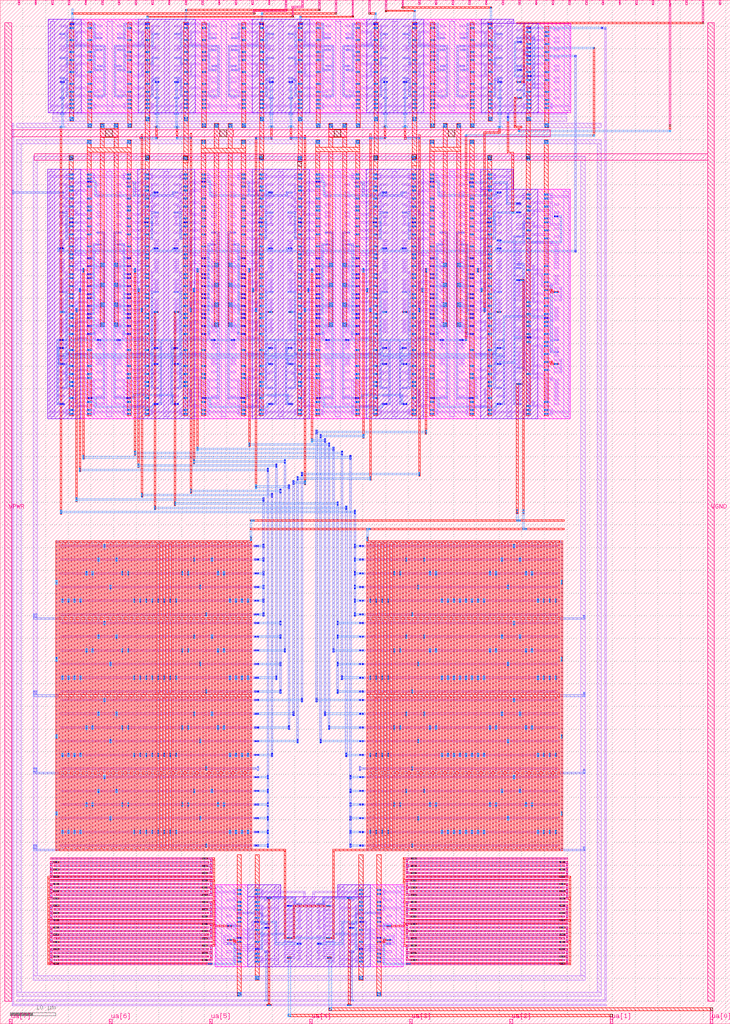
<source format=lef>
VERSION 5.7 ;
  NOWIREEXTENSIONATPIN ON ;
  DIVIDERCHAR "/" ;
  BUSBITCHARS "[]" ;
MACRO tt_um_TT06_SAR_wulffern
  CLASS BLOCK ;
  FOREIGN tt_um_TT06_SAR_wulffern ;
  ORIGIN 0.000 0.000 ;
  SIZE 161.000 BY 225.760 ;
  PIN clk
    DIRECTION INPUT ;
    USE SIGNAL ;
    ANTENNAGATEAREA 0.388800 ;
    PORT
      LAYER met4 ;
        RECT 154.870 224.760 155.170 225.760 ;
    END
  END clk
  PIN ena
    DIRECTION INPUT ;
    USE SIGNAL ;
    PORT
      LAYER met4 ;
        RECT 158.550 224.760 158.850 225.760 ;
    END
  END ena
  PIN rst_n
    DIRECTION INPUT ;
    USE SIGNAL ;
    PORT
      LAYER met4 ;
        RECT 151.190 224.760 151.490 225.760 ;
    END
  END rst_n
  PIN ua[0]
    DIRECTION INOUT ;
    USE SIGNAL ;
    ANTENNADIFFAREA 6.156000 ;
    PORT
      LAYER met4 ;
        RECT 156.560 0.000 157.160 1.000 ;
    END
  END ua[0]
  PIN ua[1]
    DIRECTION INOUT ;
    USE SIGNAL ;
    ANTENNADIFFAREA 6.156000 ;
    PORT
      LAYER met4 ;
        RECT 134.480 0.000 135.080 1.000 ;
    END
  END ua[1]
  PIN ua[2]
    DIRECTION INOUT ;
    USE SIGNAL ;
    PORT
      LAYER met4 ;
        RECT 112.400 0.000 113.000 1.000 ;
    END
  END ua[2]
  PIN ua[3]
    DIRECTION INOUT ;
    USE SIGNAL ;
    PORT
      LAYER met4 ;
        RECT 90.320 0.000 90.920 1.000 ;
    END
  END ua[3]
  PIN ua[4]
    DIRECTION INOUT ;
    USE SIGNAL ;
    PORT
      LAYER met4 ;
        RECT 68.240 0.000 68.840 1.000 ;
    END
  END ua[4]
  PIN ua[5]
    DIRECTION INOUT ;
    USE SIGNAL ;
    PORT
      LAYER met4 ;
        RECT 46.160 0.000 46.760 1.000 ;
    END
  END ua[5]
  PIN ua[6]
    DIRECTION INOUT ;
    USE SIGNAL ;
    PORT
      LAYER met4 ;
        RECT 24.080 0.000 24.680 1.000 ;
    END
  END ua[6]
  PIN ua[7]
    DIRECTION INOUT ;
    USE SIGNAL ;
    PORT
      LAYER met4 ;
        RECT 2.000 0.000 2.600 1.000 ;
    END
  END ua[7]
  PIN ui_in[0]
    DIRECTION INPUT ;
    USE SIGNAL ;
    ANTENNAGATEAREA 0.388800 ;
    PORT
      LAYER met4 ;
        RECT 147.510 224.760 147.810 225.760 ;
    END
  END ui_in[0]
  PIN ui_in[1]
    DIRECTION INPUT ;
    USE SIGNAL ;
    PORT
      LAYER met4 ;
        RECT 143.830 224.760 144.130 225.760 ;
    END
  END ui_in[1]
  PIN ui_in[2]
    DIRECTION INPUT ;
    USE SIGNAL ;
    PORT
      LAYER met4 ;
        RECT 140.150 224.760 140.450 225.760 ;
    END
  END ui_in[2]
  PIN ui_in[3]
    DIRECTION INPUT ;
    USE SIGNAL ;
    PORT
      LAYER met4 ;
        RECT 136.470 224.760 136.770 225.760 ;
    END
  END ui_in[3]
  PIN ui_in[4]
    DIRECTION INPUT ;
    USE SIGNAL ;
    PORT
      LAYER met4 ;
        RECT 132.790 224.760 133.090 225.760 ;
    END
  END ui_in[4]
  PIN ui_in[5]
    DIRECTION INPUT ;
    USE SIGNAL ;
    PORT
      LAYER met4 ;
        RECT 129.110 224.760 129.410 225.760 ;
    END
  END ui_in[5]
  PIN ui_in[6]
    DIRECTION INPUT ;
    USE SIGNAL ;
    PORT
      LAYER met4 ;
        RECT 125.430 224.760 125.730 225.760 ;
    END
  END ui_in[6]
  PIN ui_in[7]
    DIRECTION INPUT ;
    USE SIGNAL ;
    PORT
      LAYER met4 ;
        RECT 121.750 224.760 122.050 225.760 ;
    END
  END ui_in[7]
  PIN uio_in[0]
    DIRECTION INPUT ;
    USE SIGNAL ;
    PORT
      LAYER met4 ;
        RECT 118.070 224.760 118.370 225.760 ;
    END
  END uio_in[0]
  PIN uio_in[1]
    DIRECTION INPUT ;
    USE SIGNAL ;
    PORT
      LAYER met4 ;
        RECT 114.390 224.760 114.690 225.760 ;
    END
  END uio_in[1]
  PIN uio_in[2]
    DIRECTION INPUT ;
    USE SIGNAL ;
    PORT
      LAYER met4 ;
        RECT 110.710 224.760 111.010 225.760 ;
    END
  END uio_in[2]
  PIN uio_in[3]
    DIRECTION INPUT ;
    USE SIGNAL ;
    PORT
      LAYER met4 ;
        RECT 107.030 224.760 107.330 225.760 ;
    END
  END uio_in[3]
  PIN uio_in[4]
    DIRECTION INPUT ;
    USE SIGNAL ;
    PORT
      LAYER met4 ;
        RECT 103.350 224.760 103.650 225.760 ;
    END
  END uio_in[4]
  PIN uio_in[5]
    DIRECTION INPUT ;
    USE SIGNAL ;
    PORT
      LAYER met4 ;
        RECT 99.670 224.760 99.970 225.760 ;
    END
  END uio_in[5]
  PIN uio_in[6]
    DIRECTION INPUT ;
    USE SIGNAL ;
    PORT
      LAYER met4 ;
        RECT 95.990 224.760 96.290 225.760 ;
    END
  END uio_in[6]
  PIN uio_in[7]
    DIRECTION INPUT ;
    USE SIGNAL ;
    PORT
      LAYER met4 ;
        RECT 92.310 224.760 92.610 225.760 ;
    END
  END uio_in[7]
  PIN uio_oe[0]
    DIRECTION OUTPUT ;
    USE SIGNAL ;
    PORT
      LAYER met4 ;
        RECT 29.750 224.760 30.050 225.760 ;
    END
  END uio_oe[0]
  PIN uio_oe[1]
    DIRECTION OUTPUT ;
    USE SIGNAL ;
    PORT
      LAYER met4 ;
        RECT 26.070 224.760 26.370 225.760 ;
    END
  END uio_oe[1]
  PIN uio_oe[2]
    DIRECTION OUTPUT ;
    USE SIGNAL ;
    PORT
      LAYER met4 ;
        RECT 22.390 224.760 22.690 225.760 ;
    END
  END uio_oe[2]
  PIN uio_oe[3]
    DIRECTION OUTPUT ;
    USE SIGNAL ;
    PORT
      LAYER met4 ;
        RECT 18.710 224.760 19.010 225.760 ;
    END
  END uio_oe[3]
  PIN uio_oe[4]
    DIRECTION OUTPUT ;
    USE SIGNAL ;
    PORT
      LAYER met4 ;
        RECT 15.030 224.760 15.330 225.760 ;
    END
  END uio_oe[4]
  PIN uio_oe[5]
    DIRECTION OUTPUT ;
    USE SIGNAL ;
    PORT
      LAYER met4 ;
        RECT 11.350 224.760 11.650 225.760 ;
    END
  END uio_oe[5]
  PIN uio_oe[6]
    DIRECTION OUTPUT ;
    USE SIGNAL ;
    PORT
      LAYER met4 ;
        RECT 7.670 224.760 7.970 225.760 ;
    END
  END uio_oe[6]
  PIN uio_oe[7]
    DIRECTION OUTPUT ;
    USE SIGNAL ;
    PORT
      LAYER met4 ;
        RECT 3.990 224.760 4.290 225.760 ;
    END
  END uio_oe[7]
  PIN uio_out[0]
    DIRECTION OUTPUT ;
    USE SIGNAL ;
    PORT
      LAYER met4 ;
        RECT 59.190 224.760 59.490 225.760 ;
    END
  END uio_out[0]
  PIN uio_out[1]
    DIRECTION OUTPUT ;
    USE SIGNAL ;
    PORT
      LAYER met4 ;
        RECT 55.510 224.760 55.810 225.760 ;
    END
  END uio_out[1]
  PIN uio_out[2]
    DIRECTION OUTPUT ;
    USE SIGNAL ;
    PORT
      LAYER met4 ;
        RECT 51.830 224.760 52.130 225.760 ;
    END
  END uio_out[2]
  PIN uio_out[3]
    DIRECTION OUTPUT ;
    USE SIGNAL ;
    PORT
      LAYER met4 ;
        RECT 48.150 224.760 48.450 225.760 ;
    END
  END uio_out[3]
  PIN uio_out[4]
    DIRECTION OUTPUT ;
    USE SIGNAL ;
    PORT
      LAYER met4 ;
        RECT 44.470 224.760 44.770 225.760 ;
    END
  END uio_out[4]
  PIN uio_out[5]
    DIRECTION OUTPUT ;
    USE SIGNAL ;
    PORT
      LAYER met4 ;
        RECT 40.790 224.760 41.090 225.760 ;
    END
  END uio_out[5]
  PIN uio_out[6]
    DIRECTION OUTPUT ;
    USE SIGNAL ;
    PORT
      LAYER met4 ;
        RECT 37.110 224.760 37.410 225.760 ;
    END
  END uio_out[6]
  PIN uio_out[7]
    DIRECTION OUTPUT ;
    USE SIGNAL ;
    PORT
      LAYER met4 ;
        RECT 33.430 224.760 33.730 225.760 ;
    END
  END uio_out[7]
  PIN uo_out[0]
    DIRECTION OUTPUT ;
    USE SIGNAL ;
    ANTENNAGATEAREA 0.388800 ;
    ANTENNADIFFAREA 1.231200 ;
    PORT
      LAYER met4 ;
        RECT 88.630 224.760 88.930 225.760 ;
    END
  END uo_out[0]
  PIN uo_out[1]
    DIRECTION OUTPUT ;
    USE SIGNAL ;
    ANTENNAGATEAREA 0.388800 ;
    ANTENNADIFFAREA 1.231200 ;
    PORT
      LAYER met4 ;
        RECT 84.950 224.760 85.250 225.760 ;
    END
  END uo_out[1]
  PIN uo_out[2]
    DIRECTION OUTPUT ;
    USE SIGNAL ;
    ANTENNAGATEAREA 0.388800 ;
    ANTENNADIFFAREA 1.231200 ;
    PORT
      LAYER met4 ;
        RECT 81.270 224.760 81.570 225.760 ;
    END
  END uo_out[2]
  PIN uo_out[3]
    DIRECTION OUTPUT ;
    USE SIGNAL ;
    ANTENNAGATEAREA 0.388800 ;
    ANTENNADIFFAREA 1.231200 ;
    PORT
      LAYER met4 ;
        RECT 77.590 224.760 77.890 225.760 ;
    END
  END uo_out[3]
  PIN uo_out[4]
    DIRECTION OUTPUT ;
    USE SIGNAL ;
    ANTENNAGATEAREA 0.388800 ;
    ANTENNADIFFAREA 1.231200 ;
    PORT
      LAYER met4 ;
        RECT 73.910 224.760 74.210 225.760 ;
    END
  END uo_out[4]
  PIN uo_out[5]
    DIRECTION OUTPUT ;
    USE SIGNAL ;
    ANTENNAGATEAREA 0.388800 ;
    ANTENNADIFFAREA 1.231200 ;
    PORT
      LAYER met4 ;
        RECT 70.230 224.760 70.530 225.760 ;
    END
  END uo_out[5]
  PIN uo_out[6]
    DIRECTION OUTPUT ;
    USE SIGNAL ;
    ANTENNAGATEAREA 0.388800 ;
    ANTENNADIFFAREA 1.231200 ;
    PORT
      LAYER met4 ;
        RECT 66.550 224.760 66.850 225.760 ;
    END
  END uo_out[6]
  PIN uo_out[7]
    DIRECTION OUTPUT ;
    USE SIGNAL ;
    ANTENNAGATEAREA 0.388800 ;
    ANTENNADIFFAREA 1.231200 ;
    PORT
      LAYER met4 ;
        RECT 62.870 224.760 63.170 225.760 ;
    END
  END uo_out[7]
  PIN VPWR
    DIRECTION INOUT ;
    USE POWER ;
    PORT
      LAYER met4 ;
        RECT 1.000 5.000 2.500 220.760 ;
    END
  END VPWR
  PIN VGND
    DIRECTION INOUT ;
    USE GROUND ;
    PORT
      LAYER met4 ;
        RECT 156.000 5.000 157.500 220.760 ;
    END
  END VGND
  OBS
      LAYER pwell ;
        RECT 10.630 200.910 17.830 221.590 ;
      LAYER nwell ;
        RECT 17.830 200.910 30.430 221.590 ;
      LAYER pwell ;
        RECT 30.430 200.910 43.030 221.590 ;
      LAYER nwell ;
        RECT 43.030 200.910 55.630 221.590 ;
      LAYER pwell ;
        RECT 55.630 200.910 68.230 221.590 ;
      LAYER nwell ;
        RECT 68.230 200.910 80.830 221.590 ;
      LAYER pwell ;
        RECT 80.830 200.910 93.430 221.590 ;
      LAYER nwell ;
        RECT 93.430 200.910 106.030 221.590 ;
      LAYER pwell ;
        RECT 106.030 220.710 113.230 221.590 ;
        RECT 106.030 200.910 118.630 220.710 ;
      LAYER nwell ;
        RECT 118.630 200.910 125.830 220.710 ;
      LAYER pwell ;
        RECT 10.530 133.410 17.730 188.410 ;
      LAYER nwell ;
        RECT 17.730 133.410 30.330 188.410 ;
      LAYER pwell ;
        RECT 30.330 133.410 42.930 188.410 ;
      LAYER nwell ;
        RECT 42.930 133.410 55.530 188.410 ;
      LAYER pwell ;
        RECT 55.530 133.410 68.130 188.410 ;
      LAYER nwell ;
        RECT 68.130 133.410 80.730 188.410 ;
      LAYER pwell ;
        RECT 80.730 133.410 93.330 188.410 ;
      LAYER nwell ;
        RECT 93.330 133.410 105.930 188.410 ;
      LAYER pwell ;
        RECT 105.930 184.010 113.130 188.410 ;
        RECT 105.930 133.410 118.530 184.010 ;
      LAYER nwell ;
        RECT 118.530 133.410 125.730 184.010 ;
        RECT 47.430 12.580 54.630 30.620 ;
      LAYER pwell ;
        RECT 54.630 27.980 61.830 30.620 ;
        RECT 74.430 27.980 81.630 30.620 ;
        RECT 54.630 12.580 81.630 27.980 ;
      LAYER nwell ;
        RECT 81.630 12.580 88.830 30.620 ;
      LAYER li1 ;
        RECT 10.990 202.620 12.070 221.150 ;
        RECT 15.310 220.320 20.350 220.660 ;
        RECT 13.150 219.880 14.870 220.220 ;
        RECT 21.430 219.880 22.510 220.220 ;
        RECT 14.530 218.900 14.870 219.880 ;
        RECT 15.310 219.440 16.390 219.780 ;
        RECT 19.270 219.440 20.350 219.780 ;
        RECT 14.530 218.560 20.350 218.900 ;
        RECT 13.150 218.120 14.230 218.460 ;
        RECT 15.310 217.680 16.390 218.020 ;
        RECT 13.150 217.240 14.230 217.580 ;
        RECT 15.310 216.800 16.390 217.140 ;
        RECT 16.690 216.260 17.030 218.560 ;
        RECT 20.650 218.120 22.510 218.460 ;
        RECT 19.270 217.680 20.350 218.020 ;
        RECT 19.270 216.800 20.350 217.140 ;
        RECT 15.310 215.920 20.350 216.260 ;
        RECT 13.150 215.480 14.230 215.820 ;
        RECT 13.930 215.140 14.870 215.480 ;
        RECT 13.150 214.600 14.230 214.940 ;
        RECT 13.150 212.840 14.230 213.180 ;
        RECT 14.530 211.420 14.870 215.140 ;
        RECT 15.310 215.040 16.390 215.380 ;
        RECT 19.270 215.040 20.350 215.380 ;
        RECT 15.310 214.160 16.390 214.500 ;
        RECT 19.270 214.160 20.350 214.500 ;
        RECT 15.310 213.280 20.350 213.620 ;
        RECT 15.310 212.400 16.390 212.740 ;
        RECT 19.270 212.400 20.350 212.740 ;
        RECT 15.310 211.520 20.350 211.860 ;
        RECT 13.150 211.080 14.870 211.420 ;
        RECT 13.150 210.200 14.230 210.540 ;
        RECT 13.150 208.440 14.230 208.780 ;
        RECT 13.150 207.560 14.230 207.900 ;
        RECT 14.530 206.580 14.870 211.080 ;
        RECT 15.310 210.640 16.390 210.980 ;
        RECT 15.310 209.760 16.390 210.100 ;
        RECT 16.690 209.220 17.030 211.520 ;
        RECT 19.270 210.640 20.350 210.980 ;
        RECT 19.270 209.760 20.350 210.100 ;
        RECT 15.310 208.880 20.350 209.220 ;
        RECT 20.650 208.780 20.990 218.120 ;
        RECT 21.430 217.240 22.510 217.580 ;
        RECT 21.430 215.480 22.510 215.820 ;
        RECT 21.430 214.600 22.510 214.940 ;
        RECT 21.430 212.840 22.510 213.180 ;
        RECT 21.430 211.080 22.510 211.420 ;
        RECT 21.430 210.200 22.510 210.540 ;
        RECT 20.650 208.440 22.510 208.780 ;
        RECT 15.310 208.000 16.390 208.340 ;
        RECT 19.270 208.000 20.350 208.340 ;
        RECT 15.310 207.120 16.390 207.460 ;
        RECT 19.270 207.120 20.350 207.460 ;
        RECT 20.650 206.580 20.990 208.440 ;
        RECT 21.430 207.560 22.510 207.900 ;
        RECT 14.530 206.240 20.990 206.580 ;
        RECT 13.150 205.800 14.230 206.140 ;
        RECT 21.430 205.800 22.510 206.140 ;
        RECT 15.310 205.360 16.390 205.700 ;
        RECT 19.270 205.360 20.350 205.700 ;
        RECT 20.650 205.460 21.730 205.800 ;
        RECT 20.650 204.820 20.990 205.460 ;
        RECT 15.310 204.480 20.990 204.820 ;
        RECT 13.150 204.040 14.230 204.380 ;
        RECT 21.430 204.040 22.510 204.380 ;
        RECT 15.310 203.600 16.390 203.940 ;
        RECT 19.270 203.600 20.350 203.940 ;
        RECT 14.530 202.720 16.390 203.060 ;
        RECT 19.270 202.720 20.990 203.060 ;
        RECT 14.530 202.620 14.870 202.720 ;
        RECT 10.990 202.280 14.870 202.620 ;
        RECT 10.990 201.350 12.070 202.280 ;
        RECT 14.530 202.180 14.870 202.280 ;
        RECT 20.650 202.620 20.990 202.720 ;
        RECT 23.590 202.620 24.670 221.150 ;
        RECT 27.910 220.320 32.950 220.660 ;
        RECT 25.750 219.880 26.830 220.220 ;
        RECT 33.390 219.880 35.110 220.220 ;
        RECT 27.910 219.440 28.990 219.780 ;
        RECT 31.870 219.440 32.950 219.780 ;
        RECT 33.390 218.900 33.730 219.880 ;
        RECT 27.910 218.560 33.730 218.900 ;
        RECT 25.750 218.120 27.610 218.460 ;
        RECT 25.750 217.240 26.830 217.580 ;
        RECT 25.750 215.480 26.830 215.820 ;
        RECT 25.750 214.600 26.830 214.940 ;
        RECT 25.750 212.840 26.830 213.180 ;
        RECT 25.750 211.080 26.830 211.420 ;
        RECT 25.750 210.200 26.830 210.540 ;
        RECT 27.270 208.780 27.610 218.120 ;
        RECT 27.910 217.680 28.990 218.020 ;
        RECT 27.910 216.800 28.990 217.140 ;
        RECT 31.230 216.260 31.570 218.560 ;
        RECT 34.030 218.120 35.110 218.460 ;
        RECT 31.870 217.680 32.950 218.020 ;
        RECT 34.030 217.240 35.110 217.580 ;
        RECT 31.870 216.800 32.950 217.140 ;
        RECT 27.910 215.920 32.950 216.260 ;
        RECT 34.030 215.480 35.110 215.820 ;
        RECT 27.910 215.040 28.990 215.380 ;
        RECT 31.870 215.040 32.950 215.380 ;
        RECT 33.390 215.140 34.330 215.480 ;
        RECT 27.910 214.160 28.990 214.500 ;
        RECT 31.870 214.160 32.950 214.500 ;
        RECT 27.910 213.280 32.950 213.620 ;
        RECT 27.910 212.400 28.990 212.740 ;
        RECT 31.870 212.400 32.950 212.740 ;
        RECT 27.910 211.520 32.950 211.860 ;
        RECT 27.910 210.640 28.990 210.980 ;
        RECT 27.910 209.760 28.990 210.100 ;
        RECT 31.230 209.220 31.570 211.520 ;
        RECT 33.390 211.420 33.730 215.140 ;
        RECT 34.030 214.600 35.110 214.940 ;
        RECT 34.030 212.840 35.110 213.180 ;
        RECT 33.390 211.080 35.110 211.420 ;
        RECT 31.870 210.640 32.950 210.980 ;
        RECT 31.870 209.760 32.950 210.100 ;
        RECT 27.910 208.880 32.950 209.220 ;
        RECT 25.750 208.440 27.610 208.780 ;
        RECT 25.750 207.560 26.830 207.900 ;
        RECT 27.270 206.580 27.610 208.440 ;
        RECT 27.910 208.000 28.990 208.340 ;
        RECT 31.870 208.000 32.950 208.340 ;
        RECT 27.910 207.120 28.990 207.460 ;
        RECT 31.870 207.120 32.950 207.460 ;
        RECT 33.390 206.580 33.730 211.080 ;
        RECT 34.030 210.200 35.110 210.540 ;
        RECT 34.030 208.440 35.110 208.780 ;
        RECT 34.030 207.560 35.110 207.900 ;
        RECT 27.270 206.240 33.730 206.580 ;
        RECT 25.750 205.800 26.830 206.140 ;
        RECT 34.030 205.800 35.110 206.140 ;
        RECT 26.530 205.460 27.610 205.800 ;
        RECT 27.270 204.820 27.610 205.460 ;
        RECT 27.910 205.360 28.990 205.700 ;
        RECT 31.870 205.360 32.950 205.700 ;
        RECT 27.270 204.480 32.950 204.820 ;
        RECT 25.750 204.040 26.830 204.380 ;
        RECT 34.030 204.040 35.110 204.380 ;
        RECT 27.910 203.600 28.990 203.940 ;
        RECT 31.870 203.600 32.950 203.940 ;
        RECT 27.270 202.720 28.990 203.060 ;
        RECT 31.870 202.720 33.730 203.060 ;
        RECT 27.270 202.620 27.610 202.720 ;
        RECT 20.650 202.280 27.610 202.620 ;
        RECT 20.650 202.180 20.990 202.280 ;
        RECT 14.530 201.840 16.390 202.180 ;
        RECT 19.270 201.840 20.990 202.180 ;
        RECT 23.590 201.350 24.670 202.280 ;
        RECT 27.270 202.180 27.610 202.280 ;
        RECT 33.390 202.620 33.730 202.720 ;
        RECT 36.190 202.620 37.270 221.150 ;
        RECT 40.510 220.320 45.550 220.660 ;
        RECT 38.350 219.880 40.070 220.220 ;
        RECT 46.630 219.880 47.710 220.220 ;
        RECT 39.730 218.900 40.070 219.880 ;
        RECT 40.510 219.440 41.590 219.780 ;
        RECT 44.470 219.440 45.550 219.780 ;
        RECT 39.730 218.560 45.550 218.900 ;
        RECT 38.350 218.120 39.430 218.460 ;
        RECT 40.510 217.680 41.590 218.020 ;
        RECT 38.350 217.240 39.430 217.580 ;
        RECT 40.510 216.800 41.590 217.140 ;
        RECT 41.890 216.260 42.230 218.560 ;
        RECT 45.850 218.120 47.710 218.460 ;
        RECT 44.470 217.680 45.550 218.020 ;
        RECT 44.470 216.800 45.550 217.140 ;
        RECT 40.510 215.920 45.550 216.260 ;
        RECT 38.350 215.480 39.430 215.820 ;
        RECT 39.130 215.140 40.070 215.480 ;
        RECT 38.350 214.600 39.430 214.940 ;
        RECT 38.350 212.840 39.430 213.180 ;
        RECT 39.730 211.420 40.070 215.140 ;
        RECT 40.510 215.040 41.590 215.380 ;
        RECT 44.470 215.040 45.550 215.380 ;
        RECT 40.510 214.160 41.590 214.500 ;
        RECT 44.470 214.160 45.550 214.500 ;
        RECT 40.510 213.280 45.550 213.620 ;
        RECT 40.510 212.400 41.590 212.740 ;
        RECT 44.470 212.400 45.550 212.740 ;
        RECT 40.510 211.520 45.550 211.860 ;
        RECT 38.350 211.080 40.070 211.420 ;
        RECT 38.350 210.200 39.430 210.540 ;
        RECT 38.350 208.440 39.430 208.780 ;
        RECT 38.350 207.560 39.430 207.900 ;
        RECT 39.730 206.580 40.070 211.080 ;
        RECT 40.510 210.640 41.590 210.980 ;
        RECT 40.510 209.760 41.590 210.100 ;
        RECT 41.890 209.220 42.230 211.520 ;
        RECT 44.470 210.640 45.550 210.980 ;
        RECT 44.470 209.760 45.550 210.100 ;
        RECT 40.510 208.880 45.550 209.220 ;
        RECT 45.850 208.780 46.190 218.120 ;
        RECT 46.630 217.240 47.710 217.580 ;
        RECT 46.630 215.480 47.710 215.820 ;
        RECT 46.630 214.600 47.710 214.940 ;
        RECT 46.630 212.840 47.710 213.180 ;
        RECT 46.630 211.080 47.710 211.420 ;
        RECT 46.630 210.200 47.710 210.540 ;
        RECT 45.850 208.440 47.710 208.780 ;
        RECT 40.510 208.000 41.590 208.340 ;
        RECT 44.470 208.000 45.550 208.340 ;
        RECT 40.510 207.120 41.590 207.460 ;
        RECT 44.470 207.120 45.550 207.460 ;
        RECT 45.850 206.580 46.190 208.440 ;
        RECT 46.630 207.560 47.710 207.900 ;
        RECT 39.730 206.240 46.190 206.580 ;
        RECT 38.350 205.800 39.430 206.140 ;
        RECT 46.630 205.800 47.710 206.140 ;
        RECT 40.510 205.360 41.590 205.700 ;
        RECT 44.470 205.360 45.550 205.700 ;
        RECT 45.850 205.460 46.930 205.800 ;
        RECT 45.850 204.820 46.190 205.460 ;
        RECT 40.510 204.480 46.190 204.820 ;
        RECT 38.350 204.040 39.430 204.380 ;
        RECT 46.630 204.040 47.710 204.380 ;
        RECT 40.510 203.600 41.590 203.940 ;
        RECT 44.470 203.600 45.550 203.940 ;
        RECT 39.730 202.720 41.590 203.060 ;
        RECT 44.470 202.720 46.190 203.060 ;
        RECT 39.730 202.620 40.070 202.720 ;
        RECT 33.390 202.280 40.070 202.620 ;
        RECT 33.390 202.180 33.730 202.280 ;
        RECT 27.270 201.840 28.990 202.180 ;
        RECT 31.870 201.840 33.730 202.180 ;
        RECT 36.190 201.350 37.270 202.280 ;
        RECT 39.730 202.180 40.070 202.280 ;
        RECT 45.850 202.620 46.190 202.720 ;
        RECT 48.790 202.620 49.870 221.150 ;
        RECT 53.110 220.320 58.150 220.660 ;
        RECT 50.950 219.880 52.030 220.220 ;
        RECT 58.590 219.880 60.310 220.220 ;
        RECT 53.110 219.440 54.190 219.780 ;
        RECT 57.070 219.440 58.150 219.780 ;
        RECT 58.590 218.900 58.930 219.880 ;
        RECT 53.110 218.560 58.930 218.900 ;
        RECT 50.950 218.120 52.810 218.460 ;
        RECT 50.950 217.240 52.030 217.580 ;
        RECT 50.950 215.480 52.030 215.820 ;
        RECT 50.950 214.600 52.030 214.940 ;
        RECT 50.950 212.840 52.030 213.180 ;
        RECT 50.950 211.080 52.030 211.420 ;
        RECT 50.950 210.200 52.030 210.540 ;
        RECT 52.470 208.780 52.810 218.120 ;
        RECT 53.110 217.680 54.190 218.020 ;
        RECT 53.110 216.800 54.190 217.140 ;
        RECT 56.430 216.260 56.770 218.560 ;
        RECT 59.230 218.120 60.310 218.460 ;
        RECT 57.070 217.680 58.150 218.020 ;
        RECT 59.230 217.240 60.310 217.580 ;
        RECT 57.070 216.800 58.150 217.140 ;
        RECT 53.110 215.920 58.150 216.260 ;
        RECT 59.230 215.480 60.310 215.820 ;
        RECT 53.110 215.040 54.190 215.380 ;
        RECT 57.070 215.040 58.150 215.380 ;
        RECT 58.590 215.140 59.530 215.480 ;
        RECT 53.110 214.160 54.190 214.500 ;
        RECT 57.070 214.160 58.150 214.500 ;
        RECT 53.110 213.280 58.150 213.620 ;
        RECT 53.110 212.400 54.190 212.740 ;
        RECT 57.070 212.400 58.150 212.740 ;
        RECT 53.110 211.520 58.150 211.860 ;
        RECT 53.110 210.640 54.190 210.980 ;
        RECT 53.110 209.760 54.190 210.100 ;
        RECT 56.430 209.220 56.770 211.520 ;
        RECT 58.590 211.420 58.930 215.140 ;
        RECT 59.230 214.600 60.310 214.940 ;
        RECT 59.230 212.840 60.310 213.180 ;
        RECT 58.590 211.080 60.310 211.420 ;
        RECT 57.070 210.640 58.150 210.980 ;
        RECT 57.070 209.760 58.150 210.100 ;
        RECT 53.110 208.880 58.150 209.220 ;
        RECT 50.950 208.440 52.810 208.780 ;
        RECT 50.950 207.560 52.030 207.900 ;
        RECT 52.470 206.580 52.810 208.440 ;
        RECT 53.110 208.000 54.190 208.340 ;
        RECT 57.070 208.000 58.150 208.340 ;
        RECT 53.110 207.120 54.190 207.460 ;
        RECT 57.070 207.120 58.150 207.460 ;
        RECT 58.590 206.580 58.930 211.080 ;
        RECT 59.230 210.200 60.310 210.540 ;
        RECT 59.230 208.440 60.310 208.780 ;
        RECT 59.230 207.560 60.310 207.900 ;
        RECT 52.470 206.240 58.930 206.580 ;
        RECT 50.950 205.800 52.030 206.140 ;
        RECT 59.230 205.800 60.310 206.140 ;
        RECT 51.730 205.460 52.810 205.800 ;
        RECT 52.470 204.820 52.810 205.460 ;
        RECT 53.110 205.360 54.190 205.700 ;
        RECT 57.070 205.360 58.150 205.700 ;
        RECT 52.470 204.480 58.150 204.820 ;
        RECT 50.950 204.040 52.030 204.380 ;
        RECT 59.230 204.040 60.310 204.380 ;
        RECT 53.110 203.600 54.190 203.940 ;
        RECT 57.070 203.600 58.150 203.940 ;
        RECT 52.470 202.720 54.190 203.060 ;
        RECT 57.070 202.720 58.930 203.060 ;
        RECT 52.470 202.620 52.810 202.720 ;
        RECT 45.850 202.280 52.810 202.620 ;
        RECT 45.850 202.180 46.190 202.280 ;
        RECT 39.730 201.840 41.590 202.180 ;
        RECT 44.470 201.840 46.190 202.180 ;
        RECT 48.790 201.350 49.870 202.280 ;
        RECT 52.470 202.180 52.810 202.280 ;
        RECT 58.590 202.620 58.930 202.720 ;
        RECT 61.390 202.620 62.470 221.150 ;
        RECT 65.710 220.320 70.750 220.660 ;
        RECT 63.550 219.880 65.270 220.220 ;
        RECT 71.830 219.880 72.910 220.220 ;
        RECT 64.930 218.900 65.270 219.880 ;
        RECT 65.710 219.440 66.790 219.780 ;
        RECT 69.670 219.440 70.750 219.780 ;
        RECT 64.930 218.560 70.750 218.900 ;
        RECT 63.550 218.120 64.630 218.460 ;
        RECT 65.710 217.680 66.790 218.020 ;
        RECT 63.550 217.240 64.630 217.580 ;
        RECT 65.710 216.800 66.790 217.140 ;
        RECT 67.090 216.260 67.430 218.560 ;
        RECT 71.050 218.120 72.910 218.460 ;
        RECT 69.670 217.680 70.750 218.020 ;
        RECT 69.670 216.800 70.750 217.140 ;
        RECT 65.710 215.920 70.750 216.260 ;
        RECT 63.550 215.480 64.630 215.820 ;
        RECT 64.330 215.140 65.270 215.480 ;
        RECT 63.550 214.600 64.630 214.940 ;
        RECT 63.550 212.840 64.630 213.180 ;
        RECT 64.930 211.420 65.270 215.140 ;
        RECT 65.710 215.040 66.790 215.380 ;
        RECT 69.670 215.040 70.750 215.380 ;
        RECT 65.710 214.160 66.790 214.500 ;
        RECT 69.670 214.160 70.750 214.500 ;
        RECT 65.710 213.280 70.750 213.620 ;
        RECT 65.710 212.400 66.790 212.740 ;
        RECT 69.670 212.400 70.750 212.740 ;
        RECT 65.710 211.520 70.750 211.860 ;
        RECT 63.550 211.080 65.270 211.420 ;
        RECT 63.550 210.200 64.630 210.540 ;
        RECT 63.550 208.440 64.630 208.780 ;
        RECT 63.550 207.560 64.630 207.900 ;
        RECT 64.930 206.580 65.270 211.080 ;
        RECT 65.710 210.640 66.790 210.980 ;
        RECT 65.710 209.760 66.790 210.100 ;
        RECT 67.090 209.220 67.430 211.520 ;
        RECT 69.670 210.640 70.750 210.980 ;
        RECT 69.670 209.760 70.750 210.100 ;
        RECT 65.710 208.880 70.750 209.220 ;
        RECT 71.050 208.780 71.390 218.120 ;
        RECT 71.830 217.240 72.910 217.580 ;
        RECT 71.830 215.480 72.910 215.820 ;
        RECT 71.830 214.600 72.910 214.940 ;
        RECT 71.830 212.840 72.910 213.180 ;
        RECT 71.830 211.080 72.910 211.420 ;
        RECT 71.830 210.200 72.910 210.540 ;
        RECT 71.050 208.440 72.910 208.780 ;
        RECT 65.710 208.000 66.790 208.340 ;
        RECT 69.670 208.000 70.750 208.340 ;
        RECT 65.710 207.120 66.790 207.460 ;
        RECT 69.670 207.120 70.750 207.460 ;
        RECT 71.050 206.580 71.390 208.440 ;
        RECT 71.830 207.560 72.910 207.900 ;
        RECT 64.930 206.240 71.390 206.580 ;
        RECT 63.550 205.800 64.630 206.140 ;
        RECT 71.830 205.800 72.910 206.140 ;
        RECT 65.710 205.360 66.790 205.700 ;
        RECT 69.670 205.360 70.750 205.700 ;
        RECT 71.050 205.460 72.130 205.800 ;
        RECT 71.050 204.820 71.390 205.460 ;
        RECT 65.710 204.480 71.390 204.820 ;
        RECT 63.550 204.040 64.630 204.380 ;
        RECT 71.830 204.040 72.910 204.380 ;
        RECT 65.710 203.600 66.790 203.940 ;
        RECT 69.670 203.600 70.750 203.940 ;
        RECT 64.930 202.720 66.790 203.060 ;
        RECT 69.670 202.720 71.390 203.060 ;
        RECT 64.930 202.620 65.270 202.720 ;
        RECT 58.590 202.280 65.270 202.620 ;
        RECT 58.590 202.180 58.930 202.280 ;
        RECT 52.470 201.840 54.190 202.180 ;
        RECT 57.070 201.840 58.930 202.180 ;
        RECT 61.390 201.350 62.470 202.280 ;
        RECT 64.930 202.180 65.270 202.280 ;
        RECT 71.050 202.620 71.390 202.720 ;
        RECT 73.990 202.620 75.070 221.150 ;
        RECT 78.310 220.320 83.350 220.660 ;
        RECT 76.150 219.880 77.230 220.220 ;
        RECT 83.790 219.880 85.510 220.220 ;
        RECT 78.310 219.440 79.390 219.780 ;
        RECT 82.270 219.440 83.350 219.780 ;
        RECT 83.790 218.900 84.130 219.880 ;
        RECT 78.310 218.560 84.130 218.900 ;
        RECT 76.150 218.120 78.010 218.460 ;
        RECT 76.150 217.240 77.230 217.580 ;
        RECT 76.150 215.480 77.230 215.820 ;
        RECT 76.150 214.600 77.230 214.940 ;
        RECT 76.150 212.840 77.230 213.180 ;
        RECT 76.150 211.080 77.230 211.420 ;
        RECT 76.150 210.200 77.230 210.540 ;
        RECT 77.670 208.780 78.010 218.120 ;
        RECT 78.310 217.680 79.390 218.020 ;
        RECT 78.310 216.800 79.390 217.140 ;
        RECT 81.630 216.260 81.970 218.560 ;
        RECT 84.430 218.120 85.510 218.460 ;
        RECT 82.270 217.680 83.350 218.020 ;
        RECT 84.430 217.240 85.510 217.580 ;
        RECT 82.270 216.800 83.350 217.140 ;
        RECT 78.310 215.920 83.350 216.260 ;
        RECT 84.430 215.480 85.510 215.820 ;
        RECT 78.310 215.040 79.390 215.380 ;
        RECT 82.270 215.040 83.350 215.380 ;
        RECT 83.790 215.140 84.730 215.480 ;
        RECT 78.310 214.160 79.390 214.500 ;
        RECT 82.270 214.160 83.350 214.500 ;
        RECT 78.310 213.280 83.350 213.620 ;
        RECT 78.310 212.400 79.390 212.740 ;
        RECT 82.270 212.400 83.350 212.740 ;
        RECT 78.310 211.520 83.350 211.860 ;
        RECT 78.310 210.640 79.390 210.980 ;
        RECT 78.310 209.760 79.390 210.100 ;
        RECT 81.630 209.220 81.970 211.520 ;
        RECT 83.790 211.420 84.130 215.140 ;
        RECT 84.430 214.600 85.510 214.940 ;
        RECT 84.430 212.840 85.510 213.180 ;
        RECT 83.790 211.080 85.510 211.420 ;
        RECT 82.270 210.640 83.350 210.980 ;
        RECT 82.270 209.760 83.350 210.100 ;
        RECT 78.310 208.880 83.350 209.220 ;
        RECT 76.150 208.440 78.010 208.780 ;
        RECT 76.150 207.560 77.230 207.900 ;
        RECT 77.670 206.580 78.010 208.440 ;
        RECT 78.310 208.000 79.390 208.340 ;
        RECT 82.270 208.000 83.350 208.340 ;
        RECT 78.310 207.120 79.390 207.460 ;
        RECT 82.270 207.120 83.350 207.460 ;
        RECT 83.790 206.580 84.130 211.080 ;
        RECT 84.430 210.200 85.510 210.540 ;
        RECT 84.430 208.440 85.510 208.780 ;
        RECT 84.430 207.560 85.510 207.900 ;
        RECT 77.670 206.240 84.130 206.580 ;
        RECT 76.150 205.800 77.230 206.140 ;
        RECT 84.430 205.800 85.510 206.140 ;
        RECT 76.930 205.460 78.010 205.800 ;
        RECT 77.670 204.820 78.010 205.460 ;
        RECT 78.310 205.360 79.390 205.700 ;
        RECT 82.270 205.360 83.350 205.700 ;
        RECT 77.670 204.480 83.350 204.820 ;
        RECT 76.150 204.040 77.230 204.380 ;
        RECT 84.430 204.040 85.510 204.380 ;
        RECT 78.310 203.600 79.390 203.940 ;
        RECT 82.270 203.600 83.350 203.940 ;
        RECT 77.670 202.720 79.390 203.060 ;
        RECT 82.270 202.720 84.130 203.060 ;
        RECT 77.670 202.620 78.010 202.720 ;
        RECT 71.050 202.280 78.010 202.620 ;
        RECT 71.050 202.180 71.390 202.280 ;
        RECT 64.930 201.840 66.790 202.180 ;
        RECT 69.670 201.840 71.390 202.180 ;
        RECT 73.990 201.350 75.070 202.280 ;
        RECT 77.670 202.180 78.010 202.280 ;
        RECT 83.790 202.620 84.130 202.720 ;
        RECT 86.590 202.620 87.670 221.150 ;
        RECT 90.910 220.320 95.950 220.660 ;
        RECT 88.750 219.880 90.470 220.220 ;
        RECT 97.030 219.880 98.110 220.220 ;
        RECT 90.130 218.900 90.470 219.880 ;
        RECT 90.910 219.440 91.990 219.780 ;
        RECT 94.870 219.440 95.950 219.780 ;
        RECT 90.130 218.560 95.950 218.900 ;
        RECT 88.750 218.120 89.830 218.460 ;
        RECT 90.910 217.680 91.990 218.020 ;
        RECT 88.750 217.240 89.830 217.580 ;
        RECT 90.910 216.800 91.990 217.140 ;
        RECT 92.290 216.260 92.630 218.560 ;
        RECT 96.250 218.120 98.110 218.460 ;
        RECT 94.870 217.680 95.950 218.020 ;
        RECT 94.870 216.800 95.950 217.140 ;
        RECT 90.910 215.920 95.950 216.260 ;
        RECT 88.750 215.480 89.830 215.820 ;
        RECT 89.530 215.140 90.470 215.480 ;
        RECT 88.750 214.600 89.830 214.940 ;
        RECT 88.750 212.840 89.830 213.180 ;
        RECT 90.130 211.420 90.470 215.140 ;
        RECT 90.910 215.040 91.990 215.380 ;
        RECT 94.870 215.040 95.950 215.380 ;
        RECT 90.910 214.160 91.990 214.500 ;
        RECT 94.870 214.160 95.950 214.500 ;
        RECT 90.910 213.280 95.950 213.620 ;
        RECT 90.910 212.400 91.990 212.740 ;
        RECT 94.870 212.400 95.950 212.740 ;
        RECT 90.910 211.520 95.950 211.860 ;
        RECT 88.750 211.080 90.470 211.420 ;
        RECT 88.750 210.200 89.830 210.540 ;
        RECT 88.750 208.440 89.830 208.780 ;
        RECT 88.750 207.560 89.830 207.900 ;
        RECT 90.130 206.580 90.470 211.080 ;
        RECT 90.910 210.640 91.990 210.980 ;
        RECT 90.910 209.760 91.990 210.100 ;
        RECT 92.290 209.220 92.630 211.520 ;
        RECT 94.870 210.640 95.950 210.980 ;
        RECT 94.870 209.760 95.950 210.100 ;
        RECT 90.910 208.880 95.950 209.220 ;
        RECT 96.250 208.780 96.590 218.120 ;
        RECT 97.030 217.240 98.110 217.580 ;
        RECT 97.030 215.480 98.110 215.820 ;
        RECT 97.030 214.600 98.110 214.940 ;
        RECT 97.030 212.840 98.110 213.180 ;
        RECT 97.030 211.080 98.110 211.420 ;
        RECT 97.030 210.200 98.110 210.540 ;
        RECT 96.250 208.440 98.110 208.780 ;
        RECT 90.910 208.000 91.990 208.340 ;
        RECT 94.870 208.000 95.950 208.340 ;
        RECT 90.910 207.120 91.990 207.460 ;
        RECT 94.870 207.120 95.950 207.460 ;
        RECT 96.250 206.580 96.590 208.440 ;
        RECT 97.030 207.560 98.110 207.900 ;
        RECT 90.130 206.240 96.590 206.580 ;
        RECT 88.750 205.800 89.830 206.140 ;
        RECT 97.030 205.800 98.110 206.140 ;
        RECT 90.910 205.360 91.990 205.700 ;
        RECT 94.870 205.360 95.950 205.700 ;
        RECT 96.250 205.460 97.330 205.800 ;
        RECT 96.250 204.820 96.590 205.460 ;
        RECT 90.910 204.480 96.590 204.820 ;
        RECT 88.750 204.040 89.830 204.380 ;
        RECT 97.030 204.040 98.110 204.380 ;
        RECT 90.910 203.600 91.990 203.940 ;
        RECT 94.870 203.600 95.950 203.940 ;
        RECT 90.130 202.720 91.990 203.060 ;
        RECT 94.870 202.720 96.590 203.060 ;
        RECT 90.130 202.620 90.470 202.720 ;
        RECT 83.790 202.280 90.470 202.620 ;
        RECT 83.790 202.180 84.130 202.280 ;
        RECT 77.670 201.840 79.390 202.180 ;
        RECT 82.270 201.840 84.130 202.180 ;
        RECT 86.590 201.350 87.670 202.280 ;
        RECT 90.130 202.180 90.470 202.280 ;
        RECT 96.250 202.620 96.590 202.720 ;
        RECT 99.190 202.620 100.270 221.150 ;
        RECT 103.510 220.320 108.550 220.660 ;
        RECT 101.350 219.880 102.430 220.220 ;
        RECT 108.990 219.880 110.710 220.220 ;
        RECT 103.510 219.440 104.590 219.780 ;
        RECT 107.470 219.440 108.550 219.780 ;
        RECT 108.990 218.900 109.330 219.880 ;
        RECT 103.510 218.560 109.330 218.900 ;
        RECT 101.350 218.120 103.210 218.460 ;
        RECT 101.350 217.240 102.430 217.580 ;
        RECT 101.350 215.480 102.430 215.820 ;
        RECT 101.350 214.600 102.430 214.940 ;
        RECT 101.350 212.840 102.430 213.180 ;
        RECT 101.350 211.080 102.430 211.420 ;
        RECT 101.350 210.200 102.430 210.540 ;
        RECT 102.870 208.780 103.210 218.120 ;
        RECT 103.510 217.680 104.590 218.020 ;
        RECT 103.510 216.800 104.590 217.140 ;
        RECT 106.830 216.260 107.170 218.560 ;
        RECT 109.630 218.120 110.710 218.460 ;
        RECT 107.470 217.680 108.550 218.020 ;
        RECT 109.630 217.240 110.710 217.580 ;
        RECT 107.470 216.800 108.550 217.140 ;
        RECT 103.510 215.920 108.550 216.260 ;
        RECT 109.630 215.480 110.710 215.820 ;
        RECT 103.510 215.040 104.590 215.380 ;
        RECT 107.470 215.040 108.550 215.380 ;
        RECT 108.990 215.140 109.930 215.480 ;
        RECT 103.510 214.160 104.590 214.500 ;
        RECT 107.470 214.160 108.550 214.500 ;
        RECT 103.510 213.280 108.550 213.620 ;
        RECT 103.510 212.400 104.590 212.740 ;
        RECT 107.470 212.400 108.550 212.740 ;
        RECT 103.510 211.520 108.550 211.860 ;
        RECT 103.510 210.640 104.590 210.980 ;
        RECT 103.510 209.760 104.590 210.100 ;
        RECT 106.830 209.220 107.170 211.520 ;
        RECT 108.990 211.420 109.330 215.140 ;
        RECT 109.630 214.600 110.710 214.940 ;
        RECT 109.630 212.840 110.710 213.180 ;
        RECT 108.990 211.080 110.710 211.420 ;
        RECT 107.470 210.640 108.550 210.980 ;
        RECT 107.470 209.760 108.550 210.100 ;
        RECT 103.510 208.880 108.550 209.220 ;
        RECT 101.350 208.440 103.210 208.780 ;
        RECT 101.350 207.560 102.430 207.900 ;
        RECT 102.870 206.580 103.210 208.440 ;
        RECT 103.510 208.000 104.590 208.340 ;
        RECT 107.470 208.000 108.550 208.340 ;
        RECT 103.510 207.120 104.590 207.460 ;
        RECT 107.470 207.120 108.550 207.460 ;
        RECT 108.990 206.580 109.330 211.080 ;
        RECT 109.630 210.200 110.710 210.540 ;
        RECT 109.630 208.440 110.710 208.780 ;
        RECT 109.630 207.560 110.710 207.900 ;
        RECT 102.870 206.240 109.330 206.580 ;
        RECT 101.350 205.800 102.430 206.140 ;
        RECT 109.630 205.800 110.710 206.140 ;
        RECT 102.130 205.460 103.210 205.800 ;
        RECT 102.870 204.820 103.210 205.460 ;
        RECT 103.510 205.360 104.590 205.700 ;
        RECT 107.470 205.360 108.550 205.700 ;
        RECT 102.870 204.480 108.550 204.820 ;
        RECT 101.350 204.040 102.430 204.380 ;
        RECT 109.630 204.040 110.710 204.380 ;
        RECT 103.510 203.600 104.590 203.940 ;
        RECT 107.470 203.600 108.550 203.940 ;
        RECT 102.870 202.720 104.590 203.060 ;
        RECT 107.470 202.720 109.330 203.060 ;
        RECT 102.870 202.620 103.210 202.720 ;
        RECT 96.250 202.280 103.210 202.620 ;
        RECT 96.250 202.180 96.590 202.280 ;
        RECT 90.130 201.840 91.990 202.180 ;
        RECT 94.870 201.840 96.590 202.180 ;
        RECT 99.190 201.350 100.270 202.280 ;
        RECT 102.870 202.180 103.210 202.280 ;
        RECT 108.990 202.620 109.330 202.720 ;
        RECT 111.790 202.620 112.870 221.150 ;
        RECT 116.110 219.440 121.150 219.780 ;
        RECT 113.950 219.000 115.670 219.340 ;
        RECT 122.230 219.000 123.310 219.340 ;
        RECT 115.330 218.020 115.670 219.000 ;
        RECT 116.110 218.560 117.190 218.900 ;
        RECT 120.070 218.560 121.150 218.900 ;
        RECT 115.330 217.680 117.830 218.020 ;
        RECT 120.070 217.680 121.150 218.020 ;
        RECT 113.950 217.240 115.030 217.580 ;
        RECT 117.490 217.140 117.830 217.680 ;
        RECT 122.230 217.240 123.310 217.580 ;
        RECT 116.110 216.800 117.190 217.140 ;
        RECT 117.490 216.800 121.150 217.140 ;
        RECT 113.950 216.360 115.030 216.700 ;
        RECT 122.230 216.360 123.310 216.700 ;
        RECT 116.110 215.920 117.190 216.260 ;
        RECT 120.070 215.920 121.150 216.260 ;
        RECT 116.110 215.040 121.150 215.380 ;
        RECT 113.950 214.600 115.810 214.940 ;
        RECT 122.230 214.600 123.310 214.940 ;
        RECT 115.470 213.960 115.810 214.600 ;
        RECT 116.110 214.160 117.190 214.500 ;
        RECT 120.070 214.160 121.150 214.500 ;
        RECT 115.470 213.620 116.410 213.960 ;
        RECT 116.110 213.280 121.150 213.620 ;
        RECT 113.950 212.840 115.670 213.180 ;
        RECT 122.230 212.840 123.310 213.180 ;
        RECT 113.950 211.080 115.030 211.420 ;
        RECT 115.330 210.980 115.670 212.840 ;
        RECT 116.110 212.400 117.190 212.740 ;
        RECT 120.070 212.400 121.150 212.740 ;
        RECT 116.110 211.520 117.190 211.860 ;
        RECT 117.490 211.520 121.150 211.860 ;
        RECT 117.490 210.980 117.830 211.520 ;
        RECT 122.230 211.080 123.310 211.420 ;
        RECT 115.330 210.640 117.830 210.980 ;
        RECT 120.070 210.640 121.150 210.980 ;
        RECT 113.950 210.200 115.030 210.540 ;
        RECT 122.230 210.200 123.310 210.540 ;
        RECT 116.110 209.760 117.190 210.100 ;
        RECT 120.070 209.760 121.150 210.100 ;
        RECT 116.110 208.880 121.150 209.220 ;
        RECT 113.950 208.440 115.670 208.780 ;
        RECT 122.230 208.440 123.310 208.780 ;
        RECT 113.950 207.560 115.030 207.900 ;
        RECT 115.330 207.460 115.670 208.440 ;
        RECT 116.110 208.000 117.190 208.340 ;
        RECT 120.070 208.000 121.150 208.340 ;
        RECT 122.230 207.560 123.310 207.900 ;
        RECT 115.330 207.120 121.150 207.460 ;
        RECT 116.110 206.240 121.150 206.580 ;
        RECT 113.950 205.800 115.030 206.140 ;
        RECT 122.230 205.800 123.310 206.140 ;
        RECT 116.110 205.360 117.190 205.700 ;
        RECT 120.070 205.360 121.150 205.700 ;
        RECT 116.110 204.480 121.150 204.820 ;
        RECT 113.950 204.040 115.030 204.380 ;
        RECT 122.230 204.040 123.310 204.380 ;
        RECT 116.110 203.600 117.190 203.940 ;
        RECT 120.070 203.600 121.150 203.940 ;
        RECT 115.330 202.720 117.190 203.060 ;
        RECT 120.070 202.720 121.790 203.060 ;
        RECT 115.330 202.620 115.670 202.720 ;
        RECT 108.990 202.280 115.670 202.620 ;
        RECT 108.990 202.180 109.330 202.280 ;
        RECT 102.870 201.840 104.590 202.180 ;
        RECT 107.470 201.840 109.330 202.180 ;
        RECT 111.790 201.350 112.870 202.280 ;
        RECT 115.330 202.180 115.670 202.280 ;
        RECT 121.450 202.620 121.790 202.720 ;
        RECT 124.390 202.620 125.470 220.270 ;
        RECT 121.450 202.280 125.470 202.620 ;
        RECT 121.450 202.180 121.790 202.280 ;
        RECT 115.330 201.840 117.190 202.180 ;
        RECT 120.070 201.840 121.790 202.180 ;
        RECT 124.390 201.350 125.470 202.280 ;
        RECT 11.530 200.510 124.930 200.850 ;
        RECT 11.530 199.070 124.930 199.990 ;
        RECT 2.630 4.260 2.970 198.550 ;
        RECT 3.690 197.630 132.570 198.550 ;
        RECT 3.690 194.030 132.570 194.950 ;
        RECT 3.690 6.960 4.610 194.030 ;
        RECT 7.290 190.430 128.970 191.350 ;
        RECT 7.290 10.560 8.210 190.430 ;
        RECT 10.890 187.040 11.970 187.970 ;
        RECT 14.430 187.140 16.290 187.480 ;
        RECT 19.170 187.140 20.890 187.480 ;
        RECT 14.430 187.040 14.770 187.140 ;
        RECT 10.890 186.700 14.770 187.040 ;
        RECT 10.890 135.120 11.970 186.700 ;
        RECT 14.430 186.600 14.770 186.700 ;
        RECT 20.550 187.040 20.890 187.140 ;
        RECT 23.490 187.040 24.570 187.970 ;
        RECT 27.170 187.140 28.890 187.480 ;
        RECT 31.770 187.140 33.630 187.480 ;
        RECT 27.170 187.040 27.510 187.140 ;
        RECT 20.550 186.700 27.510 187.040 ;
        RECT 20.550 186.600 20.890 186.700 ;
        RECT 14.430 186.260 16.290 186.600 ;
        RECT 19.170 186.260 20.890 186.600 ;
        RECT 19.170 185.720 20.090 185.890 ;
        RECT 15.210 185.380 20.250 185.720 ;
        RECT 13.050 184.940 14.770 185.280 ;
        RECT 21.330 184.940 22.410 185.280 ;
        RECT 13.050 183.180 14.130 183.520 ;
        RECT 14.430 183.080 14.770 184.940 ;
        RECT 15.210 184.500 16.290 184.840 ;
        RECT 19.170 184.500 20.250 184.840 ;
        RECT 15.210 183.620 16.290 183.960 ;
        RECT 16.590 183.620 20.250 183.960 ;
        RECT 16.590 183.080 16.930 183.620 ;
        RECT 21.330 183.180 22.410 183.520 ;
        RECT 14.430 182.740 16.930 183.080 ;
        RECT 19.170 182.740 20.250 183.080 ;
        RECT 13.050 182.300 14.130 182.640 ;
        RECT 21.330 182.300 22.410 182.640 ;
        RECT 13.830 181.960 14.770 182.300 ;
        RECT 14.430 181.320 14.770 181.960 ;
        RECT 15.210 181.860 16.290 182.200 ;
        RECT 19.170 181.860 20.250 182.200 ;
        RECT 14.430 180.980 20.250 181.320 ;
        RECT 13.050 180.540 14.130 180.880 ;
        RECT 21.330 180.540 22.410 180.880 ;
        RECT 13.830 180.200 14.770 180.540 ;
        RECT 14.430 179.560 14.770 180.200 ;
        RECT 15.210 180.100 16.290 180.440 ;
        RECT 19.170 180.100 20.250 180.440 ;
        RECT 14.430 179.220 16.930 179.560 ;
        RECT 19.170 179.220 20.250 179.560 ;
        RECT 13.050 178.780 14.130 179.120 ;
        RECT 16.590 178.680 16.930 179.220 ;
        RECT 21.330 178.780 22.410 179.120 ;
        RECT 15.210 178.340 16.290 178.680 ;
        RECT 16.590 178.340 20.250 178.680 ;
        RECT 13.050 177.900 14.130 178.240 ;
        RECT 21.330 177.900 22.410 178.240 ;
        RECT 13.420 176.480 13.760 177.900 ;
        RECT 15.210 177.460 16.290 177.800 ;
        RECT 19.170 177.460 20.250 177.800 ;
        RECT 15.210 176.580 20.250 176.920 ;
        RECT 13.050 176.140 14.770 176.480 ;
        RECT 21.330 176.140 22.410 176.480 ;
        RECT 14.430 175.160 14.770 176.140 ;
        RECT 15.210 175.700 16.290 176.040 ;
        RECT 19.170 175.700 20.250 176.040 ;
        RECT 14.430 174.820 20.250 175.160 ;
        RECT 13.050 174.380 14.130 174.720 ;
        RECT 21.330 174.380 22.410 174.720 ;
        RECT 15.210 173.940 16.290 174.280 ;
        RECT 19.170 173.940 20.250 174.280 ;
        RECT 15.210 173.060 20.250 173.400 ;
        RECT 13.050 172.620 14.130 172.960 ;
        RECT 13.420 172.080 13.760 172.620 ;
        RECT 15.210 172.180 16.290 172.520 ;
        RECT 13.050 171.740 14.130 172.080 ;
        RECT 13.420 171.200 13.760 171.740 ;
        RECT 15.210 171.300 16.290 171.640 ;
        RECT 13.050 170.860 14.130 171.200 ;
        RECT 13.420 170.320 13.760 170.860 ;
        RECT 15.210 170.420 16.290 170.760 ;
        RECT 13.050 169.980 14.130 170.320 ;
        RECT 16.590 169.880 16.930 173.060 ;
        RECT 21.330 172.620 22.410 172.960 ;
        RECT 19.170 172.180 20.250 172.520 ;
        RECT 21.700 172.080 22.040 172.620 ;
        RECT 21.330 171.740 22.410 172.080 ;
        RECT 19.170 171.300 20.250 171.640 ;
        RECT 21.330 170.860 22.410 171.200 ;
        RECT 19.170 170.420 20.250 170.760 ;
        RECT 21.700 170.320 22.040 170.860 ;
        RECT 20.550 169.980 22.410 170.320 ;
        RECT 15.210 169.540 16.290 169.880 ;
        RECT 16.590 169.540 20.250 169.880 ;
        RECT 15.210 168.660 16.290 169.000 ;
        RECT 19.170 168.660 20.250 169.000 ;
        RECT 13.050 168.220 14.130 168.560 ;
        RECT 13.420 167.680 13.760 168.220 ;
        RECT 15.210 167.780 20.250 168.120 ;
        RECT 13.050 167.340 14.130 167.680 ;
        RECT 13.420 166.800 13.760 167.340 ;
        RECT 15.210 166.900 16.290 167.240 ;
        RECT 13.050 166.460 14.130 166.800 ;
        RECT 13.420 165.920 13.760 166.460 ;
        RECT 16.590 166.360 16.930 167.780 ;
        RECT 19.170 166.900 20.250 167.240 ;
        RECT 18.160 166.360 18.500 166.650 ;
        RECT 20.550 166.360 20.890 169.980 ;
        RECT 21.330 168.220 22.410 168.560 ;
        RECT 21.700 167.680 22.040 168.220 ;
        RECT 21.330 167.340 22.410 167.680 ;
        RECT 21.700 166.800 22.040 167.340 ;
        RECT 21.330 166.460 22.410 166.800 ;
        RECT 15.210 166.020 20.890 166.360 ;
        RECT 13.050 165.580 14.770 165.920 ;
        RECT 18.160 165.730 18.500 166.020 ;
        RECT 21.700 165.920 22.040 166.460 ;
        RECT 21.330 165.580 22.410 165.920 ;
        RECT 13.050 163.820 14.130 164.160 ;
        RECT 13.420 163.280 13.760 163.820 ;
        RECT 13.050 162.940 14.130 163.280 ;
        RECT 13.420 162.400 13.760 162.940 ;
        RECT 13.050 162.060 14.130 162.400 ;
        RECT 13.420 161.520 13.760 162.060 ;
        RECT 14.430 161.960 14.770 165.580 ;
        RECT 15.210 165.140 16.290 165.480 ;
        RECT 19.170 165.140 20.250 165.480 ;
        RECT 15.210 164.260 16.290 164.600 ;
        RECT 19.170 164.260 20.250 164.600 ;
        RECT 21.330 163.820 22.410 164.160 ;
        RECT 15.210 163.380 20.250 163.720 ;
        RECT 15.210 162.500 16.290 162.840 ;
        RECT 16.590 161.960 16.930 163.380 ;
        RECT 21.700 163.280 22.040 163.820 ;
        RECT 21.330 162.940 22.410 163.280 ;
        RECT 19.170 162.500 20.250 162.840 ;
        RECT 21.700 162.400 22.040 162.940 ;
        RECT 17.375 161.960 17.715 162.250 ;
        RECT 21.330 162.060 22.410 162.400 ;
        RECT 14.430 161.620 20.250 161.960 ;
        RECT 13.050 161.180 14.130 161.520 ;
        RECT 17.375 161.330 17.715 161.620 ;
        RECT 21.700 161.520 22.040 162.060 ;
        RECT 21.330 161.180 22.410 161.520 ;
        RECT 15.210 160.740 16.290 161.080 ;
        RECT 19.170 160.740 20.250 161.080 ;
        RECT 15.210 159.860 16.290 160.200 ;
        RECT 19.170 159.860 20.250 160.200 ;
        RECT 13.050 159.420 14.130 159.760 ;
        RECT 21.330 159.420 22.410 159.760 ;
        RECT 13.420 158.880 13.760 159.420 ;
        RECT 15.210 158.980 20.250 159.320 ;
        RECT 13.050 158.540 14.130 158.880 ;
        RECT 13.420 158.000 13.760 158.540 ;
        RECT 15.210 158.100 16.290 158.440 ;
        RECT 13.050 157.660 14.130 158.000 ;
        RECT 16.590 157.850 16.930 158.980 ;
        RECT 21.700 158.880 22.040 159.420 ;
        RECT 21.330 158.540 22.410 158.880 ;
        RECT 19.170 158.100 20.250 158.440 ;
        RECT 21.700 158.000 22.040 158.540 ;
        RECT 13.420 157.120 13.760 157.660 ;
        RECT 16.590 157.560 17.000 157.850 ;
        RECT 21.330 157.660 22.410 158.000 ;
        RECT 15.210 157.220 20.250 157.560 ;
        RECT 13.050 156.780 14.770 157.120 ;
        RECT 16.660 156.930 17.000 157.220 ;
        RECT 21.700 157.120 22.040 157.660 ;
        RECT 21.330 156.780 22.410 157.120 ;
        RECT 13.050 155.020 14.130 155.360 ;
        RECT 13.420 154.480 13.760 155.020 ;
        RECT 13.050 154.140 14.130 154.480 ;
        RECT 13.420 153.600 13.760 154.140 ;
        RECT 13.050 153.260 14.130 153.600 ;
        RECT 13.420 152.720 13.760 153.260 ;
        RECT 14.430 153.160 14.770 156.780 ;
        RECT 15.210 156.340 16.290 156.680 ;
        RECT 19.170 156.340 20.250 156.680 ;
        RECT 15.210 155.460 16.290 155.800 ;
        RECT 19.170 155.460 20.250 155.800 ;
        RECT 21.330 155.020 22.410 155.360 ;
        RECT 15.210 154.580 20.250 154.920 ;
        RECT 15.210 153.700 16.290 154.040 ;
        RECT 16.590 153.160 16.930 154.580 ;
        RECT 21.700 154.480 22.040 155.020 ;
        RECT 21.330 154.140 22.410 154.480 ;
        RECT 19.170 153.700 20.250 154.040 ;
        RECT 21.700 153.600 22.040 154.140 ;
        RECT 21.330 153.260 22.410 153.600 ;
        RECT 14.430 152.820 20.250 153.160 ;
        RECT 21.700 152.720 22.040 153.260 ;
        RECT 13.050 152.380 14.130 152.720 ;
        RECT 20.690 152.380 22.410 152.720 ;
        RECT 15.210 151.940 16.290 152.280 ;
        RECT 19.170 151.940 20.250 152.280 ;
        RECT 20.690 151.400 21.030 152.380 ;
        RECT 15.210 151.060 21.030 151.400 ;
        RECT 13.050 150.620 14.130 150.960 ;
        RECT 21.330 150.620 23.050 150.960 ;
        RECT 15.210 150.180 16.290 150.520 ;
        RECT 19.170 150.180 20.250 150.520 ;
        RECT 21.700 150.080 22.040 150.620 ;
        RECT 13.050 149.740 14.770 150.080 ;
        RECT 21.330 149.740 22.410 150.080 ;
        RECT 12.410 148.860 14.130 149.200 ;
        RECT 12.410 138.640 12.750 148.860 ;
        RECT 13.050 147.100 14.130 147.440 ;
        RECT 14.430 146.560 14.770 149.740 ;
        RECT 15.210 149.300 16.290 149.640 ;
        RECT 19.170 149.300 20.250 149.640 ;
        RECT 21.700 149.200 22.040 149.740 ;
        RECT 21.330 148.860 22.410 149.200 ;
        RECT 15.210 148.420 16.290 148.760 ;
        RECT 19.170 148.420 20.250 148.760 ;
        RECT 15.210 147.540 20.250 147.880 ;
        RECT 22.710 147.440 23.050 150.620 ;
        RECT 21.330 147.100 23.050 147.440 ;
        RECT 15.210 146.660 16.290 147.000 ;
        RECT 19.170 146.660 20.250 147.000 ;
        RECT 21.700 146.560 22.040 147.100 ;
        RECT 13.050 146.220 14.770 146.560 ;
        RECT 21.330 146.220 22.410 146.560 ;
        RECT 13.050 145.340 14.130 145.680 ;
        RECT 14.430 144.360 14.770 146.220 ;
        RECT 15.210 145.780 16.290 146.120 ;
        RECT 19.170 145.780 20.250 146.120 ;
        RECT 21.700 145.680 22.040 146.220 ;
        RECT 21.330 145.340 22.410 145.680 ;
        RECT 15.210 144.900 16.290 145.240 ;
        RECT 19.170 144.900 20.250 145.240 ;
        RECT 14.430 144.020 20.250 144.360 ;
        RECT 13.050 143.580 14.130 143.920 ;
        RECT 21.330 143.580 22.410 143.920 ;
        RECT 13.830 143.240 14.770 143.580 ;
        RECT 14.430 142.600 14.770 143.240 ;
        RECT 15.210 143.140 16.290 143.480 ;
        RECT 19.170 143.140 20.250 143.480 ;
        RECT 14.430 142.260 18.870 142.600 ;
        RECT 19.170 142.260 20.250 142.600 ;
        RECT 13.050 141.820 14.130 142.160 ;
        RECT 15.210 141.380 16.290 141.720 ;
        RECT 15.210 140.500 16.290 140.840 ;
        RECT 13.050 140.060 14.130 140.400 ;
        RECT 15.210 139.620 16.930 139.960 ;
        RECT 16.590 139.080 16.930 139.620 ;
        RECT 15.210 138.740 16.930 139.080 ;
        RECT 12.410 138.300 14.130 138.640 ;
        RECT 15.210 137.860 16.290 138.200 ;
        RECT 16.590 137.320 16.930 138.740 ;
        RECT 18.530 138.200 18.870 142.260 ;
        RECT 20.550 141.820 22.410 142.160 ;
        RECT 19.170 141.380 20.250 141.720 ;
        RECT 19.540 140.840 19.880 141.380 ;
        RECT 19.170 140.500 20.250 140.840 ;
        RECT 19.170 139.620 20.250 139.960 ;
        RECT 19.540 139.080 19.880 139.620 ;
        RECT 19.170 138.740 20.250 139.080 ;
        RECT 18.530 137.860 20.250 138.200 ;
        RECT 15.210 136.980 16.930 137.320 ;
        RECT 19.170 136.980 20.250 137.320 ;
        RECT 13.050 136.540 14.130 136.880 ;
        RECT 20.550 136.440 20.890 141.820 ;
        RECT 21.330 140.060 22.410 140.400 ;
        RECT 21.330 138.300 22.410 138.640 ;
        RECT 22.710 136.880 23.050 147.100 ;
        RECT 21.330 136.540 23.050 136.880 ;
        RECT 15.210 136.100 20.890 136.440 ;
        RECT 14.430 135.220 16.290 135.560 ;
        RECT 19.170 135.220 20.890 135.560 ;
        RECT 14.430 135.120 14.770 135.220 ;
        RECT 10.890 134.780 14.770 135.120 ;
        RECT 10.890 133.850 11.970 134.780 ;
        RECT 14.430 134.680 14.770 134.780 ;
        RECT 20.550 135.120 20.890 135.220 ;
        RECT 23.490 135.120 24.570 186.700 ;
        RECT 27.170 186.600 27.510 186.700 ;
        RECT 33.290 187.040 33.630 187.140 ;
        RECT 36.090 187.040 37.170 187.970 ;
        RECT 39.630 187.140 41.490 187.480 ;
        RECT 44.370 187.140 46.090 187.480 ;
        RECT 39.630 187.040 39.970 187.140 ;
        RECT 33.290 186.700 39.970 187.040 ;
        RECT 33.290 186.600 33.630 186.700 ;
        RECT 27.170 186.260 28.890 186.600 ;
        RECT 31.770 186.260 33.630 186.600 ;
        RECT 27.810 185.380 32.850 185.720 ;
        RECT 25.650 184.940 26.730 185.280 ;
        RECT 33.290 184.940 35.010 185.280 ;
        RECT 27.810 184.500 28.890 184.840 ;
        RECT 31.770 184.500 32.850 184.840 ;
        RECT 27.810 183.620 31.470 183.960 ;
        RECT 31.770 183.620 32.850 183.960 ;
        RECT 25.650 183.180 26.730 183.520 ;
        RECT 31.130 183.080 31.470 183.620 ;
        RECT 33.290 183.080 33.630 184.940 ;
        RECT 33.930 183.180 35.010 183.520 ;
        RECT 27.810 182.740 28.890 183.080 ;
        RECT 31.130 182.740 33.630 183.080 ;
        RECT 25.650 182.300 26.730 182.640 ;
        RECT 33.930 182.300 35.010 182.640 ;
        RECT 27.810 181.860 28.890 182.200 ;
        RECT 31.770 181.860 32.850 182.200 ;
        RECT 33.290 181.960 34.230 182.300 ;
        RECT 33.290 181.320 33.630 181.960 ;
        RECT 27.810 180.980 33.630 181.320 ;
        RECT 25.650 180.540 26.730 180.880 ;
        RECT 33.930 180.540 35.010 180.880 ;
        RECT 27.810 180.100 28.890 180.440 ;
        RECT 31.770 180.100 32.850 180.440 ;
        RECT 33.290 180.200 34.230 180.540 ;
        RECT 33.290 179.560 33.630 180.200 ;
        RECT 27.810 179.220 28.890 179.560 ;
        RECT 31.130 179.220 33.630 179.560 ;
        RECT 25.650 178.780 26.730 179.120 ;
        RECT 31.130 178.680 31.470 179.220 ;
        RECT 33.930 178.780 35.010 179.120 ;
        RECT 27.810 178.340 31.470 178.680 ;
        RECT 31.770 178.340 32.850 178.680 ;
        RECT 25.650 177.900 26.730 178.240 ;
        RECT 33.930 177.900 35.010 178.240 ;
        RECT 27.810 177.460 28.890 177.800 ;
        RECT 31.770 177.460 32.850 177.800 ;
        RECT 27.810 176.580 32.850 176.920 ;
        RECT 34.300 176.480 34.640 177.900 ;
        RECT 25.650 176.140 26.730 176.480 ;
        RECT 33.290 176.140 35.010 176.480 ;
        RECT 27.810 175.700 28.890 176.040 ;
        RECT 31.770 175.700 32.850 176.040 ;
        RECT 33.290 175.160 33.630 176.140 ;
        RECT 27.810 174.820 33.630 175.160 ;
        RECT 25.650 174.380 26.730 174.720 ;
        RECT 33.930 174.380 35.010 174.720 ;
        RECT 27.810 173.940 28.890 174.280 ;
        RECT 31.770 173.940 32.850 174.280 ;
        RECT 27.810 173.060 32.850 173.400 ;
        RECT 25.650 172.620 26.730 172.960 ;
        RECT 26.020 172.080 26.360 172.620 ;
        RECT 27.810 172.180 28.890 172.520 ;
        RECT 25.650 171.740 26.730 172.080 ;
        RECT 27.810 171.300 28.890 171.640 ;
        RECT 25.650 170.860 26.730 171.200 ;
        RECT 26.020 170.320 26.360 170.860 ;
        RECT 27.810 170.420 28.890 170.760 ;
        RECT 25.650 169.980 27.510 170.320 ;
        RECT 25.650 168.220 26.730 168.560 ;
        RECT 26.020 167.680 26.360 168.220 ;
        RECT 25.650 167.340 26.730 167.680 ;
        RECT 26.020 166.800 26.360 167.340 ;
        RECT 25.650 166.460 26.730 166.800 ;
        RECT 26.020 165.920 26.360 166.460 ;
        RECT 27.170 166.360 27.510 169.980 ;
        RECT 31.130 169.880 31.470 173.060 ;
        RECT 33.930 172.620 35.010 172.960 ;
        RECT 31.770 172.180 32.850 172.520 ;
        RECT 34.300 172.080 34.640 172.620 ;
        RECT 33.930 171.740 35.010 172.080 ;
        RECT 31.770 171.300 32.850 171.640 ;
        RECT 34.300 171.200 34.640 171.740 ;
        RECT 33.930 170.860 35.010 171.200 ;
        RECT 31.770 170.420 32.850 170.760 ;
        RECT 34.300 170.320 34.640 170.860 ;
        RECT 33.930 169.980 35.010 170.320 ;
        RECT 27.810 169.540 31.470 169.880 ;
        RECT 31.770 169.540 32.850 169.880 ;
        RECT 27.810 168.660 28.890 169.000 ;
        RECT 31.770 168.660 32.850 169.000 ;
        RECT 33.930 168.220 35.010 168.560 ;
        RECT 27.810 167.780 32.850 168.120 ;
        RECT 27.810 166.900 28.890 167.240 ;
        RECT 29.560 166.360 29.900 166.650 ;
        RECT 31.130 166.360 31.470 167.780 ;
        RECT 34.300 167.680 34.640 168.220 ;
        RECT 33.930 167.340 35.010 167.680 ;
        RECT 31.770 166.900 32.850 167.240 ;
        RECT 34.300 166.800 34.640 167.340 ;
        RECT 33.930 166.460 35.010 166.800 ;
        RECT 27.170 166.020 32.850 166.360 ;
        RECT 25.650 165.580 26.730 165.920 ;
        RECT 29.560 165.730 29.900 166.020 ;
        RECT 34.300 165.920 34.640 166.460 ;
        RECT 33.290 165.580 35.010 165.920 ;
        RECT 27.810 165.140 28.890 165.480 ;
        RECT 31.770 165.140 32.850 165.480 ;
        RECT 27.810 164.260 28.890 164.600 ;
        RECT 31.770 164.260 32.850 164.600 ;
        RECT 25.650 163.820 26.730 164.160 ;
        RECT 26.020 163.280 26.360 163.820 ;
        RECT 27.810 163.380 32.850 163.720 ;
        RECT 25.650 162.940 26.730 163.280 ;
        RECT 26.020 162.400 26.360 162.940 ;
        RECT 27.810 162.500 28.890 162.840 ;
        RECT 25.650 162.060 26.730 162.400 ;
        RECT 26.020 161.520 26.360 162.060 ;
        RECT 30.345 161.960 30.685 162.250 ;
        RECT 31.130 161.960 31.470 163.380 ;
        RECT 31.770 162.500 32.850 162.840 ;
        RECT 33.290 161.960 33.630 165.580 ;
        RECT 33.930 163.820 35.010 164.160 ;
        RECT 34.300 163.280 34.640 163.820 ;
        RECT 33.930 162.940 35.010 163.280 ;
        RECT 34.300 162.400 34.640 162.940 ;
        RECT 33.930 162.060 35.010 162.400 ;
        RECT 27.810 161.620 33.630 161.960 ;
        RECT 25.650 161.180 26.730 161.520 ;
        RECT 30.345 161.330 30.685 161.620 ;
        RECT 34.300 161.520 34.640 162.060 ;
        RECT 33.930 161.180 35.010 161.520 ;
        RECT 27.810 160.740 28.890 161.080 ;
        RECT 31.770 160.740 32.850 161.080 ;
        RECT 27.810 159.860 28.890 160.200 ;
        RECT 31.770 159.860 32.850 160.200 ;
        RECT 25.650 159.420 26.730 159.760 ;
        RECT 33.930 159.420 35.010 159.760 ;
        RECT 26.020 158.880 26.360 159.420 ;
        RECT 27.810 158.980 32.850 159.320 ;
        RECT 25.650 158.540 26.730 158.880 ;
        RECT 26.020 158.000 26.360 158.540 ;
        RECT 27.810 158.100 28.890 158.440 ;
        RECT 25.650 157.660 26.730 158.000 ;
        RECT 31.130 157.850 31.470 158.980 ;
        RECT 34.300 158.880 34.640 159.420 ;
        RECT 33.930 158.540 35.010 158.880 ;
        RECT 31.770 158.100 32.850 158.440 ;
        RECT 34.300 158.000 34.640 158.540 ;
        RECT 26.020 157.120 26.360 157.660 ;
        RECT 31.060 157.560 31.470 157.850 ;
        RECT 33.930 157.660 35.010 158.000 ;
        RECT 27.810 157.220 32.850 157.560 ;
        RECT 25.650 156.780 26.730 157.120 ;
        RECT 31.060 156.930 31.400 157.220 ;
        RECT 34.300 157.120 34.640 157.660 ;
        RECT 33.290 156.780 35.010 157.120 ;
        RECT 27.810 156.340 28.890 156.680 ;
        RECT 31.770 156.340 32.850 156.680 ;
        RECT 27.810 155.460 28.890 155.800 ;
        RECT 31.770 155.460 32.850 155.800 ;
        RECT 25.650 155.020 26.730 155.360 ;
        RECT 26.020 154.480 26.360 155.020 ;
        RECT 27.810 154.580 32.850 154.920 ;
        RECT 25.650 154.140 26.730 154.480 ;
        RECT 26.020 153.600 26.360 154.140 ;
        RECT 27.810 153.700 28.890 154.040 ;
        RECT 25.650 153.260 26.730 153.600 ;
        RECT 26.020 152.720 26.360 153.260 ;
        RECT 31.130 153.160 31.470 154.580 ;
        RECT 31.770 153.700 32.850 154.040 ;
        RECT 33.290 153.160 33.630 156.780 ;
        RECT 33.930 155.020 35.010 155.360 ;
        RECT 34.300 154.480 34.640 155.020 ;
        RECT 33.930 154.140 35.010 154.480 ;
        RECT 34.300 153.600 34.640 154.140 ;
        RECT 33.930 153.260 35.010 153.600 ;
        RECT 27.810 152.820 33.630 153.160 ;
        RECT 34.300 152.720 34.640 153.260 ;
        RECT 25.650 152.380 27.370 152.720 ;
        RECT 33.930 152.380 35.010 152.720 ;
        RECT 27.030 151.400 27.370 152.380 ;
        RECT 27.810 151.940 28.890 152.280 ;
        RECT 31.770 151.940 32.850 152.280 ;
        RECT 27.030 151.060 32.850 151.400 ;
        RECT 25.010 150.620 26.730 150.960 ;
        RECT 33.930 150.620 35.010 150.960 ;
        RECT 25.010 147.440 25.350 150.620 ;
        RECT 26.020 150.080 26.360 150.620 ;
        RECT 27.810 150.180 28.890 150.520 ;
        RECT 31.770 150.180 32.850 150.520 ;
        RECT 25.650 149.740 26.730 150.080 ;
        RECT 33.290 149.740 35.010 150.080 ;
        RECT 26.020 149.200 26.360 149.740 ;
        RECT 27.810 149.300 28.890 149.640 ;
        RECT 31.770 149.300 32.850 149.640 ;
        RECT 25.650 148.860 26.730 149.200 ;
        RECT 27.810 148.420 28.890 148.760 ;
        RECT 31.770 148.420 32.850 148.760 ;
        RECT 27.810 147.540 32.850 147.880 ;
        RECT 25.010 147.100 26.730 147.440 ;
        RECT 25.010 136.880 25.350 147.100 ;
        RECT 26.020 146.560 26.360 147.100 ;
        RECT 27.810 146.660 28.890 147.000 ;
        RECT 31.770 146.660 32.850 147.000 ;
        RECT 33.290 146.560 33.630 149.740 ;
        RECT 33.930 148.860 35.650 149.200 ;
        RECT 33.930 147.100 35.010 147.440 ;
        RECT 25.650 146.220 26.730 146.560 ;
        RECT 33.290 146.220 35.010 146.560 ;
        RECT 26.020 145.680 26.360 146.220 ;
        RECT 27.810 145.780 28.890 146.120 ;
        RECT 31.770 145.780 32.850 146.120 ;
        RECT 25.650 145.340 26.730 145.680 ;
        RECT 27.810 144.900 28.890 145.240 ;
        RECT 31.770 144.900 32.850 145.240 ;
        RECT 33.290 144.360 33.630 146.220 ;
        RECT 33.930 145.340 35.010 145.680 ;
        RECT 27.810 144.020 33.630 144.360 ;
        RECT 25.650 143.580 26.730 143.920 ;
        RECT 33.930 143.580 35.010 143.920 ;
        RECT 27.810 143.140 28.890 143.480 ;
        RECT 31.770 143.140 32.850 143.480 ;
        RECT 33.290 143.240 34.230 143.580 ;
        RECT 33.290 142.600 33.630 143.240 ;
        RECT 27.810 142.260 28.890 142.600 ;
        RECT 29.190 142.260 33.630 142.600 ;
        RECT 25.650 141.820 27.510 142.160 ;
        RECT 25.650 140.060 26.730 140.400 ;
        RECT 25.650 138.300 26.730 138.640 ;
        RECT 25.010 136.540 26.730 136.880 ;
        RECT 27.170 136.440 27.510 141.820 ;
        RECT 27.810 141.380 28.890 141.720 ;
        RECT 28.180 140.840 28.520 141.380 ;
        RECT 27.810 140.500 28.890 140.840 ;
        RECT 27.810 139.620 28.890 139.960 ;
        RECT 28.180 139.080 28.520 139.620 ;
        RECT 27.810 138.740 28.890 139.080 ;
        RECT 29.190 138.200 29.530 142.260 ;
        RECT 33.930 141.820 35.010 142.160 ;
        RECT 31.770 141.380 32.850 141.720 ;
        RECT 31.770 140.500 32.850 140.840 ;
        RECT 33.930 140.060 35.010 140.400 ;
        RECT 27.810 137.860 29.530 138.200 ;
        RECT 31.130 139.620 32.850 139.960 ;
        RECT 31.130 139.080 31.470 139.620 ;
        RECT 31.130 138.740 32.850 139.080 ;
        RECT 31.130 137.320 31.470 138.740 ;
        RECT 35.310 138.640 35.650 148.860 ;
        RECT 33.930 138.300 35.650 138.640 ;
        RECT 31.770 137.860 32.850 138.200 ;
        RECT 27.810 136.980 28.890 137.320 ;
        RECT 31.130 136.980 32.850 137.320 ;
        RECT 33.930 136.540 35.010 136.880 ;
        RECT 27.170 136.100 32.850 136.440 ;
        RECT 27.170 135.220 28.890 135.560 ;
        RECT 31.770 135.220 33.630 135.560 ;
        RECT 27.170 135.120 27.510 135.220 ;
        RECT 20.550 134.780 27.510 135.120 ;
        RECT 20.550 134.680 20.890 134.780 ;
        RECT 14.430 134.340 16.290 134.680 ;
        RECT 19.170 134.340 20.890 134.680 ;
        RECT 23.490 133.850 24.570 134.780 ;
        RECT 27.170 134.680 27.510 134.780 ;
        RECT 33.290 135.120 33.630 135.220 ;
        RECT 36.090 135.120 37.170 186.700 ;
        RECT 39.630 186.600 39.970 186.700 ;
        RECT 45.750 187.040 46.090 187.140 ;
        RECT 48.690 187.040 49.770 187.970 ;
        RECT 52.370 187.140 54.090 187.480 ;
        RECT 56.970 187.140 58.830 187.480 ;
        RECT 52.370 187.040 52.710 187.140 ;
        RECT 45.750 186.700 52.710 187.040 ;
        RECT 45.750 186.600 46.090 186.700 ;
        RECT 39.630 186.260 41.490 186.600 ;
        RECT 44.370 186.260 46.090 186.600 ;
        RECT 44.370 185.720 45.290 185.890 ;
        RECT 40.410 185.380 45.450 185.720 ;
        RECT 38.250 184.940 39.970 185.280 ;
        RECT 46.530 184.940 47.610 185.280 ;
        RECT 38.250 183.180 39.330 183.520 ;
        RECT 39.630 183.080 39.970 184.940 ;
        RECT 40.410 184.500 41.490 184.840 ;
        RECT 44.370 184.500 45.450 184.840 ;
        RECT 40.410 183.620 41.490 183.960 ;
        RECT 41.790 183.620 45.450 183.960 ;
        RECT 41.790 183.080 42.130 183.620 ;
        RECT 46.530 183.180 47.610 183.520 ;
        RECT 39.630 182.740 42.130 183.080 ;
        RECT 44.370 182.740 45.450 183.080 ;
        RECT 38.250 182.300 39.330 182.640 ;
        RECT 46.530 182.300 47.610 182.640 ;
        RECT 39.030 181.960 39.970 182.300 ;
        RECT 39.630 181.320 39.970 181.960 ;
        RECT 40.410 181.860 41.490 182.200 ;
        RECT 44.370 181.860 45.450 182.200 ;
        RECT 39.630 180.980 45.450 181.320 ;
        RECT 38.250 180.540 39.330 180.880 ;
        RECT 46.530 180.540 47.610 180.880 ;
        RECT 39.030 180.200 39.970 180.540 ;
        RECT 39.630 179.560 39.970 180.200 ;
        RECT 40.410 180.100 41.490 180.440 ;
        RECT 44.370 180.100 45.450 180.440 ;
        RECT 39.630 179.220 42.130 179.560 ;
        RECT 44.370 179.220 45.450 179.560 ;
        RECT 38.250 178.780 39.330 179.120 ;
        RECT 41.790 178.680 42.130 179.220 ;
        RECT 46.530 178.780 47.610 179.120 ;
        RECT 40.410 178.340 41.490 178.680 ;
        RECT 41.790 178.340 45.450 178.680 ;
        RECT 38.250 177.900 39.330 178.240 ;
        RECT 46.530 177.900 47.610 178.240 ;
        RECT 38.620 176.480 38.960 177.900 ;
        RECT 40.410 177.460 41.490 177.800 ;
        RECT 44.370 177.460 45.450 177.800 ;
        RECT 40.410 176.580 45.450 176.920 ;
        RECT 38.250 176.140 39.970 176.480 ;
        RECT 46.530 176.140 47.610 176.480 ;
        RECT 39.630 175.160 39.970 176.140 ;
        RECT 40.410 175.700 41.490 176.040 ;
        RECT 44.370 175.700 45.450 176.040 ;
        RECT 39.630 174.820 45.450 175.160 ;
        RECT 38.250 174.380 39.330 174.720 ;
        RECT 46.530 174.380 47.610 174.720 ;
        RECT 40.410 173.940 41.490 174.280 ;
        RECT 44.370 173.940 45.450 174.280 ;
        RECT 40.410 173.060 45.450 173.400 ;
        RECT 38.250 172.620 39.330 172.960 ;
        RECT 38.620 172.080 38.960 172.620 ;
        RECT 40.410 172.180 41.490 172.520 ;
        RECT 38.250 171.740 39.330 172.080 ;
        RECT 38.620 171.200 38.960 171.740 ;
        RECT 40.410 171.300 41.490 171.640 ;
        RECT 38.250 170.860 39.330 171.200 ;
        RECT 38.620 170.320 38.960 170.860 ;
        RECT 40.410 170.420 41.490 170.760 ;
        RECT 38.250 169.980 39.330 170.320 ;
        RECT 41.790 169.880 42.130 173.060 ;
        RECT 46.530 172.620 47.610 172.960 ;
        RECT 44.370 172.180 45.450 172.520 ;
        RECT 46.900 172.080 47.240 172.620 ;
        RECT 46.530 171.740 47.610 172.080 ;
        RECT 44.370 171.300 45.450 171.640 ;
        RECT 46.530 170.860 47.610 171.200 ;
        RECT 44.370 170.420 45.450 170.760 ;
        RECT 46.900 170.320 47.240 170.860 ;
        RECT 45.750 169.980 47.610 170.320 ;
        RECT 40.410 169.540 41.490 169.880 ;
        RECT 41.790 169.540 45.450 169.880 ;
        RECT 40.410 168.660 41.490 169.000 ;
        RECT 44.370 168.660 45.450 169.000 ;
        RECT 38.250 168.220 39.330 168.560 ;
        RECT 38.620 167.680 38.960 168.220 ;
        RECT 40.410 167.780 45.450 168.120 ;
        RECT 38.250 167.340 39.330 167.680 ;
        RECT 38.620 166.800 38.960 167.340 ;
        RECT 40.410 166.900 41.490 167.240 ;
        RECT 38.250 166.460 39.330 166.800 ;
        RECT 38.620 165.920 38.960 166.460 ;
        RECT 41.790 166.360 42.130 167.780 ;
        RECT 44.370 166.900 45.450 167.240 ;
        RECT 43.360 166.360 43.700 166.650 ;
        RECT 45.750 166.360 46.090 169.980 ;
        RECT 46.530 168.220 47.610 168.560 ;
        RECT 46.900 167.680 47.240 168.220 ;
        RECT 46.530 167.340 47.610 167.680 ;
        RECT 46.900 166.800 47.240 167.340 ;
        RECT 46.530 166.460 47.610 166.800 ;
        RECT 40.410 166.020 46.090 166.360 ;
        RECT 38.250 165.580 39.970 165.920 ;
        RECT 43.360 165.730 43.700 166.020 ;
        RECT 46.900 165.920 47.240 166.460 ;
        RECT 46.530 165.580 47.610 165.920 ;
        RECT 38.250 163.820 39.330 164.160 ;
        RECT 38.620 163.280 38.960 163.820 ;
        RECT 38.250 162.940 39.330 163.280 ;
        RECT 38.620 162.400 38.960 162.940 ;
        RECT 38.250 162.060 39.330 162.400 ;
        RECT 38.620 161.520 38.960 162.060 ;
        RECT 39.630 161.960 39.970 165.580 ;
        RECT 40.410 165.140 41.490 165.480 ;
        RECT 44.370 165.140 45.450 165.480 ;
        RECT 40.410 164.260 41.490 164.600 ;
        RECT 44.370 164.260 45.450 164.600 ;
        RECT 46.530 163.820 47.610 164.160 ;
        RECT 40.410 163.380 45.450 163.720 ;
        RECT 40.410 162.500 41.490 162.840 ;
        RECT 41.790 161.960 42.130 163.380 ;
        RECT 46.900 163.280 47.240 163.820 ;
        RECT 46.530 162.940 47.610 163.280 ;
        RECT 44.370 162.500 45.450 162.840 ;
        RECT 46.900 162.400 47.240 162.940 ;
        RECT 42.575 161.960 42.915 162.250 ;
        RECT 46.530 162.060 47.610 162.400 ;
        RECT 39.630 161.620 45.450 161.960 ;
        RECT 38.250 161.180 39.330 161.520 ;
        RECT 42.575 161.330 42.915 161.620 ;
        RECT 46.900 161.520 47.240 162.060 ;
        RECT 46.530 161.180 47.610 161.520 ;
        RECT 40.410 160.740 41.490 161.080 ;
        RECT 44.370 160.740 45.450 161.080 ;
        RECT 40.410 159.860 41.490 160.200 ;
        RECT 44.370 159.860 45.450 160.200 ;
        RECT 38.250 159.420 39.330 159.760 ;
        RECT 46.530 159.420 47.610 159.760 ;
        RECT 38.620 158.880 38.960 159.420 ;
        RECT 40.410 158.980 45.450 159.320 ;
        RECT 38.250 158.540 39.330 158.880 ;
        RECT 38.620 158.000 38.960 158.540 ;
        RECT 40.410 158.100 41.490 158.440 ;
        RECT 38.250 157.660 39.330 158.000 ;
        RECT 41.790 157.850 42.130 158.980 ;
        RECT 46.900 158.880 47.240 159.420 ;
        RECT 46.530 158.540 47.610 158.880 ;
        RECT 44.370 158.100 45.450 158.440 ;
        RECT 46.900 158.000 47.240 158.540 ;
        RECT 38.620 157.120 38.960 157.660 ;
        RECT 41.790 157.560 42.200 157.850 ;
        RECT 46.530 157.660 47.610 158.000 ;
        RECT 40.410 157.220 45.450 157.560 ;
        RECT 38.250 156.780 39.970 157.120 ;
        RECT 41.860 156.930 42.200 157.220 ;
        RECT 46.900 157.120 47.240 157.660 ;
        RECT 46.530 156.780 47.610 157.120 ;
        RECT 38.250 155.020 39.330 155.360 ;
        RECT 38.620 154.480 38.960 155.020 ;
        RECT 38.250 154.140 39.330 154.480 ;
        RECT 38.620 153.600 38.960 154.140 ;
        RECT 38.250 153.260 39.330 153.600 ;
        RECT 38.620 152.720 38.960 153.260 ;
        RECT 39.630 153.160 39.970 156.780 ;
        RECT 40.410 156.340 41.490 156.680 ;
        RECT 44.370 156.340 45.450 156.680 ;
        RECT 40.410 155.460 41.490 155.800 ;
        RECT 44.370 155.460 45.450 155.800 ;
        RECT 46.530 155.020 47.610 155.360 ;
        RECT 40.410 154.580 45.450 154.920 ;
        RECT 40.410 153.700 41.490 154.040 ;
        RECT 41.790 153.160 42.130 154.580 ;
        RECT 46.900 154.480 47.240 155.020 ;
        RECT 46.530 154.140 47.610 154.480 ;
        RECT 44.370 153.700 45.450 154.040 ;
        RECT 46.900 153.600 47.240 154.140 ;
        RECT 46.530 153.260 47.610 153.600 ;
        RECT 39.630 152.820 45.450 153.160 ;
        RECT 46.900 152.720 47.240 153.260 ;
        RECT 38.250 152.380 39.330 152.720 ;
        RECT 45.890 152.380 47.610 152.720 ;
        RECT 40.410 151.940 41.490 152.280 ;
        RECT 44.370 151.940 45.450 152.280 ;
        RECT 45.890 151.400 46.230 152.380 ;
        RECT 40.410 151.060 46.230 151.400 ;
        RECT 38.250 150.620 39.330 150.960 ;
        RECT 46.530 150.620 48.250 150.960 ;
        RECT 40.410 150.180 41.490 150.520 ;
        RECT 44.370 150.180 45.450 150.520 ;
        RECT 46.900 150.080 47.240 150.620 ;
        RECT 38.250 149.740 39.970 150.080 ;
        RECT 46.530 149.740 47.610 150.080 ;
        RECT 37.610 148.860 39.330 149.200 ;
        RECT 37.610 138.640 37.950 148.860 ;
        RECT 38.250 147.100 39.330 147.440 ;
        RECT 39.630 146.560 39.970 149.740 ;
        RECT 40.410 149.300 41.490 149.640 ;
        RECT 44.370 149.300 45.450 149.640 ;
        RECT 46.900 149.200 47.240 149.740 ;
        RECT 46.530 148.860 47.610 149.200 ;
        RECT 40.410 148.420 41.490 148.760 ;
        RECT 44.370 148.420 45.450 148.760 ;
        RECT 40.410 147.540 45.450 147.880 ;
        RECT 47.910 147.440 48.250 150.620 ;
        RECT 46.530 147.100 48.250 147.440 ;
        RECT 40.410 146.660 41.490 147.000 ;
        RECT 44.370 146.660 45.450 147.000 ;
        RECT 46.900 146.560 47.240 147.100 ;
        RECT 38.250 146.220 39.970 146.560 ;
        RECT 46.530 146.220 47.610 146.560 ;
        RECT 38.250 145.340 39.330 145.680 ;
        RECT 39.630 144.360 39.970 146.220 ;
        RECT 40.410 145.780 41.490 146.120 ;
        RECT 44.370 145.780 45.450 146.120 ;
        RECT 46.900 145.680 47.240 146.220 ;
        RECT 46.530 145.340 47.610 145.680 ;
        RECT 40.410 144.900 41.490 145.240 ;
        RECT 44.370 144.900 45.450 145.240 ;
        RECT 39.630 144.020 45.450 144.360 ;
        RECT 38.250 143.580 39.330 143.920 ;
        RECT 46.530 143.580 47.610 143.920 ;
        RECT 39.030 143.240 39.970 143.580 ;
        RECT 39.630 142.600 39.970 143.240 ;
        RECT 40.410 143.140 41.490 143.480 ;
        RECT 44.370 143.140 45.450 143.480 ;
        RECT 39.630 142.260 44.070 142.600 ;
        RECT 44.370 142.260 45.450 142.600 ;
        RECT 38.250 141.820 39.330 142.160 ;
        RECT 40.410 141.380 41.490 141.720 ;
        RECT 40.410 140.500 41.490 140.840 ;
        RECT 38.250 140.060 39.330 140.400 ;
        RECT 40.410 139.620 42.130 139.960 ;
        RECT 41.790 139.080 42.130 139.620 ;
        RECT 40.410 138.740 42.130 139.080 ;
        RECT 37.610 138.300 39.330 138.640 ;
        RECT 40.410 137.860 41.490 138.200 ;
        RECT 41.790 137.320 42.130 138.740 ;
        RECT 43.730 138.200 44.070 142.260 ;
        RECT 45.750 141.820 47.610 142.160 ;
        RECT 44.370 141.380 45.450 141.720 ;
        RECT 44.740 140.840 45.080 141.380 ;
        RECT 44.370 140.500 45.450 140.840 ;
        RECT 44.370 139.620 45.450 139.960 ;
        RECT 44.740 139.080 45.080 139.620 ;
        RECT 44.370 138.740 45.450 139.080 ;
        RECT 43.730 137.860 45.450 138.200 ;
        RECT 40.410 136.980 42.130 137.320 ;
        RECT 44.370 136.980 45.450 137.320 ;
        RECT 38.250 136.540 39.330 136.880 ;
        RECT 45.750 136.440 46.090 141.820 ;
        RECT 46.530 140.060 47.610 140.400 ;
        RECT 46.530 138.300 47.610 138.640 ;
        RECT 47.910 136.880 48.250 147.100 ;
        RECT 46.530 136.540 48.250 136.880 ;
        RECT 40.410 136.100 46.090 136.440 ;
        RECT 39.630 135.220 41.490 135.560 ;
        RECT 44.370 135.220 46.090 135.560 ;
        RECT 39.630 135.120 39.970 135.220 ;
        RECT 33.290 134.780 39.970 135.120 ;
        RECT 33.290 134.680 33.630 134.780 ;
        RECT 27.170 134.340 28.890 134.680 ;
        RECT 31.770 134.340 33.630 134.680 ;
        RECT 36.090 133.850 37.170 134.780 ;
        RECT 39.630 134.680 39.970 134.780 ;
        RECT 45.750 135.120 46.090 135.220 ;
        RECT 48.690 135.120 49.770 186.700 ;
        RECT 52.370 186.600 52.710 186.700 ;
        RECT 58.490 187.040 58.830 187.140 ;
        RECT 61.290 187.040 62.370 187.970 ;
        RECT 64.830 187.140 66.690 187.480 ;
        RECT 69.570 187.140 71.290 187.480 ;
        RECT 64.830 187.040 65.170 187.140 ;
        RECT 58.490 186.700 65.170 187.040 ;
        RECT 58.490 186.600 58.830 186.700 ;
        RECT 52.370 186.260 54.090 186.600 ;
        RECT 56.970 186.260 58.830 186.600 ;
        RECT 53.010 185.380 58.050 185.720 ;
        RECT 50.850 184.940 51.930 185.280 ;
        RECT 58.490 184.940 60.210 185.280 ;
        RECT 53.010 184.500 54.090 184.840 ;
        RECT 56.970 184.500 58.050 184.840 ;
        RECT 53.010 183.620 56.670 183.960 ;
        RECT 56.970 183.620 58.050 183.960 ;
        RECT 50.850 183.180 51.930 183.520 ;
        RECT 56.330 183.080 56.670 183.620 ;
        RECT 58.490 183.080 58.830 184.940 ;
        RECT 59.130 183.180 60.210 183.520 ;
        RECT 53.010 182.740 54.090 183.080 ;
        RECT 56.330 182.740 58.830 183.080 ;
        RECT 50.850 182.300 51.930 182.640 ;
        RECT 59.130 182.300 60.210 182.640 ;
        RECT 53.010 181.860 54.090 182.200 ;
        RECT 56.970 181.860 58.050 182.200 ;
        RECT 58.490 181.960 59.430 182.300 ;
        RECT 58.490 181.320 58.830 181.960 ;
        RECT 53.010 180.980 58.830 181.320 ;
        RECT 50.850 180.540 51.930 180.880 ;
        RECT 59.130 180.540 60.210 180.880 ;
        RECT 53.010 180.100 54.090 180.440 ;
        RECT 56.970 180.100 58.050 180.440 ;
        RECT 58.490 180.200 59.430 180.540 ;
        RECT 58.490 179.560 58.830 180.200 ;
        RECT 53.010 179.220 54.090 179.560 ;
        RECT 56.330 179.220 58.830 179.560 ;
        RECT 50.850 178.780 51.930 179.120 ;
        RECT 56.330 178.680 56.670 179.220 ;
        RECT 59.130 178.780 60.210 179.120 ;
        RECT 53.010 178.340 56.670 178.680 ;
        RECT 56.970 178.340 58.050 178.680 ;
        RECT 50.850 177.900 51.930 178.240 ;
        RECT 59.130 177.900 60.210 178.240 ;
        RECT 53.010 177.460 54.090 177.800 ;
        RECT 56.970 177.460 58.050 177.800 ;
        RECT 53.010 176.580 58.050 176.920 ;
        RECT 59.500 176.480 59.840 177.900 ;
        RECT 50.850 176.140 51.930 176.480 ;
        RECT 58.490 176.140 60.210 176.480 ;
        RECT 53.010 175.700 54.090 176.040 ;
        RECT 56.970 175.700 58.050 176.040 ;
        RECT 58.490 175.160 58.830 176.140 ;
        RECT 53.010 174.820 58.830 175.160 ;
        RECT 50.850 174.380 51.930 174.720 ;
        RECT 59.130 174.380 60.210 174.720 ;
        RECT 53.010 173.940 54.090 174.280 ;
        RECT 56.970 173.940 58.050 174.280 ;
        RECT 53.010 173.060 58.050 173.400 ;
        RECT 50.850 172.620 51.930 172.960 ;
        RECT 51.220 172.080 51.560 172.620 ;
        RECT 53.010 172.180 54.090 172.520 ;
        RECT 50.850 171.740 51.930 172.080 ;
        RECT 53.010 171.300 54.090 171.640 ;
        RECT 50.850 170.860 51.930 171.200 ;
        RECT 51.220 170.320 51.560 170.860 ;
        RECT 53.010 170.420 54.090 170.760 ;
        RECT 50.850 169.980 52.710 170.320 ;
        RECT 50.850 168.220 51.930 168.560 ;
        RECT 51.220 167.680 51.560 168.220 ;
        RECT 50.850 167.340 51.930 167.680 ;
        RECT 51.220 166.800 51.560 167.340 ;
        RECT 50.850 166.460 51.930 166.800 ;
        RECT 51.220 165.920 51.560 166.460 ;
        RECT 52.370 166.360 52.710 169.980 ;
        RECT 56.330 169.880 56.670 173.060 ;
        RECT 59.130 172.620 60.210 172.960 ;
        RECT 56.970 172.180 58.050 172.520 ;
        RECT 59.500 172.080 59.840 172.620 ;
        RECT 59.130 171.740 60.210 172.080 ;
        RECT 56.970 171.300 58.050 171.640 ;
        RECT 59.500 171.200 59.840 171.740 ;
        RECT 59.130 170.860 60.210 171.200 ;
        RECT 56.970 170.420 58.050 170.760 ;
        RECT 59.500 170.320 59.840 170.860 ;
        RECT 59.130 169.980 60.210 170.320 ;
        RECT 53.010 169.540 56.670 169.880 ;
        RECT 56.970 169.540 58.050 169.880 ;
        RECT 53.010 168.660 54.090 169.000 ;
        RECT 56.970 168.660 58.050 169.000 ;
        RECT 59.130 168.220 60.210 168.560 ;
        RECT 53.010 167.780 58.050 168.120 ;
        RECT 53.010 166.900 54.090 167.240 ;
        RECT 54.760 166.360 55.100 166.650 ;
        RECT 56.330 166.360 56.670 167.780 ;
        RECT 59.500 167.680 59.840 168.220 ;
        RECT 59.130 167.340 60.210 167.680 ;
        RECT 56.970 166.900 58.050 167.240 ;
        RECT 59.500 166.800 59.840 167.340 ;
        RECT 59.130 166.460 60.210 166.800 ;
        RECT 52.370 166.020 58.050 166.360 ;
        RECT 50.850 165.580 51.930 165.920 ;
        RECT 54.760 165.730 55.100 166.020 ;
        RECT 59.500 165.920 59.840 166.460 ;
        RECT 58.490 165.580 60.210 165.920 ;
        RECT 53.010 165.140 54.090 165.480 ;
        RECT 56.970 165.140 58.050 165.480 ;
        RECT 53.010 164.260 54.090 164.600 ;
        RECT 56.970 164.260 58.050 164.600 ;
        RECT 50.850 163.820 51.930 164.160 ;
        RECT 51.220 163.280 51.560 163.820 ;
        RECT 53.010 163.380 58.050 163.720 ;
        RECT 50.850 162.940 51.930 163.280 ;
        RECT 51.220 162.400 51.560 162.940 ;
        RECT 53.010 162.500 54.090 162.840 ;
        RECT 50.850 162.060 51.930 162.400 ;
        RECT 51.220 161.520 51.560 162.060 ;
        RECT 55.545 161.960 55.885 162.250 ;
        RECT 56.330 161.960 56.670 163.380 ;
        RECT 56.970 162.500 58.050 162.840 ;
        RECT 58.490 161.960 58.830 165.580 ;
        RECT 59.130 163.820 60.210 164.160 ;
        RECT 59.500 163.280 59.840 163.820 ;
        RECT 59.130 162.940 60.210 163.280 ;
        RECT 59.500 162.400 59.840 162.940 ;
        RECT 59.130 162.060 60.210 162.400 ;
        RECT 53.010 161.620 58.830 161.960 ;
        RECT 50.850 161.180 51.930 161.520 ;
        RECT 55.545 161.330 55.885 161.620 ;
        RECT 59.500 161.520 59.840 162.060 ;
        RECT 59.130 161.180 60.210 161.520 ;
        RECT 53.010 160.740 54.090 161.080 ;
        RECT 56.970 160.740 58.050 161.080 ;
        RECT 53.010 159.860 54.090 160.200 ;
        RECT 56.970 159.860 58.050 160.200 ;
        RECT 50.850 159.420 51.930 159.760 ;
        RECT 59.130 159.420 60.210 159.760 ;
        RECT 51.220 158.880 51.560 159.420 ;
        RECT 53.010 158.980 58.050 159.320 ;
        RECT 50.850 158.540 51.930 158.880 ;
        RECT 51.220 158.000 51.560 158.540 ;
        RECT 53.010 158.100 54.090 158.440 ;
        RECT 50.850 157.660 51.930 158.000 ;
        RECT 56.330 157.850 56.670 158.980 ;
        RECT 59.500 158.880 59.840 159.420 ;
        RECT 59.130 158.540 60.210 158.880 ;
        RECT 56.970 158.100 58.050 158.440 ;
        RECT 59.500 158.000 59.840 158.540 ;
        RECT 51.220 157.120 51.560 157.660 ;
        RECT 56.260 157.560 56.670 157.850 ;
        RECT 59.130 157.660 60.210 158.000 ;
        RECT 53.010 157.220 58.050 157.560 ;
        RECT 50.850 156.780 51.930 157.120 ;
        RECT 56.260 156.930 56.600 157.220 ;
        RECT 59.500 157.120 59.840 157.660 ;
        RECT 58.490 156.780 60.210 157.120 ;
        RECT 53.010 156.340 54.090 156.680 ;
        RECT 56.970 156.340 58.050 156.680 ;
        RECT 53.010 155.460 54.090 155.800 ;
        RECT 56.970 155.460 58.050 155.800 ;
        RECT 50.850 155.020 51.930 155.360 ;
        RECT 51.220 154.480 51.560 155.020 ;
        RECT 53.010 154.580 58.050 154.920 ;
        RECT 50.850 154.140 51.930 154.480 ;
        RECT 51.220 153.600 51.560 154.140 ;
        RECT 53.010 153.700 54.090 154.040 ;
        RECT 50.850 153.260 51.930 153.600 ;
        RECT 51.220 152.720 51.560 153.260 ;
        RECT 56.330 153.160 56.670 154.580 ;
        RECT 56.970 153.700 58.050 154.040 ;
        RECT 58.490 153.160 58.830 156.780 ;
        RECT 59.130 155.020 60.210 155.360 ;
        RECT 59.500 154.480 59.840 155.020 ;
        RECT 59.130 154.140 60.210 154.480 ;
        RECT 59.500 153.600 59.840 154.140 ;
        RECT 59.130 153.260 60.210 153.600 ;
        RECT 53.010 152.820 58.830 153.160 ;
        RECT 59.500 152.720 59.840 153.260 ;
        RECT 50.850 152.380 52.570 152.720 ;
        RECT 59.130 152.380 60.210 152.720 ;
        RECT 52.230 151.400 52.570 152.380 ;
        RECT 53.010 151.940 54.090 152.280 ;
        RECT 56.970 151.940 58.050 152.280 ;
        RECT 52.230 151.060 58.050 151.400 ;
        RECT 50.210 150.620 51.930 150.960 ;
        RECT 59.130 150.620 60.210 150.960 ;
        RECT 50.210 147.440 50.550 150.620 ;
        RECT 51.220 150.080 51.560 150.620 ;
        RECT 53.010 150.180 54.090 150.520 ;
        RECT 56.970 150.180 58.050 150.520 ;
        RECT 50.850 149.740 51.930 150.080 ;
        RECT 58.490 149.740 60.210 150.080 ;
        RECT 51.220 149.200 51.560 149.740 ;
        RECT 53.010 149.300 54.090 149.640 ;
        RECT 56.970 149.300 58.050 149.640 ;
        RECT 50.850 148.860 51.930 149.200 ;
        RECT 53.010 148.420 54.090 148.760 ;
        RECT 56.970 148.420 58.050 148.760 ;
        RECT 53.010 147.540 58.050 147.880 ;
        RECT 50.210 147.100 51.930 147.440 ;
        RECT 50.210 136.880 50.550 147.100 ;
        RECT 51.220 146.560 51.560 147.100 ;
        RECT 53.010 146.660 54.090 147.000 ;
        RECT 56.970 146.660 58.050 147.000 ;
        RECT 58.490 146.560 58.830 149.740 ;
        RECT 59.130 148.860 60.850 149.200 ;
        RECT 59.130 147.100 60.210 147.440 ;
        RECT 50.850 146.220 51.930 146.560 ;
        RECT 58.490 146.220 60.210 146.560 ;
        RECT 51.220 145.680 51.560 146.220 ;
        RECT 53.010 145.780 54.090 146.120 ;
        RECT 56.970 145.780 58.050 146.120 ;
        RECT 50.850 145.340 51.930 145.680 ;
        RECT 53.010 144.900 54.090 145.240 ;
        RECT 56.970 144.900 58.050 145.240 ;
        RECT 58.490 144.360 58.830 146.220 ;
        RECT 59.130 145.340 60.210 145.680 ;
        RECT 53.010 144.020 58.830 144.360 ;
        RECT 50.850 143.580 51.930 143.920 ;
        RECT 59.130 143.580 60.210 143.920 ;
        RECT 53.010 143.140 54.090 143.480 ;
        RECT 56.970 143.140 58.050 143.480 ;
        RECT 58.490 143.240 59.430 143.580 ;
        RECT 58.490 142.600 58.830 143.240 ;
        RECT 53.010 142.260 54.090 142.600 ;
        RECT 54.390 142.260 58.830 142.600 ;
        RECT 50.850 141.820 52.710 142.160 ;
        RECT 50.850 140.060 51.930 140.400 ;
        RECT 50.850 138.300 51.930 138.640 ;
        RECT 50.210 136.540 51.930 136.880 ;
        RECT 52.370 136.440 52.710 141.820 ;
        RECT 53.010 141.380 54.090 141.720 ;
        RECT 53.380 140.840 53.720 141.380 ;
        RECT 53.010 140.500 54.090 140.840 ;
        RECT 53.010 139.620 54.090 139.960 ;
        RECT 53.380 139.080 53.720 139.620 ;
        RECT 53.010 138.740 54.090 139.080 ;
        RECT 54.390 138.200 54.730 142.260 ;
        RECT 59.130 141.820 60.210 142.160 ;
        RECT 56.970 141.380 58.050 141.720 ;
        RECT 56.970 140.500 58.050 140.840 ;
        RECT 59.130 140.060 60.210 140.400 ;
        RECT 53.010 137.860 54.730 138.200 ;
        RECT 56.330 139.620 58.050 139.960 ;
        RECT 56.330 139.080 56.670 139.620 ;
        RECT 56.330 138.740 58.050 139.080 ;
        RECT 56.330 137.320 56.670 138.740 ;
        RECT 60.510 138.640 60.850 148.860 ;
        RECT 59.130 138.300 60.850 138.640 ;
        RECT 56.970 137.860 58.050 138.200 ;
        RECT 53.010 136.980 54.090 137.320 ;
        RECT 56.330 136.980 58.050 137.320 ;
        RECT 59.130 136.540 60.210 136.880 ;
        RECT 52.370 136.100 58.050 136.440 ;
        RECT 52.370 135.220 54.090 135.560 ;
        RECT 56.970 135.220 58.830 135.560 ;
        RECT 52.370 135.120 52.710 135.220 ;
        RECT 45.750 134.780 52.710 135.120 ;
        RECT 45.750 134.680 46.090 134.780 ;
        RECT 39.630 134.340 41.490 134.680 ;
        RECT 44.370 134.340 46.090 134.680 ;
        RECT 48.690 133.850 49.770 134.780 ;
        RECT 52.370 134.680 52.710 134.780 ;
        RECT 58.490 135.120 58.830 135.220 ;
        RECT 61.290 135.120 62.370 186.700 ;
        RECT 64.830 186.600 65.170 186.700 ;
        RECT 70.950 187.040 71.290 187.140 ;
        RECT 73.890 187.040 74.970 187.970 ;
        RECT 77.570 187.140 79.290 187.480 ;
        RECT 82.170 187.140 84.030 187.480 ;
        RECT 77.570 187.040 77.910 187.140 ;
        RECT 70.950 186.700 77.910 187.040 ;
        RECT 70.950 186.600 71.290 186.700 ;
        RECT 64.830 186.260 66.690 186.600 ;
        RECT 69.570 186.260 71.290 186.600 ;
        RECT 69.570 185.720 70.490 185.890 ;
        RECT 65.610 185.380 70.650 185.720 ;
        RECT 63.450 184.940 65.170 185.280 ;
        RECT 71.730 184.940 72.810 185.280 ;
        RECT 63.450 183.180 64.530 183.520 ;
        RECT 64.830 183.080 65.170 184.940 ;
        RECT 65.610 184.500 66.690 184.840 ;
        RECT 69.570 184.500 70.650 184.840 ;
        RECT 65.610 183.620 66.690 183.960 ;
        RECT 66.990 183.620 70.650 183.960 ;
        RECT 66.990 183.080 67.330 183.620 ;
        RECT 71.730 183.180 72.810 183.520 ;
        RECT 64.830 182.740 67.330 183.080 ;
        RECT 69.570 182.740 70.650 183.080 ;
        RECT 63.450 182.300 64.530 182.640 ;
        RECT 71.730 182.300 72.810 182.640 ;
        RECT 64.230 181.960 65.170 182.300 ;
        RECT 64.830 181.320 65.170 181.960 ;
        RECT 65.610 181.860 66.690 182.200 ;
        RECT 69.570 181.860 70.650 182.200 ;
        RECT 64.830 180.980 70.650 181.320 ;
        RECT 63.450 180.540 64.530 180.880 ;
        RECT 71.730 180.540 72.810 180.880 ;
        RECT 64.230 180.200 65.170 180.540 ;
        RECT 64.830 179.560 65.170 180.200 ;
        RECT 65.610 180.100 66.690 180.440 ;
        RECT 69.570 180.100 70.650 180.440 ;
        RECT 64.830 179.220 67.330 179.560 ;
        RECT 69.570 179.220 70.650 179.560 ;
        RECT 63.450 178.780 64.530 179.120 ;
        RECT 66.990 178.680 67.330 179.220 ;
        RECT 71.730 178.780 72.810 179.120 ;
        RECT 65.610 178.340 66.690 178.680 ;
        RECT 66.990 178.340 70.650 178.680 ;
        RECT 63.450 177.900 64.530 178.240 ;
        RECT 71.730 177.900 72.810 178.240 ;
        RECT 63.820 176.480 64.160 177.900 ;
        RECT 65.610 177.460 66.690 177.800 ;
        RECT 69.570 177.460 70.650 177.800 ;
        RECT 65.610 176.580 70.650 176.920 ;
        RECT 63.450 176.140 65.170 176.480 ;
        RECT 71.730 176.140 72.810 176.480 ;
        RECT 64.830 175.160 65.170 176.140 ;
        RECT 65.610 175.700 66.690 176.040 ;
        RECT 69.570 175.700 70.650 176.040 ;
        RECT 64.830 174.820 70.650 175.160 ;
        RECT 63.450 174.380 64.530 174.720 ;
        RECT 71.730 174.380 72.810 174.720 ;
        RECT 65.610 173.940 66.690 174.280 ;
        RECT 69.570 173.940 70.650 174.280 ;
        RECT 65.610 173.060 70.650 173.400 ;
        RECT 63.450 172.620 64.530 172.960 ;
        RECT 63.820 172.080 64.160 172.620 ;
        RECT 65.610 172.180 66.690 172.520 ;
        RECT 63.450 171.740 64.530 172.080 ;
        RECT 63.820 171.200 64.160 171.740 ;
        RECT 65.610 171.300 66.690 171.640 ;
        RECT 63.450 170.860 64.530 171.200 ;
        RECT 63.820 170.320 64.160 170.860 ;
        RECT 65.610 170.420 66.690 170.760 ;
        RECT 63.450 169.980 64.530 170.320 ;
        RECT 66.990 169.880 67.330 173.060 ;
        RECT 71.730 172.620 72.810 172.960 ;
        RECT 69.570 172.180 70.650 172.520 ;
        RECT 72.100 172.080 72.440 172.620 ;
        RECT 71.730 171.740 72.810 172.080 ;
        RECT 69.570 171.300 70.650 171.640 ;
        RECT 71.730 170.860 72.810 171.200 ;
        RECT 69.570 170.420 70.650 170.760 ;
        RECT 72.100 170.320 72.440 170.860 ;
        RECT 70.950 169.980 72.810 170.320 ;
        RECT 65.610 169.540 66.690 169.880 ;
        RECT 66.990 169.540 70.650 169.880 ;
        RECT 65.610 168.660 66.690 169.000 ;
        RECT 69.570 168.660 70.650 169.000 ;
        RECT 63.450 168.220 64.530 168.560 ;
        RECT 63.820 167.680 64.160 168.220 ;
        RECT 65.610 167.780 70.650 168.120 ;
        RECT 63.450 167.340 64.530 167.680 ;
        RECT 63.820 166.800 64.160 167.340 ;
        RECT 65.610 166.900 66.690 167.240 ;
        RECT 63.450 166.460 64.530 166.800 ;
        RECT 63.820 165.920 64.160 166.460 ;
        RECT 66.990 166.360 67.330 167.780 ;
        RECT 69.570 166.900 70.650 167.240 ;
        RECT 68.560 166.360 68.900 166.650 ;
        RECT 70.950 166.360 71.290 169.980 ;
        RECT 71.730 168.220 72.810 168.560 ;
        RECT 72.100 167.680 72.440 168.220 ;
        RECT 71.730 167.340 72.810 167.680 ;
        RECT 72.100 166.800 72.440 167.340 ;
        RECT 71.730 166.460 72.810 166.800 ;
        RECT 65.610 166.020 71.290 166.360 ;
        RECT 63.450 165.580 65.170 165.920 ;
        RECT 68.560 165.730 68.900 166.020 ;
        RECT 72.100 165.920 72.440 166.460 ;
        RECT 71.730 165.580 72.810 165.920 ;
        RECT 63.450 163.820 64.530 164.160 ;
        RECT 63.820 163.280 64.160 163.820 ;
        RECT 63.450 162.940 64.530 163.280 ;
        RECT 63.820 162.400 64.160 162.940 ;
        RECT 63.450 162.060 64.530 162.400 ;
        RECT 63.820 161.520 64.160 162.060 ;
        RECT 64.830 161.960 65.170 165.580 ;
        RECT 65.610 165.140 66.690 165.480 ;
        RECT 69.570 165.140 70.650 165.480 ;
        RECT 65.610 164.260 66.690 164.600 ;
        RECT 69.570 164.260 70.650 164.600 ;
        RECT 71.730 163.820 72.810 164.160 ;
        RECT 65.610 163.380 70.650 163.720 ;
        RECT 65.610 162.500 66.690 162.840 ;
        RECT 66.990 161.960 67.330 163.380 ;
        RECT 72.100 163.280 72.440 163.820 ;
        RECT 71.730 162.940 72.810 163.280 ;
        RECT 69.570 162.500 70.650 162.840 ;
        RECT 72.100 162.400 72.440 162.940 ;
        RECT 67.775 161.960 68.115 162.250 ;
        RECT 71.730 162.060 72.810 162.400 ;
        RECT 64.830 161.620 70.650 161.960 ;
        RECT 63.450 161.180 64.530 161.520 ;
        RECT 67.775 161.330 68.115 161.620 ;
        RECT 72.100 161.520 72.440 162.060 ;
        RECT 71.730 161.180 72.810 161.520 ;
        RECT 65.610 160.740 66.690 161.080 ;
        RECT 69.570 160.740 70.650 161.080 ;
        RECT 65.610 159.860 66.690 160.200 ;
        RECT 69.570 159.860 70.650 160.200 ;
        RECT 63.450 159.420 64.530 159.760 ;
        RECT 71.730 159.420 72.810 159.760 ;
        RECT 63.820 158.880 64.160 159.420 ;
        RECT 65.610 158.980 70.650 159.320 ;
        RECT 63.450 158.540 64.530 158.880 ;
        RECT 63.820 158.000 64.160 158.540 ;
        RECT 65.610 158.100 66.690 158.440 ;
        RECT 63.450 157.660 64.530 158.000 ;
        RECT 66.990 157.850 67.330 158.980 ;
        RECT 72.100 158.880 72.440 159.420 ;
        RECT 71.730 158.540 72.810 158.880 ;
        RECT 69.570 158.100 70.650 158.440 ;
        RECT 72.100 158.000 72.440 158.540 ;
        RECT 63.820 157.120 64.160 157.660 ;
        RECT 66.990 157.560 67.400 157.850 ;
        RECT 71.730 157.660 72.810 158.000 ;
        RECT 65.610 157.220 70.650 157.560 ;
        RECT 63.450 156.780 65.170 157.120 ;
        RECT 67.060 156.930 67.400 157.220 ;
        RECT 72.100 157.120 72.440 157.660 ;
        RECT 71.730 156.780 72.810 157.120 ;
        RECT 63.450 155.020 64.530 155.360 ;
        RECT 63.820 154.480 64.160 155.020 ;
        RECT 63.450 154.140 64.530 154.480 ;
        RECT 63.820 153.600 64.160 154.140 ;
        RECT 63.450 153.260 64.530 153.600 ;
        RECT 63.820 152.720 64.160 153.260 ;
        RECT 64.830 153.160 65.170 156.780 ;
        RECT 65.610 156.340 66.690 156.680 ;
        RECT 69.570 156.340 70.650 156.680 ;
        RECT 65.610 155.460 66.690 155.800 ;
        RECT 69.570 155.460 70.650 155.800 ;
        RECT 71.730 155.020 72.810 155.360 ;
        RECT 65.610 154.580 70.650 154.920 ;
        RECT 65.610 153.700 66.690 154.040 ;
        RECT 66.990 153.160 67.330 154.580 ;
        RECT 72.100 154.480 72.440 155.020 ;
        RECT 71.730 154.140 72.810 154.480 ;
        RECT 69.570 153.700 70.650 154.040 ;
        RECT 72.100 153.600 72.440 154.140 ;
        RECT 71.730 153.260 72.810 153.600 ;
        RECT 64.830 152.820 70.650 153.160 ;
        RECT 72.100 152.720 72.440 153.260 ;
        RECT 63.450 152.380 64.530 152.720 ;
        RECT 71.090 152.380 72.810 152.720 ;
        RECT 65.610 151.940 66.690 152.280 ;
        RECT 69.570 151.940 70.650 152.280 ;
        RECT 71.090 151.400 71.430 152.380 ;
        RECT 65.610 151.060 71.430 151.400 ;
        RECT 63.450 150.620 64.530 150.960 ;
        RECT 71.730 150.620 73.450 150.960 ;
        RECT 65.610 150.180 66.690 150.520 ;
        RECT 69.570 150.180 70.650 150.520 ;
        RECT 72.100 150.080 72.440 150.620 ;
        RECT 63.450 149.740 65.170 150.080 ;
        RECT 71.730 149.740 72.810 150.080 ;
        RECT 62.810 148.860 64.530 149.200 ;
        RECT 62.810 138.640 63.150 148.860 ;
        RECT 63.450 147.100 64.530 147.440 ;
        RECT 64.830 146.560 65.170 149.740 ;
        RECT 65.610 149.300 66.690 149.640 ;
        RECT 69.570 149.300 70.650 149.640 ;
        RECT 72.100 149.200 72.440 149.740 ;
        RECT 71.730 148.860 72.810 149.200 ;
        RECT 65.610 148.420 66.690 148.760 ;
        RECT 69.570 148.420 70.650 148.760 ;
        RECT 65.610 147.540 70.650 147.880 ;
        RECT 73.110 147.440 73.450 150.620 ;
        RECT 71.730 147.100 73.450 147.440 ;
        RECT 65.610 146.660 66.690 147.000 ;
        RECT 69.570 146.660 70.650 147.000 ;
        RECT 72.100 146.560 72.440 147.100 ;
        RECT 63.450 146.220 65.170 146.560 ;
        RECT 71.730 146.220 72.810 146.560 ;
        RECT 63.450 145.340 64.530 145.680 ;
        RECT 64.830 144.360 65.170 146.220 ;
        RECT 65.610 145.780 66.690 146.120 ;
        RECT 69.570 145.780 70.650 146.120 ;
        RECT 72.100 145.680 72.440 146.220 ;
        RECT 71.730 145.340 72.810 145.680 ;
        RECT 65.610 144.900 66.690 145.240 ;
        RECT 69.570 144.900 70.650 145.240 ;
        RECT 64.830 144.020 70.650 144.360 ;
        RECT 63.450 143.580 64.530 143.920 ;
        RECT 71.730 143.580 72.810 143.920 ;
        RECT 64.230 143.240 65.170 143.580 ;
        RECT 64.830 142.600 65.170 143.240 ;
        RECT 65.610 143.140 66.690 143.480 ;
        RECT 69.570 143.140 70.650 143.480 ;
        RECT 64.830 142.260 69.270 142.600 ;
        RECT 69.570 142.260 70.650 142.600 ;
        RECT 63.450 141.820 64.530 142.160 ;
        RECT 65.610 141.380 66.690 141.720 ;
        RECT 65.610 140.500 66.690 140.840 ;
        RECT 63.450 140.060 64.530 140.400 ;
        RECT 65.610 139.620 67.330 139.960 ;
        RECT 66.990 139.080 67.330 139.620 ;
        RECT 65.610 138.740 67.330 139.080 ;
        RECT 62.810 138.300 64.530 138.640 ;
        RECT 65.610 137.860 66.690 138.200 ;
        RECT 66.990 137.320 67.330 138.740 ;
        RECT 68.930 138.200 69.270 142.260 ;
        RECT 70.950 141.820 72.810 142.160 ;
        RECT 69.570 141.380 70.650 141.720 ;
        RECT 69.940 140.840 70.280 141.380 ;
        RECT 69.570 140.500 70.650 140.840 ;
        RECT 69.570 139.620 70.650 139.960 ;
        RECT 69.940 139.080 70.280 139.620 ;
        RECT 69.570 138.740 70.650 139.080 ;
        RECT 68.930 137.860 70.650 138.200 ;
        RECT 65.610 136.980 67.330 137.320 ;
        RECT 69.570 136.980 70.650 137.320 ;
        RECT 63.450 136.540 64.530 136.880 ;
        RECT 70.950 136.440 71.290 141.820 ;
        RECT 71.730 140.060 72.810 140.400 ;
        RECT 71.730 138.300 72.810 138.640 ;
        RECT 73.110 136.880 73.450 147.100 ;
        RECT 71.730 136.540 73.450 136.880 ;
        RECT 65.610 136.100 71.290 136.440 ;
        RECT 64.830 135.220 66.690 135.560 ;
        RECT 69.570 135.220 71.290 135.560 ;
        RECT 64.830 135.120 65.170 135.220 ;
        RECT 58.490 134.780 65.170 135.120 ;
        RECT 58.490 134.680 58.830 134.780 ;
        RECT 52.370 134.340 54.090 134.680 ;
        RECT 56.970 134.340 58.830 134.680 ;
        RECT 61.290 133.850 62.370 134.780 ;
        RECT 64.830 134.680 65.170 134.780 ;
        RECT 70.950 135.120 71.290 135.220 ;
        RECT 73.890 135.120 74.970 186.700 ;
        RECT 77.570 186.600 77.910 186.700 ;
        RECT 83.690 187.040 84.030 187.140 ;
        RECT 86.490 187.040 87.570 187.970 ;
        RECT 90.030 187.140 91.890 187.480 ;
        RECT 94.770 187.140 96.490 187.480 ;
        RECT 90.030 187.040 90.370 187.140 ;
        RECT 83.690 186.700 90.370 187.040 ;
        RECT 83.690 186.600 84.030 186.700 ;
        RECT 77.570 186.260 79.290 186.600 ;
        RECT 82.170 186.260 84.030 186.600 ;
        RECT 78.210 185.380 83.250 185.720 ;
        RECT 76.050 184.940 77.130 185.280 ;
        RECT 83.690 184.940 85.410 185.280 ;
        RECT 78.210 184.500 79.290 184.840 ;
        RECT 82.170 184.500 83.250 184.840 ;
        RECT 78.210 183.620 81.870 183.960 ;
        RECT 82.170 183.620 83.250 183.960 ;
        RECT 76.050 183.180 77.130 183.520 ;
        RECT 81.530 183.080 81.870 183.620 ;
        RECT 83.690 183.080 84.030 184.940 ;
        RECT 84.330 183.180 85.410 183.520 ;
        RECT 78.210 182.740 79.290 183.080 ;
        RECT 81.530 182.740 84.030 183.080 ;
        RECT 76.050 182.300 77.130 182.640 ;
        RECT 84.330 182.300 85.410 182.640 ;
        RECT 78.210 181.860 79.290 182.200 ;
        RECT 82.170 181.860 83.250 182.200 ;
        RECT 83.690 181.960 84.630 182.300 ;
        RECT 83.690 181.320 84.030 181.960 ;
        RECT 78.210 180.980 84.030 181.320 ;
        RECT 76.050 180.540 77.130 180.880 ;
        RECT 84.330 180.540 85.410 180.880 ;
        RECT 78.210 180.100 79.290 180.440 ;
        RECT 82.170 180.100 83.250 180.440 ;
        RECT 83.690 180.200 84.630 180.540 ;
        RECT 83.690 179.560 84.030 180.200 ;
        RECT 78.210 179.220 79.290 179.560 ;
        RECT 81.530 179.220 84.030 179.560 ;
        RECT 76.050 178.780 77.130 179.120 ;
        RECT 81.530 178.680 81.870 179.220 ;
        RECT 84.330 178.780 85.410 179.120 ;
        RECT 78.210 178.340 81.870 178.680 ;
        RECT 82.170 178.340 83.250 178.680 ;
        RECT 76.050 177.900 77.130 178.240 ;
        RECT 84.330 177.900 85.410 178.240 ;
        RECT 78.210 177.460 79.290 177.800 ;
        RECT 82.170 177.460 83.250 177.800 ;
        RECT 78.210 176.580 83.250 176.920 ;
        RECT 84.700 176.480 85.040 177.900 ;
        RECT 76.050 176.140 77.130 176.480 ;
        RECT 83.690 176.140 85.410 176.480 ;
        RECT 78.210 175.700 79.290 176.040 ;
        RECT 82.170 175.700 83.250 176.040 ;
        RECT 83.690 175.160 84.030 176.140 ;
        RECT 78.210 174.820 84.030 175.160 ;
        RECT 76.050 174.380 77.130 174.720 ;
        RECT 84.330 174.380 85.410 174.720 ;
        RECT 78.210 173.940 79.290 174.280 ;
        RECT 82.170 173.940 83.250 174.280 ;
        RECT 78.210 173.060 83.250 173.400 ;
        RECT 76.050 172.620 77.130 172.960 ;
        RECT 76.420 172.080 76.760 172.620 ;
        RECT 78.210 172.180 79.290 172.520 ;
        RECT 76.050 171.740 77.130 172.080 ;
        RECT 78.210 171.300 79.290 171.640 ;
        RECT 76.050 170.860 77.130 171.200 ;
        RECT 76.420 170.320 76.760 170.860 ;
        RECT 78.210 170.420 79.290 170.760 ;
        RECT 76.050 169.980 77.910 170.320 ;
        RECT 76.050 168.220 77.130 168.560 ;
        RECT 76.420 167.680 76.760 168.220 ;
        RECT 76.050 167.340 77.130 167.680 ;
        RECT 76.420 166.800 76.760 167.340 ;
        RECT 76.050 166.460 77.130 166.800 ;
        RECT 76.420 165.920 76.760 166.460 ;
        RECT 77.570 166.360 77.910 169.980 ;
        RECT 81.530 169.880 81.870 173.060 ;
        RECT 84.330 172.620 85.410 172.960 ;
        RECT 82.170 172.180 83.250 172.520 ;
        RECT 84.700 172.080 85.040 172.620 ;
        RECT 84.330 171.740 85.410 172.080 ;
        RECT 82.170 171.300 83.250 171.640 ;
        RECT 84.700 171.200 85.040 171.740 ;
        RECT 84.330 170.860 85.410 171.200 ;
        RECT 82.170 170.420 83.250 170.760 ;
        RECT 84.700 170.320 85.040 170.860 ;
        RECT 84.330 169.980 85.410 170.320 ;
        RECT 78.210 169.540 81.870 169.880 ;
        RECT 82.170 169.540 83.250 169.880 ;
        RECT 78.210 168.660 79.290 169.000 ;
        RECT 82.170 168.660 83.250 169.000 ;
        RECT 84.330 168.220 85.410 168.560 ;
        RECT 78.210 167.780 83.250 168.120 ;
        RECT 78.210 166.900 79.290 167.240 ;
        RECT 79.960 166.360 80.300 166.650 ;
        RECT 81.530 166.360 81.870 167.780 ;
        RECT 84.700 167.680 85.040 168.220 ;
        RECT 84.330 167.340 85.410 167.680 ;
        RECT 82.170 166.900 83.250 167.240 ;
        RECT 84.700 166.800 85.040 167.340 ;
        RECT 84.330 166.460 85.410 166.800 ;
        RECT 77.570 166.020 83.250 166.360 ;
        RECT 76.050 165.580 77.130 165.920 ;
        RECT 79.960 165.730 80.300 166.020 ;
        RECT 84.700 165.920 85.040 166.460 ;
        RECT 83.690 165.580 85.410 165.920 ;
        RECT 78.210 165.140 79.290 165.480 ;
        RECT 82.170 165.140 83.250 165.480 ;
        RECT 78.210 164.260 79.290 164.600 ;
        RECT 82.170 164.260 83.250 164.600 ;
        RECT 76.050 163.820 77.130 164.160 ;
        RECT 76.420 163.280 76.760 163.820 ;
        RECT 78.210 163.380 83.250 163.720 ;
        RECT 76.050 162.940 77.130 163.280 ;
        RECT 76.420 162.400 76.760 162.940 ;
        RECT 78.210 162.500 79.290 162.840 ;
        RECT 76.050 162.060 77.130 162.400 ;
        RECT 76.420 161.520 76.760 162.060 ;
        RECT 80.745 161.960 81.085 162.250 ;
        RECT 81.530 161.960 81.870 163.380 ;
        RECT 82.170 162.500 83.250 162.840 ;
        RECT 83.690 161.960 84.030 165.580 ;
        RECT 84.330 163.820 85.410 164.160 ;
        RECT 84.700 163.280 85.040 163.820 ;
        RECT 84.330 162.940 85.410 163.280 ;
        RECT 84.700 162.400 85.040 162.940 ;
        RECT 84.330 162.060 85.410 162.400 ;
        RECT 78.210 161.620 84.030 161.960 ;
        RECT 76.050 161.180 77.130 161.520 ;
        RECT 80.745 161.330 81.085 161.620 ;
        RECT 84.700 161.520 85.040 162.060 ;
        RECT 84.330 161.180 85.410 161.520 ;
        RECT 78.210 160.740 79.290 161.080 ;
        RECT 82.170 160.740 83.250 161.080 ;
        RECT 78.210 159.860 79.290 160.200 ;
        RECT 82.170 159.860 83.250 160.200 ;
        RECT 76.050 159.420 77.130 159.760 ;
        RECT 84.330 159.420 85.410 159.760 ;
        RECT 76.420 158.880 76.760 159.420 ;
        RECT 78.210 158.980 83.250 159.320 ;
        RECT 76.050 158.540 77.130 158.880 ;
        RECT 76.420 158.000 76.760 158.540 ;
        RECT 78.210 158.100 79.290 158.440 ;
        RECT 76.050 157.660 77.130 158.000 ;
        RECT 81.530 157.850 81.870 158.980 ;
        RECT 84.700 158.880 85.040 159.420 ;
        RECT 84.330 158.540 85.410 158.880 ;
        RECT 82.170 158.100 83.250 158.440 ;
        RECT 84.700 158.000 85.040 158.540 ;
        RECT 76.420 157.120 76.760 157.660 ;
        RECT 81.460 157.560 81.870 157.850 ;
        RECT 84.330 157.660 85.410 158.000 ;
        RECT 78.210 157.220 83.250 157.560 ;
        RECT 76.050 156.780 77.130 157.120 ;
        RECT 81.460 156.930 81.800 157.220 ;
        RECT 84.700 157.120 85.040 157.660 ;
        RECT 83.690 156.780 85.410 157.120 ;
        RECT 78.210 156.340 79.290 156.680 ;
        RECT 82.170 156.340 83.250 156.680 ;
        RECT 78.210 155.460 79.290 155.800 ;
        RECT 82.170 155.460 83.250 155.800 ;
        RECT 76.050 155.020 77.130 155.360 ;
        RECT 76.420 154.480 76.760 155.020 ;
        RECT 78.210 154.580 83.250 154.920 ;
        RECT 76.050 154.140 77.130 154.480 ;
        RECT 76.420 153.600 76.760 154.140 ;
        RECT 78.210 153.700 79.290 154.040 ;
        RECT 76.050 153.260 77.130 153.600 ;
        RECT 76.420 152.720 76.760 153.260 ;
        RECT 81.530 153.160 81.870 154.580 ;
        RECT 82.170 153.700 83.250 154.040 ;
        RECT 83.690 153.160 84.030 156.780 ;
        RECT 84.330 155.020 85.410 155.360 ;
        RECT 84.700 154.480 85.040 155.020 ;
        RECT 84.330 154.140 85.410 154.480 ;
        RECT 84.700 153.600 85.040 154.140 ;
        RECT 84.330 153.260 85.410 153.600 ;
        RECT 78.210 152.820 84.030 153.160 ;
        RECT 84.700 152.720 85.040 153.260 ;
        RECT 76.050 152.380 77.770 152.720 ;
        RECT 84.330 152.380 85.410 152.720 ;
        RECT 77.430 151.400 77.770 152.380 ;
        RECT 78.210 151.940 79.290 152.280 ;
        RECT 82.170 151.940 83.250 152.280 ;
        RECT 77.430 151.060 83.250 151.400 ;
        RECT 75.410 150.620 77.130 150.960 ;
        RECT 84.330 150.620 85.410 150.960 ;
        RECT 75.410 147.440 75.750 150.620 ;
        RECT 76.420 150.080 76.760 150.620 ;
        RECT 78.210 150.180 79.290 150.520 ;
        RECT 82.170 150.180 83.250 150.520 ;
        RECT 76.050 149.740 77.130 150.080 ;
        RECT 83.690 149.740 85.410 150.080 ;
        RECT 76.420 149.200 76.760 149.740 ;
        RECT 78.210 149.300 79.290 149.640 ;
        RECT 82.170 149.300 83.250 149.640 ;
        RECT 76.050 148.860 77.130 149.200 ;
        RECT 78.210 148.420 79.290 148.760 ;
        RECT 82.170 148.420 83.250 148.760 ;
        RECT 78.210 147.540 83.250 147.880 ;
        RECT 75.410 147.100 77.130 147.440 ;
        RECT 75.410 136.880 75.750 147.100 ;
        RECT 76.420 146.560 76.760 147.100 ;
        RECT 78.210 146.660 79.290 147.000 ;
        RECT 82.170 146.660 83.250 147.000 ;
        RECT 83.690 146.560 84.030 149.740 ;
        RECT 84.330 148.860 86.050 149.200 ;
        RECT 84.330 147.100 85.410 147.440 ;
        RECT 76.050 146.220 77.130 146.560 ;
        RECT 83.690 146.220 85.410 146.560 ;
        RECT 76.420 145.680 76.760 146.220 ;
        RECT 78.210 145.780 79.290 146.120 ;
        RECT 82.170 145.780 83.250 146.120 ;
        RECT 76.050 145.340 77.130 145.680 ;
        RECT 78.210 144.900 79.290 145.240 ;
        RECT 82.170 144.900 83.250 145.240 ;
        RECT 83.690 144.360 84.030 146.220 ;
        RECT 84.330 145.340 85.410 145.680 ;
        RECT 78.210 144.020 84.030 144.360 ;
        RECT 76.050 143.580 77.130 143.920 ;
        RECT 84.330 143.580 85.410 143.920 ;
        RECT 78.210 143.140 79.290 143.480 ;
        RECT 82.170 143.140 83.250 143.480 ;
        RECT 83.690 143.240 84.630 143.580 ;
        RECT 83.690 142.600 84.030 143.240 ;
        RECT 78.210 142.260 79.290 142.600 ;
        RECT 79.590 142.260 84.030 142.600 ;
        RECT 76.050 141.820 77.910 142.160 ;
        RECT 76.050 140.060 77.130 140.400 ;
        RECT 76.050 138.300 77.130 138.640 ;
        RECT 75.410 136.540 77.130 136.880 ;
        RECT 77.570 136.440 77.910 141.820 ;
        RECT 78.210 141.380 79.290 141.720 ;
        RECT 78.580 140.840 78.920 141.380 ;
        RECT 78.210 140.500 79.290 140.840 ;
        RECT 78.210 139.620 79.290 139.960 ;
        RECT 78.580 139.080 78.920 139.620 ;
        RECT 78.210 138.740 79.290 139.080 ;
        RECT 79.590 138.200 79.930 142.260 ;
        RECT 84.330 141.820 85.410 142.160 ;
        RECT 82.170 141.380 83.250 141.720 ;
        RECT 82.170 140.500 83.250 140.840 ;
        RECT 84.330 140.060 85.410 140.400 ;
        RECT 78.210 137.860 79.930 138.200 ;
        RECT 81.530 139.620 83.250 139.960 ;
        RECT 81.530 139.080 81.870 139.620 ;
        RECT 81.530 138.740 83.250 139.080 ;
        RECT 81.530 137.320 81.870 138.740 ;
        RECT 85.710 138.640 86.050 148.860 ;
        RECT 84.330 138.300 86.050 138.640 ;
        RECT 82.170 137.860 83.250 138.200 ;
        RECT 78.210 136.980 79.290 137.320 ;
        RECT 81.530 136.980 83.250 137.320 ;
        RECT 84.330 136.540 85.410 136.880 ;
        RECT 77.570 136.100 83.250 136.440 ;
        RECT 77.570 135.220 79.290 135.560 ;
        RECT 82.170 135.220 84.030 135.560 ;
        RECT 77.570 135.120 77.910 135.220 ;
        RECT 70.950 134.780 77.910 135.120 ;
        RECT 70.950 134.680 71.290 134.780 ;
        RECT 64.830 134.340 66.690 134.680 ;
        RECT 69.570 134.340 71.290 134.680 ;
        RECT 73.890 133.850 74.970 134.780 ;
        RECT 77.570 134.680 77.910 134.780 ;
        RECT 83.690 135.120 84.030 135.220 ;
        RECT 86.490 135.120 87.570 186.700 ;
        RECT 90.030 186.600 90.370 186.700 ;
        RECT 96.150 187.040 96.490 187.140 ;
        RECT 99.090 187.040 100.170 187.970 ;
        RECT 102.770 187.140 104.490 187.480 ;
        RECT 107.370 187.140 109.230 187.480 ;
        RECT 102.770 187.040 103.110 187.140 ;
        RECT 96.150 186.700 103.110 187.040 ;
        RECT 96.150 186.600 96.490 186.700 ;
        RECT 90.030 186.260 91.890 186.600 ;
        RECT 94.770 186.260 96.490 186.600 ;
        RECT 94.770 185.720 95.690 185.890 ;
        RECT 90.810 185.380 95.850 185.720 ;
        RECT 88.650 184.940 90.370 185.280 ;
        RECT 96.930 184.940 98.010 185.280 ;
        RECT 88.650 183.180 89.730 183.520 ;
        RECT 90.030 183.080 90.370 184.940 ;
        RECT 90.810 184.500 91.890 184.840 ;
        RECT 94.770 184.500 95.850 184.840 ;
        RECT 90.810 183.620 91.890 183.960 ;
        RECT 92.190 183.620 95.850 183.960 ;
        RECT 92.190 183.080 92.530 183.620 ;
        RECT 96.930 183.180 98.010 183.520 ;
        RECT 90.030 182.740 92.530 183.080 ;
        RECT 94.770 182.740 95.850 183.080 ;
        RECT 88.650 182.300 89.730 182.640 ;
        RECT 96.930 182.300 98.010 182.640 ;
        RECT 89.430 181.960 90.370 182.300 ;
        RECT 90.030 181.320 90.370 181.960 ;
        RECT 90.810 181.860 91.890 182.200 ;
        RECT 94.770 181.860 95.850 182.200 ;
        RECT 90.030 180.980 95.850 181.320 ;
        RECT 88.650 180.540 89.730 180.880 ;
        RECT 96.930 180.540 98.010 180.880 ;
        RECT 89.430 180.200 90.370 180.540 ;
        RECT 90.030 179.560 90.370 180.200 ;
        RECT 90.810 180.100 91.890 180.440 ;
        RECT 94.770 180.100 95.850 180.440 ;
        RECT 90.030 179.220 92.530 179.560 ;
        RECT 94.770 179.220 95.850 179.560 ;
        RECT 88.650 178.780 89.730 179.120 ;
        RECT 92.190 178.680 92.530 179.220 ;
        RECT 96.930 178.780 98.010 179.120 ;
        RECT 90.810 178.340 91.890 178.680 ;
        RECT 92.190 178.340 95.850 178.680 ;
        RECT 88.650 177.900 89.730 178.240 ;
        RECT 96.930 177.900 98.010 178.240 ;
        RECT 89.020 176.480 89.360 177.900 ;
        RECT 90.810 177.460 91.890 177.800 ;
        RECT 94.770 177.460 95.850 177.800 ;
        RECT 90.810 176.580 95.850 176.920 ;
        RECT 88.650 176.140 90.370 176.480 ;
        RECT 96.930 176.140 98.010 176.480 ;
        RECT 90.030 175.160 90.370 176.140 ;
        RECT 90.810 175.700 91.890 176.040 ;
        RECT 94.770 175.700 95.850 176.040 ;
        RECT 90.030 174.820 95.850 175.160 ;
        RECT 88.650 174.380 89.730 174.720 ;
        RECT 96.930 174.380 98.010 174.720 ;
        RECT 90.810 173.940 91.890 174.280 ;
        RECT 94.770 173.940 95.850 174.280 ;
        RECT 90.810 173.060 95.850 173.400 ;
        RECT 88.650 172.620 89.730 172.960 ;
        RECT 89.020 172.080 89.360 172.620 ;
        RECT 90.810 172.180 91.890 172.520 ;
        RECT 88.650 171.740 89.730 172.080 ;
        RECT 89.020 171.200 89.360 171.740 ;
        RECT 90.810 171.300 91.890 171.640 ;
        RECT 88.650 170.860 89.730 171.200 ;
        RECT 89.020 170.320 89.360 170.860 ;
        RECT 90.810 170.420 91.890 170.760 ;
        RECT 88.650 169.980 89.730 170.320 ;
        RECT 92.190 169.880 92.530 173.060 ;
        RECT 96.930 172.620 98.010 172.960 ;
        RECT 94.770 172.180 95.850 172.520 ;
        RECT 97.300 172.080 97.640 172.620 ;
        RECT 96.930 171.740 98.010 172.080 ;
        RECT 94.770 171.300 95.850 171.640 ;
        RECT 96.930 170.860 98.010 171.200 ;
        RECT 94.770 170.420 95.850 170.760 ;
        RECT 97.300 170.320 97.640 170.860 ;
        RECT 96.150 169.980 98.010 170.320 ;
        RECT 90.810 169.540 91.890 169.880 ;
        RECT 92.190 169.540 95.850 169.880 ;
        RECT 90.810 168.660 91.890 169.000 ;
        RECT 94.770 168.660 95.850 169.000 ;
        RECT 88.650 168.220 89.730 168.560 ;
        RECT 89.020 167.680 89.360 168.220 ;
        RECT 90.810 167.780 95.850 168.120 ;
        RECT 88.650 167.340 89.730 167.680 ;
        RECT 89.020 166.800 89.360 167.340 ;
        RECT 90.810 166.900 91.890 167.240 ;
        RECT 88.650 166.460 89.730 166.800 ;
        RECT 89.020 165.920 89.360 166.460 ;
        RECT 92.190 166.360 92.530 167.780 ;
        RECT 94.770 166.900 95.850 167.240 ;
        RECT 93.760 166.360 94.100 166.650 ;
        RECT 96.150 166.360 96.490 169.980 ;
        RECT 96.930 168.220 98.010 168.560 ;
        RECT 97.300 167.680 97.640 168.220 ;
        RECT 96.930 167.340 98.010 167.680 ;
        RECT 97.300 166.800 97.640 167.340 ;
        RECT 96.930 166.460 98.010 166.800 ;
        RECT 90.810 166.020 96.490 166.360 ;
        RECT 88.650 165.580 90.370 165.920 ;
        RECT 93.760 165.730 94.100 166.020 ;
        RECT 97.300 165.920 97.640 166.460 ;
        RECT 96.930 165.580 98.010 165.920 ;
        RECT 88.650 163.820 89.730 164.160 ;
        RECT 89.020 163.280 89.360 163.820 ;
        RECT 88.650 162.940 89.730 163.280 ;
        RECT 89.020 162.400 89.360 162.940 ;
        RECT 88.650 162.060 89.730 162.400 ;
        RECT 89.020 161.520 89.360 162.060 ;
        RECT 90.030 161.960 90.370 165.580 ;
        RECT 90.810 165.140 91.890 165.480 ;
        RECT 94.770 165.140 95.850 165.480 ;
        RECT 90.810 164.260 91.890 164.600 ;
        RECT 94.770 164.260 95.850 164.600 ;
        RECT 96.930 163.820 98.010 164.160 ;
        RECT 90.810 163.380 95.850 163.720 ;
        RECT 90.810 162.500 91.890 162.840 ;
        RECT 92.190 161.960 92.530 163.380 ;
        RECT 97.300 163.280 97.640 163.820 ;
        RECT 96.930 162.940 98.010 163.280 ;
        RECT 94.770 162.500 95.850 162.840 ;
        RECT 97.300 162.400 97.640 162.940 ;
        RECT 92.975 161.960 93.315 162.250 ;
        RECT 96.930 162.060 98.010 162.400 ;
        RECT 90.030 161.620 95.850 161.960 ;
        RECT 88.650 161.180 89.730 161.520 ;
        RECT 92.975 161.330 93.315 161.620 ;
        RECT 97.300 161.520 97.640 162.060 ;
        RECT 96.930 161.180 98.010 161.520 ;
        RECT 90.810 160.740 91.890 161.080 ;
        RECT 94.770 160.740 95.850 161.080 ;
        RECT 90.810 159.860 91.890 160.200 ;
        RECT 94.770 159.860 95.850 160.200 ;
        RECT 88.650 159.420 89.730 159.760 ;
        RECT 96.930 159.420 98.010 159.760 ;
        RECT 89.020 158.880 89.360 159.420 ;
        RECT 90.810 158.980 95.850 159.320 ;
        RECT 88.650 158.540 89.730 158.880 ;
        RECT 89.020 158.000 89.360 158.540 ;
        RECT 90.810 158.100 91.890 158.440 ;
        RECT 88.650 157.660 89.730 158.000 ;
        RECT 92.190 157.850 92.530 158.980 ;
        RECT 97.300 158.880 97.640 159.420 ;
        RECT 96.930 158.540 98.010 158.880 ;
        RECT 94.770 158.100 95.850 158.440 ;
        RECT 97.300 158.000 97.640 158.540 ;
        RECT 89.020 157.120 89.360 157.660 ;
        RECT 92.190 157.560 92.600 157.850 ;
        RECT 96.930 157.660 98.010 158.000 ;
        RECT 90.810 157.220 95.850 157.560 ;
        RECT 88.650 156.780 90.370 157.120 ;
        RECT 92.260 156.930 92.600 157.220 ;
        RECT 97.300 157.120 97.640 157.660 ;
        RECT 96.930 156.780 98.010 157.120 ;
        RECT 88.650 155.020 89.730 155.360 ;
        RECT 89.020 154.480 89.360 155.020 ;
        RECT 88.650 154.140 89.730 154.480 ;
        RECT 89.020 153.600 89.360 154.140 ;
        RECT 88.650 153.260 89.730 153.600 ;
        RECT 89.020 152.720 89.360 153.260 ;
        RECT 90.030 153.160 90.370 156.780 ;
        RECT 90.810 156.340 91.890 156.680 ;
        RECT 94.770 156.340 95.850 156.680 ;
        RECT 90.810 155.460 91.890 155.800 ;
        RECT 94.770 155.460 95.850 155.800 ;
        RECT 96.930 155.020 98.010 155.360 ;
        RECT 90.810 154.580 95.850 154.920 ;
        RECT 90.810 153.700 91.890 154.040 ;
        RECT 92.190 153.160 92.530 154.580 ;
        RECT 97.300 154.480 97.640 155.020 ;
        RECT 96.930 154.140 98.010 154.480 ;
        RECT 94.770 153.700 95.850 154.040 ;
        RECT 97.300 153.600 97.640 154.140 ;
        RECT 96.930 153.260 98.010 153.600 ;
        RECT 90.030 152.820 95.850 153.160 ;
        RECT 97.300 152.720 97.640 153.260 ;
        RECT 88.650 152.380 89.730 152.720 ;
        RECT 96.290 152.380 98.010 152.720 ;
        RECT 90.810 151.940 91.890 152.280 ;
        RECT 94.770 151.940 95.850 152.280 ;
        RECT 96.290 151.400 96.630 152.380 ;
        RECT 90.810 151.060 96.630 151.400 ;
        RECT 88.650 150.620 89.730 150.960 ;
        RECT 96.930 150.620 98.650 150.960 ;
        RECT 90.810 150.180 91.890 150.520 ;
        RECT 94.770 150.180 95.850 150.520 ;
        RECT 97.300 150.080 97.640 150.620 ;
        RECT 88.650 149.740 90.370 150.080 ;
        RECT 96.930 149.740 98.010 150.080 ;
        RECT 88.010 148.860 89.730 149.200 ;
        RECT 88.010 138.640 88.350 148.860 ;
        RECT 88.650 147.100 89.730 147.440 ;
        RECT 90.030 146.560 90.370 149.740 ;
        RECT 90.810 149.300 91.890 149.640 ;
        RECT 94.770 149.300 95.850 149.640 ;
        RECT 97.300 149.200 97.640 149.740 ;
        RECT 96.930 148.860 98.010 149.200 ;
        RECT 90.810 148.420 91.890 148.760 ;
        RECT 94.770 148.420 95.850 148.760 ;
        RECT 90.810 147.540 95.850 147.880 ;
        RECT 98.310 147.440 98.650 150.620 ;
        RECT 96.930 147.100 98.650 147.440 ;
        RECT 90.810 146.660 91.890 147.000 ;
        RECT 94.770 146.660 95.850 147.000 ;
        RECT 97.300 146.560 97.640 147.100 ;
        RECT 88.650 146.220 90.370 146.560 ;
        RECT 96.930 146.220 98.010 146.560 ;
        RECT 88.650 145.340 89.730 145.680 ;
        RECT 90.030 144.360 90.370 146.220 ;
        RECT 90.810 145.780 91.890 146.120 ;
        RECT 94.770 145.780 95.850 146.120 ;
        RECT 97.300 145.680 97.640 146.220 ;
        RECT 96.930 145.340 98.010 145.680 ;
        RECT 90.810 144.900 91.890 145.240 ;
        RECT 94.770 144.900 95.850 145.240 ;
        RECT 90.030 144.020 95.850 144.360 ;
        RECT 88.650 143.580 89.730 143.920 ;
        RECT 96.930 143.580 98.010 143.920 ;
        RECT 89.430 143.240 90.370 143.580 ;
        RECT 90.030 142.600 90.370 143.240 ;
        RECT 90.810 143.140 91.890 143.480 ;
        RECT 94.770 143.140 95.850 143.480 ;
        RECT 90.030 142.260 94.470 142.600 ;
        RECT 94.770 142.260 95.850 142.600 ;
        RECT 88.650 141.820 89.730 142.160 ;
        RECT 90.810 141.380 91.890 141.720 ;
        RECT 90.810 140.500 91.890 140.840 ;
        RECT 88.650 140.060 89.730 140.400 ;
        RECT 90.810 139.620 92.530 139.960 ;
        RECT 92.190 139.080 92.530 139.620 ;
        RECT 90.810 138.740 92.530 139.080 ;
        RECT 88.010 138.300 89.730 138.640 ;
        RECT 90.810 137.860 91.890 138.200 ;
        RECT 92.190 137.320 92.530 138.740 ;
        RECT 94.130 138.200 94.470 142.260 ;
        RECT 96.150 141.820 98.010 142.160 ;
        RECT 94.770 141.380 95.850 141.720 ;
        RECT 95.140 140.840 95.480 141.380 ;
        RECT 94.770 140.500 95.850 140.840 ;
        RECT 94.770 139.620 95.850 139.960 ;
        RECT 95.140 139.080 95.480 139.620 ;
        RECT 94.770 138.740 95.850 139.080 ;
        RECT 94.130 137.860 95.850 138.200 ;
        RECT 90.810 136.980 92.530 137.320 ;
        RECT 94.770 136.980 95.850 137.320 ;
        RECT 88.650 136.540 89.730 136.880 ;
        RECT 96.150 136.440 96.490 141.820 ;
        RECT 96.930 140.060 98.010 140.400 ;
        RECT 96.930 138.300 98.010 138.640 ;
        RECT 98.310 136.880 98.650 147.100 ;
        RECT 96.930 136.540 98.650 136.880 ;
        RECT 90.810 136.100 96.490 136.440 ;
        RECT 90.030 135.220 91.890 135.560 ;
        RECT 94.770 135.220 96.490 135.560 ;
        RECT 90.030 135.120 90.370 135.220 ;
        RECT 83.690 134.780 90.370 135.120 ;
        RECT 83.690 134.680 84.030 134.780 ;
        RECT 77.570 134.340 79.290 134.680 ;
        RECT 82.170 134.340 84.030 134.680 ;
        RECT 86.490 133.850 87.570 134.780 ;
        RECT 90.030 134.680 90.370 134.780 ;
        RECT 96.150 135.120 96.490 135.220 ;
        RECT 99.090 135.120 100.170 186.700 ;
        RECT 102.770 186.600 103.110 186.700 ;
        RECT 108.890 187.040 109.230 187.140 ;
        RECT 111.690 187.040 112.770 187.970 ;
        RECT 108.890 186.700 112.770 187.040 ;
        RECT 108.890 186.600 109.230 186.700 ;
        RECT 102.770 186.260 104.490 186.600 ;
        RECT 107.370 186.260 109.230 186.600 ;
        RECT 103.410 185.380 108.450 185.720 ;
        RECT 101.250 184.940 102.330 185.280 ;
        RECT 108.890 184.940 110.610 185.280 ;
        RECT 103.410 184.500 104.490 184.840 ;
        RECT 107.370 184.500 108.450 184.840 ;
        RECT 103.410 183.620 107.070 183.960 ;
        RECT 107.370 183.620 108.450 183.960 ;
        RECT 101.250 183.180 102.330 183.520 ;
        RECT 106.730 183.080 107.070 183.620 ;
        RECT 108.890 183.080 109.230 184.940 ;
        RECT 109.530 183.180 110.610 183.520 ;
        RECT 103.410 182.740 104.490 183.080 ;
        RECT 106.730 182.740 109.230 183.080 ;
        RECT 111.690 182.640 112.770 186.700 ;
        RECT 115.230 182.740 117.090 183.080 ;
        RECT 119.970 182.740 121.690 183.080 ;
        RECT 115.230 182.640 115.570 182.740 ;
        RECT 101.250 182.300 102.330 182.640 ;
        RECT 109.530 182.300 110.610 182.640 ;
        RECT 111.690 182.300 115.570 182.640 ;
        RECT 103.410 181.860 104.490 182.200 ;
        RECT 107.370 181.860 108.450 182.200 ;
        RECT 108.890 181.960 109.830 182.300 ;
        RECT 108.890 181.320 109.230 181.960 ;
        RECT 103.410 180.980 109.230 181.320 ;
        RECT 101.250 180.540 102.330 180.880 ;
        RECT 109.530 180.540 110.610 180.880 ;
        RECT 103.410 180.100 104.490 180.440 ;
        RECT 107.370 180.100 108.450 180.440 ;
        RECT 108.890 180.200 109.830 180.540 ;
        RECT 108.890 179.560 109.230 180.200 ;
        RECT 103.410 179.220 104.490 179.560 ;
        RECT 106.730 179.220 109.230 179.560 ;
        RECT 101.250 178.780 102.330 179.120 ;
        RECT 106.730 178.680 107.070 179.220 ;
        RECT 109.530 178.780 110.610 179.120 ;
        RECT 103.410 178.340 107.070 178.680 ;
        RECT 107.370 178.340 108.450 178.680 ;
        RECT 101.250 177.900 102.330 178.240 ;
        RECT 109.530 177.900 110.610 178.240 ;
        RECT 103.410 177.460 104.490 177.800 ;
        RECT 107.370 177.460 108.450 177.800 ;
        RECT 103.410 176.580 108.450 176.920 ;
        RECT 109.900 176.480 110.240 177.900 ;
        RECT 101.250 176.140 102.330 176.480 ;
        RECT 108.890 176.140 110.610 176.480 ;
        RECT 103.410 175.700 104.490 176.040 ;
        RECT 107.370 175.700 108.450 176.040 ;
        RECT 108.890 175.160 109.230 176.140 ;
        RECT 103.410 174.820 109.230 175.160 ;
        RECT 101.250 174.380 102.330 174.720 ;
        RECT 109.530 174.380 110.610 174.720 ;
        RECT 103.410 173.940 104.490 174.280 ;
        RECT 107.370 173.940 108.450 174.280 ;
        RECT 103.410 173.060 108.450 173.400 ;
        RECT 101.250 172.620 102.330 172.960 ;
        RECT 101.620 172.080 101.960 172.620 ;
        RECT 103.410 172.180 104.490 172.520 ;
        RECT 101.250 171.740 102.330 172.080 ;
        RECT 103.410 171.300 104.490 171.640 ;
        RECT 101.250 170.860 102.330 171.200 ;
        RECT 101.620 170.320 101.960 170.860 ;
        RECT 103.410 170.420 104.490 170.760 ;
        RECT 101.250 169.980 103.110 170.320 ;
        RECT 101.250 168.220 102.330 168.560 ;
        RECT 101.620 167.680 101.960 168.220 ;
        RECT 101.250 167.340 102.330 167.680 ;
        RECT 101.620 166.800 101.960 167.340 ;
        RECT 101.250 166.460 102.330 166.800 ;
        RECT 101.620 165.920 101.960 166.460 ;
        RECT 102.770 166.360 103.110 169.980 ;
        RECT 106.730 169.880 107.070 173.060 ;
        RECT 109.530 172.620 110.610 172.960 ;
        RECT 107.370 172.180 108.450 172.520 ;
        RECT 109.900 172.080 110.240 172.620 ;
        RECT 109.530 171.740 110.610 172.080 ;
        RECT 107.370 171.300 108.450 171.640 ;
        RECT 109.900 171.200 110.240 171.740 ;
        RECT 109.530 170.860 110.610 171.200 ;
        RECT 107.370 170.420 108.450 170.760 ;
        RECT 109.900 170.320 110.240 170.860 ;
        RECT 109.530 169.980 110.610 170.320 ;
        RECT 103.410 169.540 107.070 169.880 ;
        RECT 107.370 169.540 108.450 169.880 ;
        RECT 103.410 168.660 104.490 169.000 ;
        RECT 107.370 168.660 108.450 169.000 ;
        RECT 109.530 168.220 110.610 168.560 ;
        RECT 103.410 167.780 108.450 168.120 ;
        RECT 103.410 166.900 104.490 167.240 ;
        RECT 105.160 166.360 105.500 166.650 ;
        RECT 106.730 166.360 107.070 167.780 ;
        RECT 109.900 167.680 110.240 168.220 ;
        RECT 109.530 167.340 110.610 167.680 ;
        RECT 107.370 166.900 108.450 167.240 ;
        RECT 109.900 166.800 110.240 167.340 ;
        RECT 109.530 166.460 110.610 166.800 ;
        RECT 102.770 166.020 108.450 166.360 ;
        RECT 101.250 165.580 102.330 165.920 ;
        RECT 105.160 165.730 105.500 166.020 ;
        RECT 109.900 165.920 110.240 166.460 ;
        RECT 108.890 165.580 110.610 165.920 ;
        RECT 103.410 165.140 104.490 165.480 ;
        RECT 107.370 165.140 108.450 165.480 ;
        RECT 103.410 164.260 104.490 164.600 ;
        RECT 107.370 164.260 108.450 164.600 ;
        RECT 101.250 163.820 102.330 164.160 ;
        RECT 101.620 163.280 101.960 163.820 ;
        RECT 103.410 163.380 108.450 163.720 ;
        RECT 101.250 162.940 102.330 163.280 ;
        RECT 101.620 162.400 101.960 162.940 ;
        RECT 103.410 162.500 104.490 162.840 ;
        RECT 101.250 162.060 102.330 162.400 ;
        RECT 101.620 161.520 101.960 162.060 ;
        RECT 105.945 161.960 106.285 162.250 ;
        RECT 106.730 161.960 107.070 163.380 ;
        RECT 107.370 162.500 108.450 162.840 ;
        RECT 108.890 161.960 109.230 165.580 ;
        RECT 109.530 163.820 110.610 164.160 ;
        RECT 109.900 163.280 110.240 163.820 ;
        RECT 109.530 162.940 110.610 163.280 ;
        RECT 109.900 162.400 110.240 162.940 ;
        RECT 109.530 162.060 110.610 162.400 ;
        RECT 103.410 161.620 109.230 161.960 ;
        RECT 101.250 161.180 102.330 161.520 ;
        RECT 105.945 161.330 106.285 161.620 ;
        RECT 109.900 161.520 110.240 162.060 ;
        RECT 109.530 161.180 110.610 161.520 ;
        RECT 103.410 160.740 104.490 161.080 ;
        RECT 107.370 160.740 108.450 161.080 ;
        RECT 103.410 159.860 104.490 160.200 ;
        RECT 107.370 159.860 108.450 160.200 ;
        RECT 101.250 159.420 102.330 159.760 ;
        RECT 109.530 159.420 110.610 159.760 ;
        RECT 101.620 158.880 101.960 159.420 ;
        RECT 103.410 158.980 108.450 159.320 ;
        RECT 101.250 158.540 102.330 158.880 ;
        RECT 101.620 158.000 101.960 158.540 ;
        RECT 103.410 158.100 104.490 158.440 ;
        RECT 101.250 157.660 102.330 158.000 ;
        RECT 106.730 157.850 107.070 158.980 ;
        RECT 109.900 158.880 110.240 159.420 ;
        RECT 109.530 158.540 110.610 158.880 ;
        RECT 107.370 158.100 108.450 158.440 ;
        RECT 109.900 158.000 110.240 158.540 ;
        RECT 101.620 157.120 101.960 157.660 ;
        RECT 106.660 157.560 107.070 157.850 ;
        RECT 109.530 157.660 110.610 158.000 ;
        RECT 103.410 157.220 108.450 157.560 ;
        RECT 101.250 156.780 102.330 157.120 ;
        RECT 106.660 156.930 107.000 157.220 ;
        RECT 109.900 157.120 110.240 157.660 ;
        RECT 108.890 156.780 110.610 157.120 ;
        RECT 103.410 156.340 104.490 156.680 ;
        RECT 107.370 156.340 108.450 156.680 ;
        RECT 103.410 155.460 104.490 155.800 ;
        RECT 107.370 155.460 108.450 155.800 ;
        RECT 101.250 155.020 102.330 155.360 ;
        RECT 101.620 154.480 101.960 155.020 ;
        RECT 103.410 154.580 108.450 154.920 ;
        RECT 101.250 154.140 102.330 154.480 ;
        RECT 101.620 153.600 101.960 154.140 ;
        RECT 103.410 153.700 104.490 154.040 ;
        RECT 101.250 153.260 102.330 153.600 ;
        RECT 101.620 152.720 101.960 153.260 ;
        RECT 106.730 153.160 107.070 154.580 ;
        RECT 107.370 153.700 108.450 154.040 ;
        RECT 108.890 153.160 109.230 156.780 ;
        RECT 109.530 155.020 110.610 155.360 ;
        RECT 109.900 154.480 110.240 155.020 ;
        RECT 109.530 154.140 110.610 154.480 ;
        RECT 109.900 153.600 110.240 154.140 ;
        RECT 109.530 153.260 110.610 153.600 ;
        RECT 103.410 152.820 109.230 153.160 ;
        RECT 109.900 152.720 110.240 153.260 ;
        RECT 101.250 152.380 102.970 152.720 ;
        RECT 109.530 152.380 110.610 152.720 ;
        RECT 102.630 151.400 102.970 152.380 ;
        RECT 103.410 151.940 104.490 152.280 ;
        RECT 107.370 151.940 108.450 152.280 ;
        RECT 102.630 151.060 108.450 151.400 ;
        RECT 100.610 150.620 102.330 150.960 ;
        RECT 109.530 150.620 110.610 150.960 ;
        RECT 100.610 147.440 100.950 150.620 ;
        RECT 101.620 150.080 101.960 150.620 ;
        RECT 103.410 150.180 104.490 150.520 ;
        RECT 107.370 150.180 108.450 150.520 ;
        RECT 101.250 149.740 102.330 150.080 ;
        RECT 108.890 149.740 110.610 150.080 ;
        RECT 101.620 149.200 101.960 149.740 ;
        RECT 103.410 149.300 104.490 149.640 ;
        RECT 107.370 149.300 108.450 149.640 ;
        RECT 101.250 148.860 102.330 149.200 ;
        RECT 103.410 148.420 104.490 148.760 ;
        RECT 107.370 148.420 108.450 148.760 ;
        RECT 103.410 147.540 108.450 147.880 ;
        RECT 100.610 147.100 102.330 147.440 ;
        RECT 100.610 136.880 100.950 147.100 ;
        RECT 101.620 146.560 101.960 147.100 ;
        RECT 103.410 146.660 104.490 147.000 ;
        RECT 107.370 146.660 108.450 147.000 ;
        RECT 108.890 146.560 109.230 149.740 ;
        RECT 109.530 148.860 111.250 149.200 ;
        RECT 109.530 147.100 110.610 147.440 ;
        RECT 101.250 146.220 102.330 146.560 ;
        RECT 108.890 146.220 110.610 146.560 ;
        RECT 101.620 145.680 101.960 146.220 ;
        RECT 103.410 145.780 104.490 146.120 ;
        RECT 107.370 145.780 108.450 146.120 ;
        RECT 101.250 145.340 102.330 145.680 ;
        RECT 103.410 144.900 104.490 145.240 ;
        RECT 107.370 144.900 108.450 145.240 ;
        RECT 108.890 144.360 109.230 146.220 ;
        RECT 109.530 145.340 110.610 145.680 ;
        RECT 103.410 144.020 109.230 144.360 ;
        RECT 101.250 143.580 102.330 143.920 ;
        RECT 109.530 143.580 110.610 143.920 ;
        RECT 103.410 143.140 104.490 143.480 ;
        RECT 107.370 143.140 108.450 143.480 ;
        RECT 108.890 143.240 109.830 143.580 ;
        RECT 108.890 142.600 109.230 143.240 ;
        RECT 103.410 142.260 104.490 142.600 ;
        RECT 104.790 142.260 109.230 142.600 ;
        RECT 101.250 141.820 103.110 142.160 ;
        RECT 101.250 140.060 102.330 140.400 ;
        RECT 101.250 138.300 102.330 138.640 ;
        RECT 100.610 136.540 102.330 136.880 ;
        RECT 102.770 136.440 103.110 141.820 ;
        RECT 103.410 141.380 104.490 141.720 ;
        RECT 103.780 140.840 104.120 141.380 ;
        RECT 103.410 140.500 104.490 140.840 ;
        RECT 103.410 139.620 104.490 139.960 ;
        RECT 103.780 139.080 104.120 139.620 ;
        RECT 103.410 138.740 104.490 139.080 ;
        RECT 104.790 138.200 105.130 142.260 ;
        RECT 109.530 141.820 110.610 142.160 ;
        RECT 107.370 141.380 108.450 141.720 ;
        RECT 107.370 140.500 108.450 140.840 ;
        RECT 109.530 140.060 110.610 140.400 ;
        RECT 103.410 137.860 105.130 138.200 ;
        RECT 106.730 139.620 108.450 139.960 ;
        RECT 106.730 139.080 107.070 139.620 ;
        RECT 106.730 138.740 108.450 139.080 ;
        RECT 106.730 137.320 107.070 138.740 ;
        RECT 110.910 138.640 111.250 148.860 ;
        RECT 109.530 138.300 111.250 138.640 ;
        RECT 107.370 137.860 108.450 138.200 ;
        RECT 103.410 136.980 104.490 137.320 ;
        RECT 106.730 136.980 108.450 137.320 ;
        RECT 109.530 136.540 110.610 136.880 ;
        RECT 102.770 136.100 108.450 136.440 ;
        RECT 102.770 135.220 104.490 135.560 ;
        RECT 107.370 135.220 109.230 135.560 ;
        RECT 102.770 135.120 103.110 135.220 ;
        RECT 96.150 134.780 103.110 135.120 ;
        RECT 96.150 134.680 96.490 134.780 ;
        RECT 90.030 134.340 91.890 134.680 ;
        RECT 94.770 134.340 96.490 134.680 ;
        RECT 99.090 133.850 100.170 134.780 ;
        RECT 102.770 134.680 103.110 134.780 ;
        RECT 108.890 135.120 109.230 135.220 ;
        RECT 111.690 135.120 112.770 182.300 ;
        RECT 115.230 182.200 115.570 182.300 ;
        RECT 121.350 182.640 121.690 182.740 ;
        RECT 124.290 182.640 125.370 183.570 ;
        RECT 121.350 182.300 125.370 182.640 ;
        RECT 121.350 182.200 121.690 182.300 ;
        RECT 115.230 181.860 117.090 182.200 ;
        RECT 119.970 181.860 121.690 182.200 ;
        RECT 113.850 180.880 114.770 181.050 ;
        RECT 116.010 180.980 121.690 181.320 ;
        RECT 113.850 180.540 114.930 180.880 ;
        RECT 116.010 180.100 117.090 180.440 ;
        RECT 119.970 180.100 121.050 180.440 ;
        RECT 116.010 179.220 117.090 179.560 ;
        RECT 117.390 179.220 121.050 179.560 ;
        RECT 113.850 178.780 114.930 179.120 ;
        RECT 117.390 178.680 117.730 179.220 ;
        RECT 115.370 178.340 117.730 178.680 ;
        RECT 119.970 178.340 121.050 178.680 ;
        RECT 113.850 177.900 114.930 178.240 ;
        RECT 113.850 176.140 114.930 176.480 ;
        RECT 115.370 175.600 115.710 178.340 ;
        RECT 116.010 177.460 117.090 177.800 ;
        RECT 119.970 177.460 121.050 177.800 ;
        RECT 116.010 176.580 117.730 176.920 ;
        RECT 119.970 176.580 121.050 176.920 ;
        RECT 117.390 176.040 117.730 176.580 ;
        RECT 121.350 176.480 121.690 180.980 ;
        RECT 122.130 180.540 123.210 180.880 ;
        RECT 122.130 178.780 123.210 179.120 ;
        RECT 122.130 177.900 123.210 178.240 ;
        RECT 121.350 176.140 123.210 176.480 ;
        RECT 116.010 175.700 117.090 176.040 ;
        RECT 117.390 175.700 121.050 176.040 ;
        RECT 113.850 175.260 115.710 175.600 ;
        RECT 122.130 175.260 123.210 175.600 ;
        RECT 116.010 174.820 117.090 175.160 ;
        RECT 119.970 174.820 121.050 175.160 ;
        RECT 115.230 173.940 121.050 174.280 ;
        RECT 113.850 173.500 114.930 173.840 ;
        RECT 115.230 172.080 115.570 173.940 ;
        RECT 122.130 173.500 123.210 173.840 ;
        RECT 116.010 173.060 117.090 173.400 ;
        RECT 119.970 173.060 121.050 173.400 ;
        RECT 116.010 172.180 121.690 172.520 ;
        RECT 113.210 171.740 115.570 172.080 ;
        RECT 113.210 159.760 113.550 171.740 ;
        RECT 120.340 171.640 120.680 172.180 ;
        RECT 121.350 172.080 121.690 172.180 ;
        RECT 121.350 171.740 123.210 172.080 ;
        RECT 116.010 171.300 117.090 171.640 ;
        RECT 119.970 171.300 121.050 171.640 ;
        RECT 113.850 170.860 114.930 171.200 ;
        RECT 114.220 170.320 114.560 170.860 ;
        RECT 116.380 170.760 116.720 171.300 ;
        RECT 120.340 170.760 120.680 171.300 ;
        RECT 122.500 171.200 122.840 171.740 ;
        RECT 122.130 170.860 123.210 171.200 ;
        RECT 116.010 170.420 117.090 170.760 ;
        RECT 119.970 170.420 121.050 170.760 ;
        RECT 113.850 169.980 114.930 170.320 ;
        RECT 114.220 169.440 114.560 169.980 ;
        RECT 116.380 169.880 116.720 170.420 ;
        RECT 120.340 169.880 120.680 170.420 ;
        RECT 122.500 170.320 122.840 170.860 ;
        RECT 122.130 169.980 123.210 170.320 ;
        RECT 116.010 169.540 117.090 169.880 ;
        RECT 119.970 169.540 121.050 169.880 ;
        RECT 113.850 169.100 114.930 169.440 ;
        RECT 114.220 168.560 114.560 169.100 ;
        RECT 116.380 169.000 116.720 169.540 ;
        RECT 120.340 169.000 120.680 169.540 ;
        RECT 122.500 169.440 122.840 169.980 ;
        RECT 122.130 169.100 123.210 169.440 ;
        RECT 116.010 168.660 117.090 169.000 ;
        RECT 119.970 168.660 121.050 169.000 ;
        RECT 113.850 168.220 114.930 168.560 ;
        RECT 114.220 167.680 114.560 168.220 ;
        RECT 116.380 168.120 116.720 168.660 ;
        RECT 120.340 168.120 120.680 168.660 ;
        RECT 122.500 168.560 122.840 169.100 ;
        RECT 122.130 168.220 123.210 168.560 ;
        RECT 116.010 167.780 117.090 168.120 ;
        RECT 119.970 167.780 121.050 168.120 ;
        RECT 113.850 167.340 114.930 167.680 ;
        RECT 116.380 167.240 116.720 167.780 ;
        RECT 120.340 167.240 120.680 167.780 ;
        RECT 122.500 167.680 122.840 168.220 ;
        RECT 122.130 167.340 123.210 167.680 ;
        RECT 116.010 166.900 117.730 167.240 ;
        RECT 119.970 166.900 121.050 167.240 ;
        RECT 113.850 166.460 114.930 166.800 ;
        RECT 117.390 166.360 117.730 166.900 ;
        RECT 122.130 166.460 123.210 166.800 ;
        RECT 116.010 166.020 117.090 166.360 ;
        RECT 117.390 166.020 121.050 166.360 ;
        RECT 116.010 165.140 119.670 165.480 ;
        RECT 119.970 165.140 121.050 165.480 ;
        RECT 113.850 164.700 114.930 165.040 ;
        RECT 119.330 164.600 119.670 165.140 ;
        RECT 122.130 164.700 123.210 165.040 ;
        RECT 116.010 164.260 117.730 164.600 ;
        RECT 113.850 163.820 114.930 164.160 ;
        RECT 114.220 163.280 114.560 163.820 ;
        RECT 115.370 163.380 117.090 163.720 ;
        RECT 113.850 162.940 114.930 163.280 ;
        RECT 114.220 162.400 114.560 162.940 ;
        RECT 113.850 162.060 114.930 162.400 ;
        RECT 114.220 161.520 114.560 162.060 ;
        RECT 115.370 161.960 115.710 163.380 ;
        RECT 117.390 162.840 117.730 164.260 ;
        RECT 116.010 162.500 117.730 162.840 ;
        RECT 119.330 164.260 121.050 164.600 ;
        RECT 119.330 162.840 119.670 164.260 ;
        RECT 122.500 164.160 122.840 164.700 ;
        RECT 122.130 163.820 123.210 164.160 ;
        RECT 119.970 163.380 121.050 163.720 ;
        RECT 122.500 163.280 122.840 163.820 ;
        RECT 121.350 162.940 123.210 163.280 ;
        RECT 119.330 162.500 121.050 162.840 ;
        RECT 115.370 161.620 117.090 161.960 ;
        RECT 113.850 161.180 114.930 161.520 ;
        RECT 114.220 160.640 114.560 161.180 ;
        RECT 113.850 160.300 114.930 160.640 ;
        RECT 115.370 160.200 115.710 161.620 ;
        RECT 117.390 161.080 117.730 162.500 ;
        RECT 119.970 161.620 121.050 161.960 ;
        RECT 116.010 160.740 121.050 161.080 ;
        RECT 115.370 159.860 117.730 160.200 ;
        RECT 119.970 159.860 121.050 160.200 ;
        RECT 113.210 159.420 114.930 159.760 ;
        RECT 113.210 143.920 113.550 159.420 ;
        RECT 113.850 157.660 114.930 158.000 ;
        RECT 114.220 157.120 114.560 157.660 ;
        RECT 113.850 156.780 114.930 157.120 ;
        RECT 114.220 156.240 114.560 156.780 ;
        RECT 113.850 155.900 114.930 156.240 ;
        RECT 114.220 155.360 114.560 155.900 ;
        RECT 113.850 155.020 114.930 155.360 ;
        RECT 113.850 153.260 114.930 153.600 ;
        RECT 114.220 152.720 114.560 153.260 ;
        RECT 113.850 152.380 114.930 152.720 ;
        RECT 114.220 151.840 114.560 152.380 ;
        RECT 113.850 151.500 114.930 151.840 ;
        RECT 114.220 150.960 114.560 151.500 ;
        RECT 113.850 150.620 114.930 150.960 ;
        RECT 113.850 148.860 114.930 149.200 ;
        RECT 113.850 147.980 114.930 148.320 ;
        RECT 114.220 147.440 114.560 147.980 ;
        RECT 115.370 147.880 115.710 159.860 ;
        RECT 117.390 159.320 117.730 159.860 ;
        RECT 116.010 158.980 117.090 159.320 ;
        RECT 117.390 158.980 121.050 159.320 ;
        RECT 116.010 158.100 117.090 158.440 ;
        RECT 119.970 158.100 121.050 158.440 ;
        RECT 116.010 157.220 121.050 157.560 ;
        RECT 116.010 156.340 117.090 156.680 ;
        RECT 117.390 155.800 117.730 157.220 ;
        RECT 119.970 156.340 121.050 156.680 ;
        RECT 116.010 155.460 121.050 155.800 ;
        RECT 121.350 155.360 121.690 162.940 ;
        RECT 122.130 162.060 123.850 162.400 ;
        RECT 122.130 161.180 123.210 161.520 ;
        RECT 123.510 160.640 123.850 162.060 ;
        RECT 122.130 160.300 123.850 160.640 ;
        RECT 123.510 159.760 123.850 160.300 ;
        RECT 122.130 159.420 123.850 159.760 ;
        RECT 122.130 157.660 123.210 158.000 ;
        RECT 122.500 157.120 122.840 157.660 ;
        RECT 122.130 156.780 123.210 157.120 ;
        RECT 122.500 156.240 122.840 156.780 ;
        RECT 122.130 155.900 123.210 156.240 ;
        RECT 122.500 155.360 122.840 155.900 ;
        RECT 121.350 155.020 123.210 155.360 ;
        RECT 116.010 154.580 117.090 154.920 ;
        RECT 119.970 154.580 121.050 154.920 ;
        RECT 116.010 153.700 117.090 154.040 ;
        RECT 119.970 153.700 121.050 154.040 ;
        RECT 116.010 152.820 121.050 153.160 ;
        RECT 116.010 151.940 117.090 152.280 ;
        RECT 116.170 151.400 117.090 151.570 ;
        RECT 117.390 151.400 117.730 152.820 ;
        RECT 119.970 151.940 121.050 152.280 ;
        RECT 116.010 151.060 121.050 151.400 ;
        RECT 116.010 150.180 117.090 150.520 ;
        RECT 119.970 150.180 121.050 150.520 ;
        RECT 116.010 149.300 119.670 149.640 ;
        RECT 119.970 149.300 121.050 149.640 ;
        RECT 119.330 148.760 119.670 149.300 ;
        RECT 121.350 148.760 121.690 155.020 ;
        RECT 122.130 153.260 123.210 153.600 ;
        RECT 122.500 152.720 122.840 153.260 ;
        RECT 122.130 152.380 123.210 152.720 ;
        RECT 122.500 151.840 122.840 152.380 ;
        RECT 122.130 151.500 123.210 151.840 ;
        RECT 122.500 150.960 122.840 151.500 ;
        RECT 122.130 150.620 123.210 150.960 ;
        RECT 122.130 148.860 123.210 149.200 ;
        RECT 116.010 148.420 117.730 148.760 ;
        RECT 115.370 147.540 117.090 147.880 ;
        RECT 113.850 147.100 114.930 147.440 ;
        RECT 114.220 146.560 114.560 147.100 ;
        RECT 113.850 146.220 114.930 146.560 ;
        RECT 114.220 145.680 114.560 146.220 ;
        RECT 115.370 146.120 115.710 147.540 ;
        RECT 117.390 147.000 117.730 148.420 ;
        RECT 116.010 146.660 117.730 147.000 ;
        RECT 119.330 148.420 121.690 148.760 ;
        RECT 119.330 147.000 119.670 148.420 ;
        RECT 122.500 148.320 122.840 148.860 ;
        RECT 122.130 147.980 123.210 148.320 ;
        RECT 119.970 147.540 121.050 147.880 ;
        RECT 122.500 147.440 122.840 147.980 ;
        RECT 122.130 147.100 123.210 147.440 ;
        RECT 119.330 146.660 121.050 147.000 ;
        RECT 115.370 145.780 117.090 146.120 ;
        RECT 113.850 145.340 114.930 145.680 ;
        RECT 114.220 144.800 114.560 145.340 ;
        RECT 113.850 144.460 114.930 144.800 ;
        RECT 115.370 144.360 115.710 145.780 ;
        RECT 117.390 145.240 117.730 146.660 ;
        RECT 122.130 146.220 123.850 146.560 ;
        RECT 119.970 145.780 121.050 146.120 ;
        RECT 122.130 145.340 123.210 145.680 ;
        RECT 116.010 144.900 121.050 145.240 ;
        RECT 123.510 144.800 123.850 146.220 ;
        RECT 122.130 144.460 123.850 144.800 ;
        RECT 115.370 144.020 117.730 144.360 ;
        RECT 119.970 144.020 121.050 144.360 ;
        RECT 113.210 143.580 114.930 143.920 ;
        RECT 113.210 142.160 113.550 143.580 ;
        RECT 117.390 143.480 117.730 144.020 ;
        RECT 123.510 143.920 123.850 144.460 ;
        RECT 122.130 143.580 123.850 143.920 ;
        RECT 116.010 143.140 117.090 143.480 ;
        RECT 117.390 143.140 121.050 143.480 ;
        RECT 116.010 142.260 121.690 142.600 ;
        RECT 113.210 141.820 114.930 142.160 ;
        RECT 120.340 141.720 120.680 142.260 ;
        RECT 121.350 142.160 121.690 142.260 ;
        RECT 121.350 141.820 123.210 142.160 ;
        RECT 116.010 141.380 117.090 141.720 ;
        RECT 119.970 141.380 121.050 141.720 ;
        RECT 113.850 140.940 114.930 141.280 ;
        RECT 114.220 140.400 114.560 140.940 ;
        RECT 116.380 140.840 116.720 141.380 ;
        RECT 120.340 140.840 120.680 141.380 ;
        RECT 122.500 141.280 122.840 141.820 ;
        RECT 122.130 140.940 123.210 141.280 ;
        RECT 116.010 140.500 117.090 140.840 ;
        RECT 119.970 140.500 121.050 140.840 ;
        RECT 113.850 140.060 114.930 140.400 ;
        RECT 114.220 139.520 114.560 140.060 ;
        RECT 116.380 139.960 116.720 140.500 ;
        RECT 120.340 139.960 120.680 140.500 ;
        RECT 122.500 140.400 122.840 140.940 ;
        RECT 122.130 140.060 123.210 140.400 ;
        RECT 116.010 139.620 117.090 139.960 ;
        RECT 119.970 139.620 121.050 139.960 ;
        RECT 113.850 139.180 114.930 139.520 ;
        RECT 114.220 138.640 114.560 139.180 ;
        RECT 116.380 139.080 116.720 139.620 ;
        RECT 120.340 139.080 120.680 139.620 ;
        RECT 122.500 139.520 122.840 140.060 ;
        RECT 122.130 139.180 123.210 139.520 ;
        RECT 116.010 138.740 117.090 139.080 ;
        RECT 119.970 138.740 121.050 139.080 ;
        RECT 113.850 138.300 114.930 138.640 ;
        RECT 114.220 137.760 114.560 138.300 ;
        RECT 116.380 138.200 116.720 138.740 ;
        RECT 120.340 138.200 120.680 138.740 ;
        RECT 122.500 138.640 122.840 139.180 ;
        RECT 122.130 138.300 123.210 138.640 ;
        RECT 116.010 137.860 117.090 138.200 ;
        RECT 119.970 137.860 121.050 138.200 ;
        RECT 113.850 137.420 114.930 137.760 ;
        RECT 116.380 137.320 116.720 137.860 ;
        RECT 120.340 137.320 120.680 137.860 ;
        RECT 122.500 137.760 122.840 138.300 ;
        RECT 122.130 137.420 123.210 137.760 ;
        RECT 116.010 136.980 117.730 137.320 ;
        RECT 119.970 136.980 121.050 137.320 ;
        RECT 113.850 136.540 114.930 136.880 ;
        RECT 117.390 136.440 117.730 136.980 ;
        RECT 122.130 136.540 123.210 136.880 ;
        RECT 116.010 136.100 117.090 136.440 ;
        RECT 117.390 136.100 121.050 136.440 ;
        RECT 115.230 135.220 117.090 135.560 ;
        RECT 119.970 135.220 121.690 135.560 ;
        RECT 115.230 135.120 115.570 135.220 ;
        RECT 108.890 134.780 115.570 135.120 ;
        RECT 108.890 134.680 109.230 134.780 ;
        RECT 102.770 134.340 104.490 134.680 ;
        RECT 107.370 134.340 109.230 134.680 ;
        RECT 111.690 133.850 112.770 134.780 ;
        RECT 115.230 134.680 115.570 134.780 ;
        RECT 121.350 135.120 121.690 135.220 ;
        RECT 124.290 135.120 125.370 182.300 ;
        RECT 121.350 134.780 125.370 135.120 ;
        RECT 121.350 134.680 121.690 134.780 ;
        RECT 115.230 134.340 117.090 134.680 ;
        RECT 119.970 134.340 121.690 134.680 ;
        RECT 124.290 133.850 125.370 134.780 ;
        RECT 22.800 105.560 23.140 105.850 ;
        RECT 113.120 105.560 113.460 105.850 ;
        RECT 13.240 105.220 55.440 105.560 ;
        RECT 55.780 105.220 57.040 105.560 ;
        RECT 79.220 105.220 80.480 105.560 ;
        RECT 80.820 105.220 123.020 105.560 ;
        RECT 22.800 104.930 23.140 105.220 ;
        RECT 113.120 104.930 113.460 105.220 ;
        RECT 21.480 102.540 21.820 102.830 ;
        RECT 25.440 102.540 25.780 102.830 ;
        RECT 42.600 102.540 42.940 102.830 ;
        RECT 46.560 102.540 46.900 102.830 ;
        RECT 89.360 102.540 89.700 102.830 ;
        RECT 93.320 102.540 93.660 102.830 ;
        RECT 110.480 102.540 110.820 102.830 ;
        RECT 114.440 102.540 114.780 102.830 ;
        RECT 13.240 102.200 55.440 102.540 ;
        RECT 55.780 102.200 57.040 102.540 ;
        RECT 79.220 102.200 80.480 102.540 ;
        RECT 80.820 102.200 123.020 102.540 ;
        RECT 21.480 101.910 21.820 102.200 ;
        RECT 25.440 101.910 25.780 102.200 ;
        RECT 42.600 101.910 42.940 102.200 ;
        RECT 46.560 101.910 46.900 102.200 ;
        RECT 89.360 101.910 89.700 102.200 ;
        RECT 93.320 101.910 93.660 102.200 ;
        RECT 110.480 101.910 110.820 102.200 ;
        RECT 114.440 101.910 114.780 102.200 ;
        RECT 18.840 99.520 19.180 99.810 ;
        RECT 20.160 99.520 20.500 99.810 ;
        RECT 26.760 99.520 27.100 99.810 ;
        RECT 28.080 99.520 28.420 99.810 ;
        RECT 39.960 99.520 40.300 99.810 ;
        RECT 41.280 99.520 41.620 99.810 ;
        RECT 47.880 99.520 48.220 99.810 ;
        RECT 49.200 99.520 49.540 99.810 ;
        RECT 86.720 99.520 87.060 99.810 ;
        RECT 88.040 99.520 88.380 99.810 ;
        RECT 94.640 99.520 94.980 99.810 ;
        RECT 95.960 99.520 96.300 99.810 ;
        RECT 107.840 99.520 108.180 99.810 ;
        RECT 109.160 99.520 109.500 99.810 ;
        RECT 115.760 99.520 116.100 99.810 ;
        RECT 117.080 99.520 117.420 99.810 ;
        RECT 13.240 99.180 55.440 99.520 ;
        RECT 55.780 99.180 57.040 99.520 ;
        RECT 79.220 99.180 80.480 99.520 ;
        RECT 80.820 99.180 123.020 99.520 ;
        RECT 18.840 98.890 19.180 99.180 ;
        RECT 20.160 98.890 20.500 99.180 ;
        RECT 26.760 98.890 27.100 99.180 ;
        RECT 28.080 98.890 28.420 99.180 ;
        RECT 39.960 98.890 40.300 99.180 ;
        RECT 41.280 98.890 41.620 99.180 ;
        RECT 47.880 98.890 48.220 99.180 ;
        RECT 49.200 98.890 49.540 99.180 ;
        RECT 86.720 98.890 87.060 99.180 ;
        RECT 88.040 98.890 88.380 99.180 ;
        RECT 94.640 98.890 94.980 99.180 ;
        RECT 95.960 98.890 96.300 99.180 ;
        RECT 107.840 98.890 108.180 99.180 ;
        RECT 109.160 98.890 109.500 99.180 ;
        RECT 115.760 98.890 116.100 99.180 ;
        RECT 117.080 98.890 117.420 99.180 ;
        RECT 24.120 96.500 24.460 96.790 ;
        RECT 43.920 96.500 44.260 96.790 ;
        RECT 92.000 96.500 92.340 96.790 ;
        RECT 111.800 96.500 112.140 96.790 ;
        RECT 13.240 96.160 55.440 96.500 ;
        RECT 55.780 96.160 57.040 96.500 ;
        RECT 79.220 96.160 80.480 96.500 ;
        RECT 80.820 96.160 123.020 96.500 ;
        RECT 24.120 95.870 24.460 96.160 ;
        RECT 43.920 95.870 44.260 96.160 ;
        RECT 92.000 95.870 92.340 96.160 ;
        RECT 111.800 95.870 112.140 96.160 ;
        RECT 13.560 93.480 13.900 93.770 ;
        RECT 14.880 93.480 15.220 93.770 ;
        RECT 16.200 93.480 16.540 93.770 ;
        RECT 17.520 93.480 17.860 93.770 ;
        RECT 29.400 93.480 29.740 93.770 ;
        RECT 30.720 93.480 31.060 93.770 ;
        RECT 32.040 93.480 32.380 93.770 ;
        RECT 33.360 93.480 33.700 93.770 ;
        RECT 34.680 93.480 35.020 93.770 ;
        RECT 36.000 93.480 36.340 93.770 ;
        RECT 37.320 93.480 37.660 93.770 ;
        RECT 38.640 93.480 38.980 93.770 ;
        RECT 50.520 93.480 50.860 93.770 ;
        RECT 51.840 93.480 52.180 93.770 ;
        RECT 53.160 93.480 53.500 93.770 ;
        RECT 54.480 93.480 54.820 93.770 ;
        RECT 81.440 93.480 81.780 93.770 ;
        RECT 82.760 93.480 83.100 93.770 ;
        RECT 84.080 93.480 84.420 93.770 ;
        RECT 85.400 93.480 85.740 93.770 ;
        RECT 97.280 93.480 97.620 93.770 ;
        RECT 98.600 93.480 98.940 93.770 ;
        RECT 99.920 93.480 100.260 93.770 ;
        RECT 101.240 93.480 101.580 93.770 ;
        RECT 102.560 93.480 102.900 93.770 ;
        RECT 103.880 93.480 104.220 93.770 ;
        RECT 105.200 93.480 105.540 93.770 ;
        RECT 106.520 93.480 106.860 93.770 ;
        RECT 118.400 93.480 118.740 93.770 ;
        RECT 119.720 93.480 120.060 93.770 ;
        RECT 121.040 93.480 121.380 93.770 ;
        RECT 122.360 93.480 122.700 93.770 ;
        RECT 13.240 93.140 55.440 93.480 ;
        RECT 55.780 93.140 57.040 93.480 ;
        RECT 79.220 93.140 80.480 93.480 ;
        RECT 80.820 93.140 123.020 93.480 ;
        RECT 13.560 92.850 13.900 93.140 ;
        RECT 14.880 92.850 15.220 93.140 ;
        RECT 16.200 92.850 16.540 93.140 ;
        RECT 17.520 92.850 17.860 93.140 ;
        RECT 29.400 92.850 29.740 93.140 ;
        RECT 30.720 92.850 31.060 93.140 ;
        RECT 32.040 92.850 32.380 93.140 ;
        RECT 33.360 92.850 33.700 93.140 ;
        RECT 34.680 92.850 35.020 93.140 ;
        RECT 36.000 92.850 36.340 93.140 ;
        RECT 37.320 92.850 37.660 93.140 ;
        RECT 38.640 92.850 38.980 93.140 ;
        RECT 50.520 92.850 50.860 93.140 ;
        RECT 51.840 92.850 52.180 93.140 ;
        RECT 53.160 92.850 53.500 93.140 ;
        RECT 54.480 92.850 54.820 93.140 ;
        RECT 81.440 92.850 81.780 93.140 ;
        RECT 82.760 92.850 83.100 93.140 ;
        RECT 84.080 92.850 84.420 93.140 ;
        RECT 85.400 92.850 85.740 93.140 ;
        RECT 97.280 92.850 97.620 93.140 ;
        RECT 98.600 92.850 98.940 93.140 ;
        RECT 99.920 92.850 100.260 93.140 ;
        RECT 101.240 92.850 101.580 93.140 ;
        RECT 102.560 92.850 102.900 93.140 ;
        RECT 103.880 92.850 104.220 93.140 ;
        RECT 105.200 92.850 105.540 93.140 ;
        RECT 106.520 92.850 106.860 93.140 ;
        RECT 118.400 92.850 118.740 93.140 ;
        RECT 119.720 92.850 120.060 93.140 ;
        RECT 121.040 92.850 121.380 93.140 ;
        RECT 122.360 92.850 122.700 93.140 ;
        RECT 45.240 90.460 45.580 90.750 ;
        RECT 90.680 90.460 91.020 90.750 ;
        RECT 13.240 90.120 55.440 90.460 ;
        RECT 55.780 90.120 57.040 90.460 ;
        RECT 79.220 90.120 80.480 90.460 ;
        RECT 80.820 90.120 123.020 90.460 ;
        RECT 45.240 89.830 45.580 90.120 ;
        RECT 90.680 89.830 91.020 90.120 ;
        RECT 22.800 88.560 23.140 88.850 ;
        RECT 113.120 88.560 113.460 88.850 ;
        RECT 13.240 88.220 55.440 88.560 ;
        RECT 55.780 88.220 57.040 88.560 ;
        RECT 79.220 88.220 80.480 88.560 ;
        RECT 80.820 88.220 123.020 88.560 ;
        RECT 22.800 87.930 23.140 88.220 ;
        RECT 113.120 87.930 113.460 88.220 ;
        RECT 21.480 85.540 21.820 85.830 ;
        RECT 25.440 85.540 25.780 85.830 ;
        RECT 42.600 85.540 42.940 85.830 ;
        RECT 46.560 85.540 46.900 85.830 ;
        RECT 89.360 85.540 89.700 85.830 ;
        RECT 93.320 85.540 93.660 85.830 ;
        RECT 110.480 85.540 110.820 85.830 ;
        RECT 114.440 85.540 114.780 85.830 ;
        RECT 13.240 85.200 55.440 85.540 ;
        RECT 55.780 85.200 57.040 85.540 ;
        RECT 79.220 85.200 80.480 85.540 ;
        RECT 80.820 85.200 123.020 85.540 ;
        RECT 21.480 84.910 21.820 85.200 ;
        RECT 25.440 84.910 25.780 85.200 ;
        RECT 42.600 84.910 42.940 85.200 ;
        RECT 46.560 84.910 46.900 85.200 ;
        RECT 89.360 84.910 89.700 85.200 ;
        RECT 93.320 84.910 93.660 85.200 ;
        RECT 110.480 84.910 110.820 85.200 ;
        RECT 114.440 84.910 114.780 85.200 ;
        RECT 18.840 82.520 19.180 82.810 ;
        RECT 20.160 82.520 20.500 82.810 ;
        RECT 26.760 82.520 27.100 82.810 ;
        RECT 28.080 82.520 28.420 82.810 ;
        RECT 39.960 82.520 40.300 82.810 ;
        RECT 41.280 82.520 41.620 82.810 ;
        RECT 47.880 82.520 48.220 82.810 ;
        RECT 49.200 82.520 49.540 82.810 ;
        RECT 86.720 82.520 87.060 82.810 ;
        RECT 88.040 82.520 88.380 82.810 ;
        RECT 94.640 82.520 94.980 82.810 ;
        RECT 95.960 82.520 96.300 82.810 ;
        RECT 107.840 82.520 108.180 82.810 ;
        RECT 109.160 82.520 109.500 82.810 ;
        RECT 115.760 82.520 116.100 82.810 ;
        RECT 117.080 82.520 117.420 82.810 ;
        RECT 13.240 82.180 55.440 82.520 ;
        RECT 55.780 82.180 57.040 82.520 ;
        RECT 79.220 82.180 80.480 82.520 ;
        RECT 80.820 82.180 123.020 82.520 ;
        RECT 18.840 81.890 19.180 82.180 ;
        RECT 20.160 81.890 20.500 82.180 ;
        RECT 26.760 81.890 27.100 82.180 ;
        RECT 28.080 81.890 28.420 82.180 ;
        RECT 39.960 81.890 40.300 82.180 ;
        RECT 41.280 81.890 41.620 82.180 ;
        RECT 47.880 81.890 48.220 82.180 ;
        RECT 49.200 81.890 49.540 82.180 ;
        RECT 86.720 81.890 87.060 82.180 ;
        RECT 88.040 81.890 88.380 82.180 ;
        RECT 94.640 81.890 94.980 82.180 ;
        RECT 95.960 81.890 96.300 82.180 ;
        RECT 107.840 81.890 108.180 82.180 ;
        RECT 109.160 81.890 109.500 82.180 ;
        RECT 115.760 81.890 116.100 82.180 ;
        RECT 117.080 81.890 117.420 82.180 ;
        RECT 24.120 79.500 24.460 79.790 ;
        RECT 43.920 79.500 44.260 79.790 ;
        RECT 92.000 79.500 92.340 79.790 ;
        RECT 111.800 79.500 112.140 79.790 ;
        RECT 13.240 79.160 55.440 79.500 ;
        RECT 55.780 79.160 57.040 79.500 ;
        RECT 79.220 79.160 80.480 79.500 ;
        RECT 80.820 79.160 123.020 79.500 ;
        RECT 24.120 78.870 24.460 79.160 ;
        RECT 43.920 78.870 44.260 79.160 ;
        RECT 92.000 78.870 92.340 79.160 ;
        RECT 111.800 78.870 112.140 79.160 ;
        RECT 13.560 76.480 13.900 76.770 ;
        RECT 14.880 76.480 15.220 76.770 ;
        RECT 16.200 76.480 16.540 76.770 ;
        RECT 17.520 76.480 17.860 76.770 ;
        RECT 29.400 76.480 29.740 76.770 ;
        RECT 30.720 76.480 31.060 76.770 ;
        RECT 32.040 76.480 32.380 76.770 ;
        RECT 33.360 76.480 33.700 76.770 ;
        RECT 34.680 76.480 35.020 76.770 ;
        RECT 36.000 76.480 36.340 76.770 ;
        RECT 37.320 76.480 37.660 76.770 ;
        RECT 38.640 76.480 38.980 76.770 ;
        RECT 50.520 76.480 50.860 76.770 ;
        RECT 51.840 76.480 52.180 76.770 ;
        RECT 53.160 76.480 53.500 76.770 ;
        RECT 54.480 76.480 54.820 76.770 ;
        RECT 81.440 76.480 81.780 76.770 ;
        RECT 82.760 76.480 83.100 76.770 ;
        RECT 84.080 76.480 84.420 76.770 ;
        RECT 85.400 76.480 85.740 76.770 ;
        RECT 97.280 76.480 97.620 76.770 ;
        RECT 98.600 76.480 98.940 76.770 ;
        RECT 99.920 76.480 100.260 76.770 ;
        RECT 101.240 76.480 101.580 76.770 ;
        RECT 102.560 76.480 102.900 76.770 ;
        RECT 103.880 76.480 104.220 76.770 ;
        RECT 105.200 76.480 105.540 76.770 ;
        RECT 106.520 76.480 106.860 76.770 ;
        RECT 118.400 76.480 118.740 76.770 ;
        RECT 119.720 76.480 120.060 76.770 ;
        RECT 121.040 76.480 121.380 76.770 ;
        RECT 122.360 76.480 122.700 76.770 ;
        RECT 13.240 76.140 55.440 76.480 ;
        RECT 55.780 76.140 57.040 76.480 ;
        RECT 79.220 76.140 80.480 76.480 ;
        RECT 80.820 76.140 123.020 76.480 ;
        RECT 13.560 75.850 13.900 76.140 ;
        RECT 14.880 75.850 15.220 76.140 ;
        RECT 16.200 75.850 16.540 76.140 ;
        RECT 17.520 75.850 17.860 76.140 ;
        RECT 29.400 75.850 29.740 76.140 ;
        RECT 30.720 75.850 31.060 76.140 ;
        RECT 32.040 75.850 32.380 76.140 ;
        RECT 33.360 75.850 33.700 76.140 ;
        RECT 34.680 75.850 35.020 76.140 ;
        RECT 36.000 75.850 36.340 76.140 ;
        RECT 37.320 75.850 37.660 76.140 ;
        RECT 38.640 75.850 38.980 76.140 ;
        RECT 50.520 75.850 50.860 76.140 ;
        RECT 51.840 75.850 52.180 76.140 ;
        RECT 53.160 75.850 53.500 76.140 ;
        RECT 54.480 75.850 54.820 76.140 ;
        RECT 81.440 75.850 81.780 76.140 ;
        RECT 82.760 75.850 83.100 76.140 ;
        RECT 84.080 75.850 84.420 76.140 ;
        RECT 85.400 75.850 85.740 76.140 ;
        RECT 97.280 75.850 97.620 76.140 ;
        RECT 98.600 75.850 98.940 76.140 ;
        RECT 99.920 75.850 100.260 76.140 ;
        RECT 101.240 75.850 101.580 76.140 ;
        RECT 102.560 75.850 102.900 76.140 ;
        RECT 103.880 75.850 104.220 76.140 ;
        RECT 105.200 75.850 105.540 76.140 ;
        RECT 106.520 75.850 106.860 76.140 ;
        RECT 118.400 75.850 118.740 76.140 ;
        RECT 119.720 75.850 120.060 76.140 ;
        RECT 121.040 75.850 121.380 76.140 ;
        RECT 122.360 75.850 122.700 76.140 ;
        RECT 45.240 73.460 45.580 73.750 ;
        RECT 90.680 73.460 91.020 73.750 ;
        RECT 13.240 73.120 55.440 73.460 ;
        RECT 55.780 73.120 57.040 73.460 ;
        RECT 79.220 73.120 80.480 73.460 ;
        RECT 80.820 73.120 123.020 73.460 ;
        RECT 45.240 72.830 45.580 73.120 ;
        RECT 90.680 72.830 91.020 73.120 ;
        RECT 22.800 71.560 23.140 71.850 ;
        RECT 113.120 71.560 113.460 71.850 ;
        RECT 13.240 71.220 55.440 71.560 ;
        RECT 55.780 71.220 57.040 71.560 ;
        RECT 79.220 71.220 80.480 71.560 ;
        RECT 80.820 71.220 123.020 71.560 ;
        RECT 22.800 70.930 23.140 71.220 ;
        RECT 113.120 70.930 113.460 71.220 ;
        RECT 21.480 68.540 21.820 68.830 ;
        RECT 25.440 68.540 25.780 68.830 ;
        RECT 42.600 68.540 42.940 68.830 ;
        RECT 46.560 68.540 46.900 68.830 ;
        RECT 89.360 68.540 89.700 68.830 ;
        RECT 93.320 68.540 93.660 68.830 ;
        RECT 110.480 68.540 110.820 68.830 ;
        RECT 114.440 68.540 114.780 68.830 ;
        RECT 13.240 68.200 55.440 68.540 ;
        RECT 55.780 68.200 57.040 68.540 ;
        RECT 79.220 68.200 80.480 68.540 ;
        RECT 80.820 68.200 123.020 68.540 ;
        RECT 21.480 67.910 21.820 68.200 ;
        RECT 25.440 67.910 25.780 68.200 ;
        RECT 42.600 67.910 42.940 68.200 ;
        RECT 46.560 67.910 46.900 68.200 ;
        RECT 89.360 67.910 89.700 68.200 ;
        RECT 93.320 67.910 93.660 68.200 ;
        RECT 110.480 67.910 110.820 68.200 ;
        RECT 114.440 67.910 114.780 68.200 ;
        RECT 18.840 65.520 19.180 65.810 ;
        RECT 20.160 65.520 20.500 65.810 ;
        RECT 26.760 65.520 27.100 65.810 ;
        RECT 28.080 65.520 28.420 65.810 ;
        RECT 39.960 65.520 40.300 65.810 ;
        RECT 41.280 65.520 41.620 65.810 ;
        RECT 47.880 65.520 48.220 65.810 ;
        RECT 49.200 65.520 49.540 65.810 ;
        RECT 86.720 65.520 87.060 65.810 ;
        RECT 88.040 65.520 88.380 65.810 ;
        RECT 94.640 65.520 94.980 65.810 ;
        RECT 95.960 65.520 96.300 65.810 ;
        RECT 107.840 65.520 108.180 65.810 ;
        RECT 109.160 65.520 109.500 65.810 ;
        RECT 115.760 65.520 116.100 65.810 ;
        RECT 117.080 65.520 117.420 65.810 ;
        RECT 13.240 65.180 55.440 65.520 ;
        RECT 55.780 65.180 57.040 65.520 ;
        RECT 79.220 65.180 80.480 65.520 ;
        RECT 80.820 65.180 123.020 65.520 ;
        RECT 18.840 64.890 19.180 65.180 ;
        RECT 20.160 64.890 20.500 65.180 ;
        RECT 26.760 64.890 27.100 65.180 ;
        RECT 28.080 64.890 28.420 65.180 ;
        RECT 39.960 64.890 40.300 65.180 ;
        RECT 41.280 64.890 41.620 65.180 ;
        RECT 47.880 64.890 48.220 65.180 ;
        RECT 49.200 64.890 49.540 65.180 ;
        RECT 86.720 64.890 87.060 65.180 ;
        RECT 88.040 64.890 88.380 65.180 ;
        RECT 94.640 64.890 94.980 65.180 ;
        RECT 95.960 64.890 96.300 65.180 ;
        RECT 107.840 64.890 108.180 65.180 ;
        RECT 109.160 64.890 109.500 65.180 ;
        RECT 115.760 64.890 116.100 65.180 ;
        RECT 117.080 64.890 117.420 65.180 ;
        RECT 24.120 62.500 24.460 62.790 ;
        RECT 43.920 62.500 44.260 62.790 ;
        RECT 92.000 62.500 92.340 62.790 ;
        RECT 111.800 62.500 112.140 62.790 ;
        RECT 13.240 62.160 55.440 62.500 ;
        RECT 55.780 62.160 57.040 62.500 ;
        RECT 79.220 62.160 80.480 62.500 ;
        RECT 80.820 62.160 123.020 62.500 ;
        RECT 24.120 61.870 24.460 62.160 ;
        RECT 43.920 61.870 44.260 62.160 ;
        RECT 92.000 61.870 92.340 62.160 ;
        RECT 111.800 61.870 112.140 62.160 ;
        RECT 13.560 59.480 13.900 59.770 ;
        RECT 14.880 59.480 15.220 59.770 ;
        RECT 16.200 59.480 16.540 59.770 ;
        RECT 17.520 59.480 17.860 59.770 ;
        RECT 29.400 59.480 29.740 59.770 ;
        RECT 30.720 59.480 31.060 59.770 ;
        RECT 32.040 59.480 32.380 59.770 ;
        RECT 33.360 59.480 33.700 59.770 ;
        RECT 34.680 59.480 35.020 59.770 ;
        RECT 36.000 59.480 36.340 59.770 ;
        RECT 37.320 59.480 37.660 59.770 ;
        RECT 38.640 59.480 38.980 59.770 ;
        RECT 50.520 59.480 50.860 59.770 ;
        RECT 51.840 59.480 52.180 59.770 ;
        RECT 53.160 59.480 53.500 59.770 ;
        RECT 54.480 59.480 54.820 59.770 ;
        RECT 81.440 59.480 81.780 59.770 ;
        RECT 82.760 59.480 83.100 59.770 ;
        RECT 84.080 59.480 84.420 59.770 ;
        RECT 85.400 59.480 85.740 59.770 ;
        RECT 97.280 59.480 97.620 59.770 ;
        RECT 98.600 59.480 98.940 59.770 ;
        RECT 99.920 59.480 100.260 59.770 ;
        RECT 101.240 59.480 101.580 59.770 ;
        RECT 102.560 59.480 102.900 59.770 ;
        RECT 103.880 59.480 104.220 59.770 ;
        RECT 105.200 59.480 105.540 59.770 ;
        RECT 106.520 59.480 106.860 59.770 ;
        RECT 118.400 59.480 118.740 59.770 ;
        RECT 119.720 59.480 120.060 59.770 ;
        RECT 121.040 59.480 121.380 59.770 ;
        RECT 122.360 59.480 122.700 59.770 ;
        RECT 13.240 59.140 55.440 59.480 ;
        RECT 55.780 59.140 57.040 59.480 ;
        RECT 79.220 59.140 80.480 59.480 ;
        RECT 80.820 59.140 123.020 59.480 ;
        RECT 13.560 58.850 13.900 59.140 ;
        RECT 14.880 58.850 15.220 59.140 ;
        RECT 16.200 58.850 16.540 59.140 ;
        RECT 17.520 58.850 17.860 59.140 ;
        RECT 29.400 58.850 29.740 59.140 ;
        RECT 30.720 58.850 31.060 59.140 ;
        RECT 32.040 58.850 32.380 59.140 ;
        RECT 33.360 58.850 33.700 59.140 ;
        RECT 34.680 58.850 35.020 59.140 ;
        RECT 36.000 58.850 36.340 59.140 ;
        RECT 37.320 58.850 37.660 59.140 ;
        RECT 38.640 58.850 38.980 59.140 ;
        RECT 50.520 58.850 50.860 59.140 ;
        RECT 51.840 58.850 52.180 59.140 ;
        RECT 53.160 58.850 53.500 59.140 ;
        RECT 54.480 58.850 54.820 59.140 ;
        RECT 81.440 58.850 81.780 59.140 ;
        RECT 82.760 58.850 83.100 59.140 ;
        RECT 84.080 58.850 84.420 59.140 ;
        RECT 85.400 58.850 85.740 59.140 ;
        RECT 97.280 58.850 97.620 59.140 ;
        RECT 98.600 58.850 98.940 59.140 ;
        RECT 99.920 58.850 100.260 59.140 ;
        RECT 101.240 58.850 101.580 59.140 ;
        RECT 102.560 58.850 102.900 59.140 ;
        RECT 103.880 58.850 104.220 59.140 ;
        RECT 105.200 58.850 105.540 59.140 ;
        RECT 106.520 58.850 106.860 59.140 ;
        RECT 118.400 58.850 118.740 59.140 ;
        RECT 119.720 58.850 120.060 59.140 ;
        RECT 121.040 58.850 121.380 59.140 ;
        RECT 122.360 58.850 122.700 59.140 ;
        RECT 45.240 56.460 45.580 56.750 ;
        RECT 56.700 56.460 57.040 56.750 ;
        RECT 13.240 56.120 55.440 56.460 ;
        RECT 55.780 56.120 57.040 56.460 ;
        RECT 45.240 55.830 45.580 56.120 ;
        RECT 56.700 55.830 57.040 56.120 ;
        RECT 79.220 56.460 79.560 56.750 ;
        RECT 90.680 56.460 91.020 56.750 ;
        RECT 79.220 56.120 80.480 56.460 ;
        RECT 80.820 56.120 123.020 56.460 ;
        RECT 79.220 55.830 79.560 56.120 ;
        RECT 90.680 55.830 91.020 56.120 ;
        RECT 22.800 54.560 23.140 54.850 ;
        RECT 113.120 54.560 113.460 54.850 ;
        RECT 13.240 54.220 55.440 54.560 ;
        RECT 55.780 54.220 57.040 54.560 ;
        RECT 79.220 54.220 80.480 54.560 ;
        RECT 80.820 54.220 123.020 54.560 ;
        RECT 22.800 53.930 23.140 54.220 ;
        RECT 113.120 53.930 113.460 54.220 ;
        RECT 21.480 51.540 21.820 51.830 ;
        RECT 25.440 51.540 25.780 51.830 ;
        RECT 42.600 51.540 42.940 51.830 ;
        RECT 46.560 51.540 46.900 51.830 ;
        RECT 89.360 51.540 89.700 51.830 ;
        RECT 93.320 51.540 93.660 51.830 ;
        RECT 110.480 51.540 110.820 51.830 ;
        RECT 114.440 51.540 114.780 51.830 ;
        RECT 13.240 51.200 55.440 51.540 ;
        RECT 55.780 51.200 57.040 51.540 ;
        RECT 79.220 51.200 80.480 51.540 ;
        RECT 80.820 51.200 123.020 51.540 ;
        RECT 21.480 50.910 21.820 51.200 ;
        RECT 25.440 50.910 25.780 51.200 ;
        RECT 42.600 50.910 42.940 51.200 ;
        RECT 46.560 50.910 46.900 51.200 ;
        RECT 89.360 50.910 89.700 51.200 ;
        RECT 93.320 50.910 93.660 51.200 ;
        RECT 110.480 50.910 110.820 51.200 ;
        RECT 114.440 50.910 114.780 51.200 ;
        RECT 18.840 48.520 19.180 48.810 ;
        RECT 20.160 48.520 20.500 48.810 ;
        RECT 26.760 48.520 27.100 48.810 ;
        RECT 28.080 48.520 28.420 48.810 ;
        RECT 39.960 48.520 40.300 48.810 ;
        RECT 41.280 48.520 41.620 48.810 ;
        RECT 47.880 48.520 48.220 48.810 ;
        RECT 49.200 48.520 49.540 48.810 ;
        RECT 86.720 48.520 87.060 48.810 ;
        RECT 88.040 48.520 88.380 48.810 ;
        RECT 94.640 48.520 94.980 48.810 ;
        RECT 95.960 48.520 96.300 48.810 ;
        RECT 107.840 48.520 108.180 48.810 ;
        RECT 109.160 48.520 109.500 48.810 ;
        RECT 115.760 48.520 116.100 48.810 ;
        RECT 117.080 48.520 117.420 48.810 ;
        RECT 13.240 48.180 55.440 48.520 ;
        RECT 55.780 48.180 57.040 48.520 ;
        RECT 79.220 48.180 80.480 48.520 ;
        RECT 80.820 48.180 123.020 48.520 ;
        RECT 18.840 47.890 19.180 48.180 ;
        RECT 20.160 47.890 20.500 48.180 ;
        RECT 26.760 47.890 27.100 48.180 ;
        RECT 28.080 47.890 28.420 48.180 ;
        RECT 39.960 47.890 40.300 48.180 ;
        RECT 41.280 47.890 41.620 48.180 ;
        RECT 47.880 47.890 48.220 48.180 ;
        RECT 49.200 47.890 49.540 48.180 ;
        RECT 86.720 47.890 87.060 48.180 ;
        RECT 88.040 47.890 88.380 48.180 ;
        RECT 94.640 47.890 94.980 48.180 ;
        RECT 95.960 47.890 96.300 48.180 ;
        RECT 107.840 47.890 108.180 48.180 ;
        RECT 109.160 47.890 109.500 48.180 ;
        RECT 115.760 47.890 116.100 48.180 ;
        RECT 117.080 47.890 117.420 48.180 ;
        RECT 24.120 45.500 24.460 45.790 ;
        RECT 43.920 45.500 44.260 45.790 ;
        RECT 92.000 45.500 92.340 45.790 ;
        RECT 111.800 45.500 112.140 45.790 ;
        RECT 13.240 45.160 55.440 45.500 ;
        RECT 55.780 45.160 57.040 45.500 ;
        RECT 79.220 45.160 80.480 45.500 ;
        RECT 80.820 45.160 123.020 45.500 ;
        RECT 24.120 44.870 24.460 45.160 ;
        RECT 43.920 44.870 44.260 45.160 ;
        RECT 92.000 44.870 92.340 45.160 ;
        RECT 111.800 44.870 112.140 45.160 ;
        RECT 13.560 42.480 13.900 42.770 ;
        RECT 14.880 42.480 15.220 42.770 ;
        RECT 16.200 42.480 16.540 42.770 ;
        RECT 17.520 42.480 17.860 42.770 ;
        RECT 29.400 42.480 29.740 42.770 ;
        RECT 30.720 42.480 31.060 42.770 ;
        RECT 32.040 42.480 32.380 42.770 ;
        RECT 33.360 42.480 33.700 42.770 ;
        RECT 34.680 42.480 35.020 42.770 ;
        RECT 36.000 42.480 36.340 42.770 ;
        RECT 37.320 42.480 37.660 42.770 ;
        RECT 38.640 42.480 38.980 42.770 ;
        RECT 50.520 42.480 50.860 42.770 ;
        RECT 51.840 42.480 52.180 42.770 ;
        RECT 53.160 42.480 53.500 42.770 ;
        RECT 54.480 42.480 54.820 42.770 ;
        RECT 81.440 42.480 81.780 42.770 ;
        RECT 82.760 42.480 83.100 42.770 ;
        RECT 84.080 42.480 84.420 42.770 ;
        RECT 85.400 42.480 85.740 42.770 ;
        RECT 97.280 42.480 97.620 42.770 ;
        RECT 98.600 42.480 98.940 42.770 ;
        RECT 99.920 42.480 100.260 42.770 ;
        RECT 101.240 42.480 101.580 42.770 ;
        RECT 102.560 42.480 102.900 42.770 ;
        RECT 103.880 42.480 104.220 42.770 ;
        RECT 105.200 42.480 105.540 42.770 ;
        RECT 106.520 42.480 106.860 42.770 ;
        RECT 118.400 42.480 118.740 42.770 ;
        RECT 119.720 42.480 120.060 42.770 ;
        RECT 121.040 42.480 121.380 42.770 ;
        RECT 122.360 42.480 122.700 42.770 ;
        RECT 13.240 42.140 55.440 42.480 ;
        RECT 55.780 42.140 57.040 42.480 ;
        RECT 79.220 42.140 80.480 42.480 ;
        RECT 80.820 42.140 123.020 42.480 ;
        RECT 13.560 41.850 13.900 42.140 ;
        RECT 14.880 41.850 15.220 42.140 ;
        RECT 16.200 41.850 16.540 42.140 ;
        RECT 17.520 41.850 17.860 42.140 ;
        RECT 29.400 41.850 29.740 42.140 ;
        RECT 30.720 41.850 31.060 42.140 ;
        RECT 32.040 41.850 32.380 42.140 ;
        RECT 33.360 41.850 33.700 42.140 ;
        RECT 34.680 41.850 35.020 42.140 ;
        RECT 36.000 41.850 36.340 42.140 ;
        RECT 37.320 41.850 37.660 42.140 ;
        RECT 38.640 41.850 38.980 42.140 ;
        RECT 50.520 41.850 50.860 42.140 ;
        RECT 51.840 41.850 52.180 42.140 ;
        RECT 53.160 41.850 53.500 42.140 ;
        RECT 54.480 41.850 54.820 42.140 ;
        RECT 81.440 41.850 81.780 42.140 ;
        RECT 82.760 41.850 83.100 42.140 ;
        RECT 84.080 41.850 84.420 42.140 ;
        RECT 85.400 41.850 85.740 42.140 ;
        RECT 97.280 41.850 97.620 42.140 ;
        RECT 98.600 41.850 98.940 42.140 ;
        RECT 99.920 41.850 100.260 42.140 ;
        RECT 101.240 41.850 101.580 42.140 ;
        RECT 102.560 41.850 102.900 42.140 ;
        RECT 103.880 41.850 104.220 42.140 ;
        RECT 105.200 41.850 105.540 42.140 ;
        RECT 106.520 41.850 106.860 42.140 ;
        RECT 118.400 41.850 118.740 42.140 ;
        RECT 119.720 41.850 120.060 42.140 ;
        RECT 121.040 41.850 121.380 42.140 ;
        RECT 122.360 41.850 122.700 42.140 ;
        RECT 45.240 39.460 45.580 39.750 ;
        RECT 90.680 39.460 91.020 39.750 ;
        RECT 13.240 39.120 55.440 39.460 ;
        RECT 55.780 39.120 57.040 39.460 ;
        RECT 79.220 39.120 80.480 39.460 ;
        RECT 80.820 39.120 123.020 39.460 ;
        RECT 45.240 38.830 45.580 39.120 ;
        RECT 90.680 38.830 91.020 39.120 ;
        RECT 11.070 36.240 46.710 36.640 ;
        RECT 11.070 35.440 45.990 35.840 ;
        RECT 11.070 34.240 11.430 35.440 ;
        RECT 46.350 35.040 46.710 36.240 ;
        RECT 11.790 34.640 46.710 35.040 ;
        RECT 11.070 33.840 45.990 34.240 ;
        RECT 11.070 32.640 11.430 33.840 ;
        RECT 46.350 33.440 46.710 34.640 ;
        RECT 11.790 33.040 46.710 33.440 ;
        RECT 89.550 36.240 125.190 36.640 ;
        RECT 89.550 35.040 89.910 36.240 ;
        RECT 90.270 35.440 125.190 35.840 ;
        RECT 89.550 34.640 124.470 35.040 ;
        RECT 89.550 33.440 89.910 34.640 ;
        RECT 124.830 34.240 125.190 35.440 ;
        RECT 90.270 33.840 125.190 34.240 ;
        RECT 89.550 33.040 124.470 33.440 ;
        RECT 124.830 32.640 125.190 33.840 ;
        RECT 11.070 32.240 46.710 32.640 ;
        RECT 89.550 32.240 125.190 32.640 ;
        RECT 11.070 31.440 46.710 31.840 ;
        RECT 11.070 30.640 45.990 31.040 ;
        RECT 11.070 29.440 11.430 30.640 ;
        RECT 46.350 30.240 46.710 31.440 ;
        RECT 11.790 29.840 46.710 30.240 ;
        RECT 89.550 31.440 125.190 31.840 ;
        RECT 89.550 30.240 89.910 31.440 ;
        RECT 90.270 30.640 125.190 31.040 ;
        RECT 11.070 29.040 45.990 29.440 ;
        RECT 11.070 27.840 11.430 29.040 ;
        RECT 46.350 28.640 46.710 29.840 ;
        RECT 11.790 28.240 46.710 28.640 ;
        RECT 47.790 29.250 48.870 30.180 ;
        RECT 51.470 29.350 53.190 29.690 ;
        RECT 56.070 29.350 57.930 29.690 ;
        RECT 51.470 29.250 51.810 29.350 ;
        RECT 47.790 28.910 51.810 29.250 ;
        RECT 11.070 27.440 46.710 27.840 ;
        RECT 11.070 26.640 46.710 27.040 ;
        RECT 11.070 25.840 45.990 26.240 ;
        RECT 11.070 24.640 11.430 25.840 ;
        RECT 46.350 25.440 46.710 26.640 ;
        RECT 11.790 25.040 46.710 25.440 ;
        RECT 11.070 24.240 45.990 24.640 ;
        RECT 11.070 23.040 11.430 24.240 ;
        RECT 46.350 23.840 46.710 25.040 ;
        RECT 11.790 23.440 46.710 23.840 ;
        RECT 47.790 25.730 48.870 28.910 ;
        RECT 51.470 28.810 51.810 28.910 ;
        RECT 57.590 29.250 57.930 29.350 ;
        RECT 60.390 29.250 61.470 30.180 ;
        RECT 57.590 29.200 61.470 29.250 ;
        RECT 74.790 29.250 75.870 30.180 ;
        RECT 78.330 29.350 80.190 29.690 ;
        RECT 83.070 29.350 84.790 29.690 ;
        RECT 78.330 29.250 78.670 29.350 ;
        RECT 74.790 29.200 78.670 29.250 ;
        RECT 57.590 28.910 67.290 29.200 ;
        RECT 57.590 28.810 57.930 28.910 ;
        RECT 51.470 28.470 53.190 28.810 ;
        RECT 56.070 28.470 57.930 28.810 ;
        RECT 60.390 28.860 67.290 28.910 ;
        RECT 51.470 27.590 53.190 27.930 ;
        RECT 56.070 27.590 57.150 27.930 ;
        RECT 51.470 27.490 51.810 27.590 ;
        RECT 49.950 27.150 51.810 27.490 ;
        RECT 58.230 27.150 59.310 27.490 ;
        RECT 52.110 26.710 53.190 27.050 ;
        RECT 56.070 26.710 57.150 27.050 ;
        RECT 51.470 25.830 53.190 26.170 ;
        RECT 56.070 25.830 57.930 26.170 ;
        RECT 51.470 25.730 51.810 25.830 ;
        RECT 47.790 25.390 51.810 25.730 ;
        RECT 11.070 22.640 46.710 23.040 ;
        RECT 11.070 21.840 46.710 22.240 ;
        RECT 11.070 21.040 45.990 21.440 ;
        RECT 11.070 19.840 11.430 21.040 ;
        RECT 46.350 20.640 46.710 21.840 ;
        RECT 11.790 20.240 46.710 20.640 ;
        RECT 11.070 19.440 45.990 19.840 ;
        RECT 11.070 18.240 11.430 19.440 ;
        RECT 46.350 19.040 46.710 20.240 ;
        RECT 11.790 18.640 46.710 19.040 ;
        RECT 11.070 17.840 46.710 18.240 ;
        RECT 11.070 17.040 46.710 17.440 ;
        RECT 11.070 16.240 45.990 16.640 ;
        RECT 11.070 15.040 11.430 16.240 ;
        RECT 46.350 15.840 46.710 17.040 ;
        RECT 11.790 15.440 46.710 15.840 ;
        RECT 11.070 14.640 45.990 15.040 ;
        RECT 11.070 13.440 11.430 14.640 ;
        RECT 46.350 14.240 46.710 15.440 ;
        RECT 11.790 13.840 46.710 14.240 ;
        RECT 47.790 14.290 48.870 25.390 ;
        RECT 51.470 25.290 51.810 25.390 ;
        RECT 57.590 25.730 57.930 25.830 ;
        RECT 60.390 25.730 61.470 28.860 ;
        RECT 63.270 26.710 64.990 27.050 ;
        RECT 57.590 25.390 61.470 25.730 ;
        RECT 57.590 25.290 57.930 25.390 ;
        RECT 51.470 24.950 53.190 25.290 ;
        RECT 56.070 24.950 57.930 25.290 ;
        RECT 52.270 24.410 53.190 24.580 ;
        RECT 52.110 24.070 53.190 24.410 ;
        RECT 56.070 24.070 57.930 24.410 ;
        RECT 57.590 23.970 57.930 24.070 ;
        RECT 49.950 23.630 51.030 23.970 ;
        RECT 57.590 23.630 59.310 23.970 ;
        RECT 52.110 23.190 53.190 23.530 ;
        RECT 56.070 23.190 57.150 23.530 ;
        RECT 52.110 22.310 53.190 22.650 ;
        RECT 55.430 22.310 57.150 22.650 ;
        RECT 49.950 21.870 51.810 22.210 ;
        RECT 49.950 20.990 51.030 21.330 ;
        RECT 51.470 20.890 51.810 21.870 ;
        RECT 52.110 21.430 53.190 21.770 ;
        RECT 55.430 20.890 55.770 22.310 ;
        RECT 58.230 21.870 59.310 22.210 ;
        RECT 56.070 21.430 57.150 21.770 ;
        RECT 58.230 20.990 59.310 21.330 ;
        RECT 51.470 20.550 55.770 20.890 ;
        RECT 56.070 20.550 57.150 20.890 ;
        RECT 52.110 19.670 57.150 20.010 ;
        RECT 49.310 19.230 51.030 19.570 ;
        RECT 57.590 19.230 59.310 19.570 ;
        RECT 49.310 17.810 49.650 19.230 ;
        RECT 52.110 18.790 57.150 19.130 ;
        RECT 49.950 18.350 51.030 18.690 ;
        RECT 52.110 17.910 53.190 18.250 ;
        RECT 56.070 17.910 57.150 18.250 ;
        RECT 49.310 17.470 51.030 17.810 ;
        RECT 57.590 17.370 57.930 19.230 ;
        RECT 58.230 18.350 59.310 18.690 ;
        RECT 58.600 17.810 58.940 18.350 ;
        RECT 58.230 17.470 59.310 17.810 ;
        RECT 52.110 17.030 57.930 17.370 ;
        RECT 56.230 16.490 57.150 16.660 ;
        RECT 52.110 16.150 57.150 16.490 ;
        RECT 49.950 15.710 51.030 16.050 ;
        RECT 58.230 15.710 59.310 16.050 ;
        RECT 52.110 15.270 53.190 15.610 ;
        RECT 56.070 15.270 57.150 15.610 ;
        RECT 51.470 14.390 53.190 14.730 ;
        RECT 56.070 14.390 57.930 14.730 ;
        RECT 51.470 14.290 51.810 14.390 ;
        RECT 47.790 13.950 51.810 14.290 ;
        RECT 11.070 13.040 46.710 13.440 ;
        RECT 47.790 13.020 48.870 13.950 ;
        RECT 51.470 13.850 51.810 13.950 ;
        RECT 57.590 14.290 57.930 14.390 ;
        RECT 60.390 14.290 61.470 25.390 ;
        RECT 62.630 25.830 64.350 26.170 ;
        RECT 62.630 24.410 62.970 25.830 ;
        RECT 64.650 25.290 64.990 26.710 ;
        RECT 65.430 26.270 66.510 26.610 ;
        RECT 66.950 26.560 67.290 28.860 ;
        RECT 68.970 28.910 78.670 29.200 ;
        RECT 68.970 28.860 75.870 28.910 ;
        RECT 67.590 26.560 68.670 27.540 ;
        RECT 68.970 26.560 69.310 28.860 ;
        RECT 71.270 26.710 72.990 27.050 ;
        RECT 63.270 24.950 64.990 25.290 ;
        RECT 62.630 24.070 64.350 24.410 ;
        RECT 62.630 22.650 62.970 24.070 ;
        RECT 64.650 23.530 64.990 24.950 ;
        RECT 65.800 24.850 66.140 26.270 ;
        RECT 66.950 26.220 69.310 26.560 ;
        RECT 69.750 26.270 70.830 26.610 ;
        RECT 65.430 24.510 66.510 24.850 ;
        RECT 63.270 23.190 64.990 23.530 ;
        RECT 62.630 22.310 64.350 22.650 ;
        RECT 62.630 20.890 62.970 22.310 ;
        RECT 64.650 21.770 64.990 23.190 ;
        RECT 65.800 23.090 66.140 24.510 ;
        RECT 65.430 22.750 66.510 23.090 ;
        RECT 63.270 21.430 64.990 21.770 ;
        RECT 62.630 20.550 64.350 20.890 ;
        RECT 64.650 20.010 64.990 21.430 ;
        RECT 65.800 21.330 66.140 22.750 ;
        RECT 65.430 20.990 66.510 21.330 ;
        RECT 63.270 19.670 64.990 20.010 ;
        RECT 57.590 13.950 61.470 14.290 ;
        RECT 57.590 13.850 57.930 13.950 ;
        RECT 51.470 13.510 53.190 13.850 ;
        RECT 56.070 13.510 57.930 13.850 ;
        RECT 60.390 13.020 61.470 13.950 ;
        RECT 62.630 18.790 64.350 19.130 ;
        RECT 62.630 17.370 62.970 18.790 ;
        RECT 64.650 18.250 64.990 19.670 ;
        RECT 65.430 19.230 66.510 19.570 ;
        RECT 63.270 17.910 64.990 18.250 ;
        RECT 62.630 17.030 64.350 17.370 ;
        RECT 62.630 15.610 62.970 17.030 ;
        RECT 64.650 16.490 64.990 17.910 ;
        RECT 65.800 17.810 66.140 19.230 ;
        RECT 65.430 17.470 66.510 17.810 ;
        RECT 63.270 16.150 64.990 16.490 ;
        RECT 62.630 15.270 64.350 15.610 ;
        RECT 62.630 13.850 62.970 15.270 ;
        RECT 64.650 14.730 64.990 16.150 ;
        RECT 65.800 16.050 66.140 17.470 ;
        RECT 65.430 15.710 66.510 16.050 ;
        RECT 63.270 14.390 64.990 14.730 ;
        RECT 65.800 14.290 66.140 15.710 ;
        RECT 65.430 13.950 66.510 14.290 ;
        RECT 62.630 13.510 64.350 13.850 ;
        RECT 67.590 13.020 68.670 26.220 ;
        RECT 70.120 24.850 70.460 26.270 ;
        RECT 71.270 25.290 71.610 26.710 ;
        RECT 71.910 25.830 73.630 26.170 ;
        RECT 71.270 24.950 72.990 25.290 ;
        RECT 69.750 24.510 70.830 24.850 ;
        RECT 70.120 23.090 70.460 24.510 ;
        RECT 71.270 23.530 71.610 24.950 ;
        RECT 73.290 24.410 73.630 25.830 ;
        RECT 71.910 24.070 73.630 24.410 ;
        RECT 71.270 23.190 72.990 23.530 ;
        RECT 69.750 22.750 70.830 23.090 ;
        RECT 70.120 21.330 70.460 22.750 ;
        RECT 71.270 21.770 71.610 23.190 ;
        RECT 73.290 22.650 73.630 24.070 ;
        RECT 71.910 22.310 73.630 22.650 ;
        RECT 71.270 21.430 72.990 21.770 ;
        RECT 69.750 20.990 70.830 21.330 ;
        RECT 71.270 20.010 71.610 21.430 ;
        RECT 73.290 20.890 73.630 22.310 ;
        RECT 71.910 20.550 73.630 20.890 ;
        RECT 74.790 25.730 75.870 28.860 ;
        RECT 78.330 28.810 78.670 28.910 ;
        RECT 84.450 29.250 84.790 29.350 ;
        RECT 87.390 29.250 88.470 30.180 ;
        RECT 84.450 28.910 88.470 29.250 ;
        RECT 84.450 28.810 84.790 28.910 ;
        RECT 78.330 28.470 80.190 28.810 ;
        RECT 83.070 28.470 84.790 28.810 ;
        RECT 79.110 27.590 80.190 27.930 ;
        RECT 83.070 27.590 84.790 27.930 ;
        RECT 84.450 27.490 84.790 27.590 ;
        RECT 76.950 27.150 78.030 27.490 ;
        RECT 84.450 27.150 86.310 27.490 ;
        RECT 79.110 26.710 80.190 27.050 ;
        RECT 83.070 26.710 84.150 27.050 ;
        RECT 78.330 25.830 80.190 26.170 ;
        RECT 83.070 25.830 84.790 26.170 ;
        RECT 78.330 25.730 78.670 25.830 ;
        RECT 74.790 25.390 78.670 25.730 ;
        RECT 71.270 19.670 72.990 20.010 ;
        RECT 69.750 19.230 70.830 19.570 ;
        RECT 70.120 17.810 70.460 19.230 ;
        RECT 71.270 18.250 71.610 19.670 ;
        RECT 71.910 18.790 73.630 19.130 ;
        RECT 71.270 17.910 72.990 18.250 ;
        RECT 69.750 17.470 70.830 17.810 ;
        RECT 70.120 16.050 70.460 17.470 ;
        RECT 71.270 16.490 71.610 17.910 ;
        RECT 73.290 17.370 73.630 18.790 ;
        RECT 71.910 17.030 73.630 17.370 ;
        RECT 71.270 16.150 72.990 16.490 ;
        RECT 69.750 15.710 70.830 16.050 ;
        RECT 70.120 14.290 70.460 15.710 ;
        RECT 71.270 14.730 71.610 16.150 ;
        RECT 73.290 15.610 73.630 17.030 ;
        RECT 71.910 15.270 73.630 15.610 ;
        RECT 71.270 14.390 72.990 14.730 ;
        RECT 69.750 13.950 70.830 14.290 ;
        RECT 73.290 13.850 73.630 15.270 ;
        RECT 71.910 13.510 73.630 13.850 ;
        RECT 74.790 14.290 75.870 25.390 ;
        RECT 78.330 25.290 78.670 25.390 ;
        RECT 84.450 25.730 84.790 25.830 ;
        RECT 87.390 25.730 88.470 28.910 ;
        RECT 89.550 29.840 124.470 30.240 ;
        RECT 89.550 28.640 89.910 29.840 ;
        RECT 124.830 29.440 125.190 30.640 ;
        RECT 90.270 29.040 125.190 29.440 ;
        RECT 89.550 28.240 124.470 28.640 ;
        RECT 124.830 27.840 125.190 29.040 ;
        RECT 89.550 27.440 125.190 27.840 ;
        RECT 84.450 25.390 88.470 25.730 ;
        RECT 84.450 25.290 84.790 25.390 ;
        RECT 78.330 24.950 80.190 25.290 ;
        RECT 83.070 24.950 84.790 25.290 ;
        RECT 83.070 24.410 83.990 24.580 ;
        RECT 78.330 24.070 80.190 24.410 ;
        RECT 83.070 24.070 84.150 24.410 ;
        RECT 78.330 23.970 78.670 24.070 ;
        RECT 76.950 23.630 78.670 23.970 ;
        RECT 85.230 23.630 86.310 23.970 ;
        RECT 79.110 23.190 80.190 23.530 ;
        RECT 83.070 23.190 84.150 23.530 ;
        RECT 79.110 22.310 80.830 22.650 ;
        RECT 83.070 22.310 84.150 22.650 ;
        RECT 76.950 21.870 78.030 22.210 ;
        RECT 79.110 21.430 80.190 21.770 ;
        RECT 76.950 20.990 78.030 21.330 ;
        RECT 80.490 20.890 80.830 22.310 ;
        RECT 84.450 21.870 86.310 22.210 ;
        RECT 83.070 21.430 84.150 21.770 ;
        RECT 84.450 20.890 84.790 21.870 ;
        RECT 85.230 20.990 86.310 21.330 ;
        RECT 79.110 20.550 80.190 20.890 ;
        RECT 80.490 20.550 84.790 20.890 ;
        RECT 79.110 19.670 84.150 20.010 ;
        RECT 76.950 19.230 78.670 19.570 ;
        RECT 85.230 19.230 86.950 19.570 ;
        RECT 76.950 18.350 78.030 18.690 ;
        RECT 77.320 17.810 77.660 18.350 ;
        RECT 76.950 17.470 78.030 17.810 ;
        RECT 78.330 17.370 78.670 19.230 ;
        RECT 79.110 18.790 84.150 19.130 ;
        RECT 85.230 18.350 86.310 18.690 ;
        RECT 79.110 17.910 80.190 18.250 ;
        RECT 83.070 17.910 84.150 18.250 ;
        RECT 86.610 17.810 86.950 19.230 ;
        RECT 85.230 17.470 86.950 17.810 ;
        RECT 78.330 17.030 84.150 17.370 ;
        RECT 79.110 16.490 80.030 16.660 ;
        RECT 79.110 16.150 84.150 16.490 ;
        RECT 76.950 15.710 78.030 16.050 ;
        RECT 85.230 15.710 86.310 16.050 ;
        RECT 79.110 15.270 80.190 15.610 ;
        RECT 83.070 15.270 84.150 15.610 ;
        RECT 78.330 14.390 80.190 14.730 ;
        RECT 83.070 14.390 84.790 14.730 ;
        RECT 78.330 14.290 78.670 14.390 ;
        RECT 74.790 13.950 78.670 14.290 ;
        RECT 74.790 13.020 75.870 13.950 ;
        RECT 78.330 13.850 78.670 13.950 ;
        RECT 84.450 14.290 84.790 14.390 ;
        RECT 87.390 14.290 88.470 25.390 ;
        RECT 89.550 26.640 125.190 27.040 ;
        RECT 89.550 25.440 89.910 26.640 ;
        RECT 90.270 25.840 125.190 26.240 ;
        RECT 89.550 25.040 124.470 25.440 ;
        RECT 89.550 23.840 89.910 25.040 ;
        RECT 124.830 24.640 125.190 25.840 ;
        RECT 90.270 24.240 125.190 24.640 ;
        RECT 89.550 23.440 124.470 23.840 ;
        RECT 124.830 23.040 125.190 24.240 ;
        RECT 89.550 22.640 125.190 23.040 ;
        RECT 89.550 21.840 125.190 22.240 ;
        RECT 89.550 20.640 89.910 21.840 ;
        RECT 90.270 21.040 125.190 21.440 ;
        RECT 89.550 20.240 124.470 20.640 ;
        RECT 89.550 19.040 89.910 20.240 ;
        RECT 124.830 19.840 125.190 21.040 ;
        RECT 90.270 19.440 125.190 19.840 ;
        RECT 89.550 18.640 124.470 19.040 ;
        RECT 124.830 18.240 125.190 19.440 ;
        RECT 89.550 17.840 125.190 18.240 ;
        RECT 84.450 13.950 88.470 14.290 ;
        RECT 84.450 13.850 84.790 13.950 ;
        RECT 78.330 13.510 80.190 13.850 ;
        RECT 83.070 13.510 84.790 13.850 ;
        RECT 87.390 13.020 88.470 13.950 ;
        RECT 89.550 17.040 125.190 17.440 ;
        RECT 89.550 15.840 89.910 17.040 ;
        RECT 90.270 16.240 125.190 16.640 ;
        RECT 89.550 15.440 124.470 15.840 ;
        RECT 89.550 14.240 89.910 15.440 ;
        RECT 124.830 15.040 125.190 16.240 ;
        RECT 90.270 14.640 125.190 15.040 ;
        RECT 89.550 13.840 124.470 14.240 ;
        RECT 124.830 13.440 125.190 14.640 ;
        RECT 89.550 13.040 125.190 13.440 ;
        RECT 128.050 10.560 128.970 190.430 ;
        RECT 7.290 9.640 128.970 10.560 ;
        RECT 131.650 6.960 132.570 194.030 ;
        RECT 3.690 6.040 132.570 6.960 ;
        RECT 133.290 5.320 133.630 219.770 ;
        RECT 3.690 4.980 133.630 5.320 ;
        RECT 2.630 3.920 133.630 4.260 ;
      LAYER mcon ;
        RECT 15.450 220.350 15.730 220.630 ;
        RECT 15.970 220.350 16.250 220.630 ;
        RECT 19.330 220.350 19.610 220.630 ;
        RECT 19.850 220.350 20.130 220.630 ;
        RECT 15.370 219.470 15.650 219.750 ;
        RECT 15.890 219.470 16.170 219.750 ;
        RECT 19.330 219.470 19.610 219.750 ;
        RECT 19.850 219.470 20.130 219.750 ;
        RECT 13.210 218.150 13.490 218.430 ;
        RECT 13.730 218.150 14.010 218.430 ;
        RECT 15.370 216.830 15.650 217.110 ;
        RECT 15.890 216.830 16.170 217.110 ;
        RECT 19.330 216.830 19.610 217.110 ;
        RECT 19.850 216.830 20.130 217.110 ;
        RECT 13.210 212.870 13.490 213.150 ;
        RECT 13.730 212.870 14.010 213.150 ;
        RECT 15.370 214.190 15.650 214.470 ;
        RECT 15.890 214.190 16.170 214.470 ;
        RECT 19.330 214.190 19.610 214.470 ;
        RECT 19.850 214.190 20.130 214.470 ;
        RECT 19.330 213.310 19.610 213.590 ;
        RECT 19.850 213.310 20.130 213.590 ;
        RECT 15.370 212.430 15.650 212.710 ;
        RECT 15.890 212.430 16.170 212.710 ;
        RECT 19.330 212.430 19.610 212.710 ;
        RECT 19.850 212.430 20.130 212.710 ;
        RECT 15.370 211.550 15.650 211.830 ;
        RECT 15.890 211.550 16.170 211.830 ;
        RECT 13.210 208.470 13.490 208.750 ;
        RECT 13.730 208.470 14.010 208.750 ;
        RECT 13.290 207.590 13.570 207.870 ;
        RECT 13.810 207.590 14.090 207.870 ;
        RECT 15.370 209.790 15.650 210.070 ;
        RECT 15.890 209.790 16.170 210.070 ;
        RECT 19.330 209.790 19.610 210.070 ;
        RECT 19.850 209.790 20.130 210.070 ;
        RECT 21.490 217.270 21.770 217.550 ;
        RECT 22.010 217.270 22.290 217.550 ;
        RECT 21.490 215.510 21.770 215.790 ;
        RECT 22.010 215.510 22.290 215.790 ;
        RECT 21.490 214.630 21.770 214.910 ;
        RECT 22.010 214.630 22.290 214.910 ;
        RECT 21.490 211.110 21.770 211.390 ;
        RECT 22.010 211.110 22.290 211.390 ;
        RECT 21.490 210.230 21.770 210.510 ;
        RECT 22.010 210.230 22.290 210.510 ;
        RECT 15.370 207.150 15.650 207.430 ;
        RECT 15.890 207.150 16.170 207.430 ;
        RECT 19.330 207.150 19.610 207.430 ;
        RECT 19.850 207.150 20.130 207.430 ;
        RECT 15.370 205.390 15.650 205.670 ;
        RECT 15.890 205.390 16.170 205.670 ;
        RECT 19.330 205.390 19.610 205.670 ;
        RECT 19.850 205.390 20.130 205.670 ;
        RECT 15.370 204.510 15.650 204.790 ;
        RECT 15.890 204.510 16.170 204.790 ;
        RECT 19.330 204.510 19.610 204.790 ;
        RECT 19.850 204.510 20.130 204.790 ;
        RECT 13.290 204.070 13.570 204.350 ;
        RECT 13.810 204.070 14.090 204.350 ;
        RECT 15.370 203.630 15.650 203.910 ;
        RECT 15.890 203.630 16.170 203.910 ;
        RECT 19.330 203.630 19.610 203.910 ;
        RECT 19.850 203.630 20.130 203.910 ;
        RECT 15.370 202.750 15.650 203.030 ;
        RECT 15.890 202.750 16.170 203.030 ;
        RECT 19.330 202.750 19.610 203.030 ;
        RECT 19.850 202.750 20.130 203.030 ;
        RECT 28.130 220.350 28.410 220.630 ;
        RECT 28.650 220.350 28.930 220.630 ;
        RECT 32.010 220.350 32.290 220.630 ;
        RECT 32.530 220.350 32.810 220.630 ;
        RECT 28.130 219.470 28.410 219.750 ;
        RECT 28.650 219.470 28.930 219.750 ;
        RECT 32.090 219.470 32.370 219.750 ;
        RECT 32.610 219.470 32.890 219.750 ;
        RECT 25.970 217.270 26.250 217.550 ;
        RECT 26.490 217.270 26.770 217.550 ;
        RECT 25.970 215.510 26.250 215.790 ;
        RECT 26.490 215.510 26.770 215.790 ;
        RECT 25.970 214.630 26.250 214.910 ;
        RECT 26.490 214.630 26.770 214.910 ;
        RECT 25.970 211.110 26.250 211.390 ;
        RECT 26.490 211.110 26.770 211.390 ;
        RECT 25.970 210.230 26.250 210.510 ;
        RECT 26.490 210.230 26.770 210.510 ;
        RECT 28.130 216.830 28.410 217.110 ;
        RECT 28.650 216.830 28.930 217.110 ;
        RECT 34.250 218.150 34.530 218.430 ;
        RECT 34.770 218.150 35.050 218.430 ;
        RECT 32.090 216.830 32.370 217.110 ;
        RECT 32.610 216.830 32.890 217.110 ;
        RECT 28.130 214.190 28.410 214.470 ;

... [620627 chars truncated]
</source>
